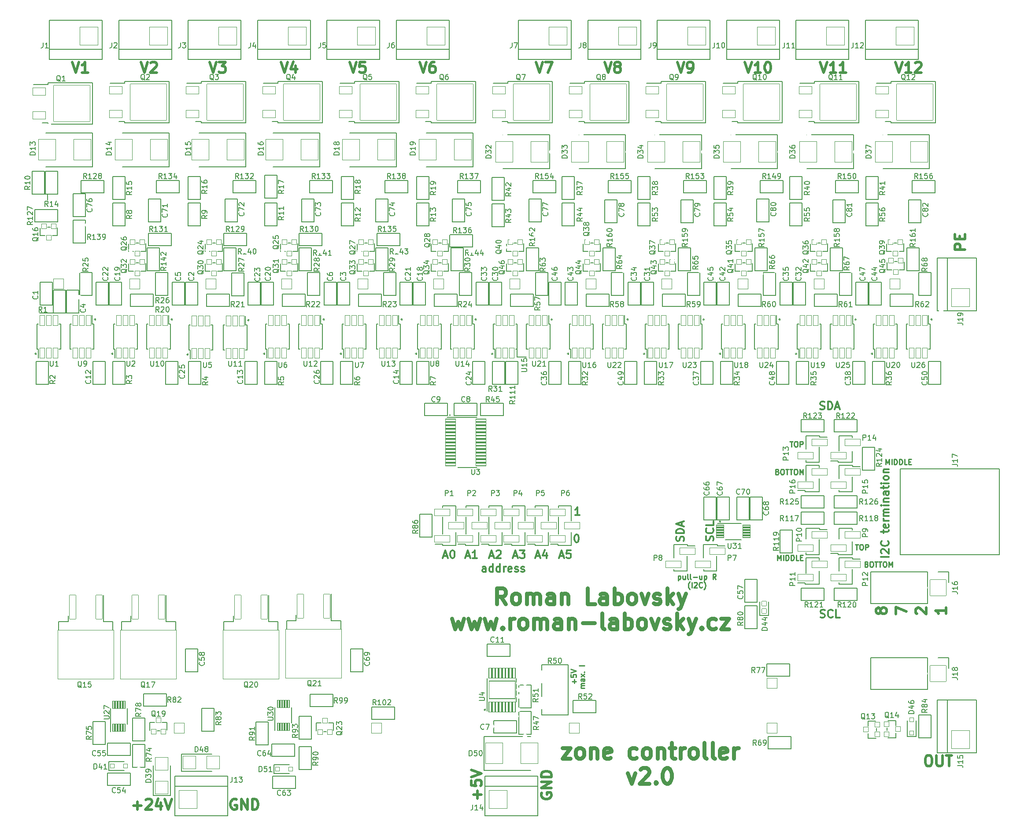
<source format=gto>
G04 #@! TF.GenerationSoftware,KiCad,Pcbnew,7.0.9*
G04 #@! TF.CreationDate,2023-12-21T14:40:28+01:00*
G04 #@! TF.ProjectId,zone-controller,7a6f6e65-2d63-46f6-9e74-726f6c6c6572,v2.0*
G04 #@! TF.SameCoordinates,Original*
G04 #@! TF.FileFunction,Legend,Top*
G04 #@! TF.FilePolarity,Positive*
%FSLAX46Y46*%
G04 Gerber Fmt 4.6, Leading zero omitted, Abs format (unit mm)*
G04 Created by KiCad (PCBNEW 7.0.9) date 2023-12-21 14:40:28*
%MOMM*%
%LPD*%
G01*
G04 APERTURE LIST*
G04 Aperture macros list*
%AMRoundRect*
0 Rectangle with rounded corners*
0 $1 Rounding radius*
0 $2 $3 $4 $5 $6 $7 $8 $9 X,Y pos of 4 corners*
0 Add a 4 corners polygon primitive as box body*
4,1,4,$2,$3,$4,$5,$6,$7,$8,$9,$2,$3,0*
0 Add four circle primitives for the rounded corners*
1,1,$1+$1,$2,$3*
1,1,$1+$1,$4,$5*
1,1,$1+$1,$6,$7*
1,1,$1+$1,$8,$9*
0 Add four rect primitives between the rounded corners*
20,1,$1+$1,$2,$3,$4,$5,0*
20,1,$1+$1,$4,$5,$6,$7,0*
20,1,$1+$1,$6,$7,$8,$9,0*
20,1,$1+$1,$8,$9,$2,$3,0*%
%AMFreePoly0*
4,1,13,0.685355,0.935355,0.700000,0.900000,0.700000,-0.900000,0.685355,-0.935355,0.650000,-0.950000,-0.650000,-0.950000,-0.685355,-0.935355,-0.700000,-0.900000,-0.700000,0.900000,-0.685355,0.935355,-0.650000,0.950000,0.650000,0.950000,0.685355,0.935355,0.685355,0.935355,$1*%
G04 Aperture macros list end*
%ADD10C,0.160000*%
%ADD11C,0.140000*%
%ADD12C,0.375000*%
%ADD13C,0.500000*%
%ADD14C,0.250000*%
%ADD15C,0.750000*%
%ADD16C,0.120000*%
%ADD17C,0.150000*%
%ADD18C,3.300000*%
%ADD19FreePoly0,270.000000*%
%ADD20C,6.100000*%
%ADD21RoundRect,0.050000X0.450000X-1.000000X0.450000X1.000000X-0.450000X1.000000X-0.450000X-1.000000X0*%
%ADD22FreePoly0,90.000000*%
%ADD23C,0.900000*%
%ADD24RoundRect,0.050000X-0.450000X1.000000X-0.450000X-1.000000X0.450000X-1.000000X0.450000X1.000000X0*%
%ADD25FreePoly0,0.000000*%
%ADD26RoundRect,0.050000X-1.250000X-0.750000X1.250000X-0.750000X1.250000X0.750000X-1.250000X0.750000X0*%
%ADD27RoundRect,0.050000X-3.500000X-3.500000X3.500000X-3.500000X3.500000X3.500000X-3.500000X3.500000X0*%
%ADD28RoundRect,0.050000X-1.750000X-1.750000X1.750000X-1.750000X1.750000X1.750000X-1.750000X1.750000X0*%
%ADD29C,3.600000*%
%ADD30FreePoly0,180.000000*%
%ADD31RoundRect,0.050000X-1.500000X0.625000X-1.500000X-0.625000X1.500000X-0.625000X1.500000X0.625000X0*%
%ADD32RoundRect,0.050000X-0.500000X0.500000X-0.500000X-0.500000X0.500000X-0.500000X0.500000X0.500000X0*%
%ADD33RoundRect,0.050000X1.500000X-0.625000X1.500000X0.625000X-1.500000X0.625000X-1.500000X-0.625000X0*%
%ADD34RoundRect,0.050000X-0.625000X2.300000X-0.625000X-2.300000X0.625000X-2.300000X0.625000X2.300000X0*%
%ADD35RoundRect,0.050000X-5.400000X4.700000X-5.400000X-4.700000X5.400000X-4.700000X5.400000X4.700000X0*%
%ADD36RoundRect,0.050000X0.500000X0.500000X-0.500000X0.500000X-0.500000X-0.500000X0.500000X-0.500000X0*%
%ADD37RoundRect,0.050000X-1.250000X-1.250000X1.250000X-1.250000X1.250000X1.250000X-1.250000X1.250000X0*%
%ADD38RoundRect,0.050000X-0.400000X-0.400000X0.400000X-0.400000X0.400000X0.400000X-0.400000X0.400000X0*%
%ADD39RoundRect,0.050000X-1.650000X2.000000X-1.650000X-2.000000X1.650000X-2.000000X1.650000X2.000000X0*%
%ADD40RoundRect,0.050000X0.500000X-0.500000X0.500000X0.500000X-0.500000X0.500000X-0.500000X-0.500000X0*%
%ADD41RoundRect,0.050000X-1.750000X1.750000X-1.750000X-1.750000X1.750000X-1.750000X1.750000X1.750000X0*%
%ADD42RoundRect,0.050000X-1.550000X1.550000X-1.550000X-1.550000X1.550000X-1.550000X1.550000X1.550000X0*%
%ADD43O,3.200000X3.200000*%
%ADD44RoundRect,0.050000X-0.500000X-0.500000X0.500000X-0.500000X0.500000X0.500000X-0.500000X0.500000X0*%
%ADD45C,3.400000*%
%ADD46C,1.600000*%
%ADD47RoundRect,0.050000X1.250000X-1.250000X1.250000X1.250000X-1.250000X1.250000X-1.250000X-1.250000X0*%
%ADD48C,2.100000*%
%ADD49RoundRect,0.050000X1.750000X1.750000X-1.750000X1.750000X-1.750000X-1.750000X1.750000X-1.750000X0*%
%ADD50RoundRect,0.050000X0.400000X-0.400000X0.400000X0.400000X-0.400000X0.400000X-0.400000X-0.400000X0*%
%ADD51RoundRect,0.050000X-1.000000X-0.250000X1.000000X-0.250000X1.000000X0.250000X-1.000000X0.250000X0*%
%ADD52RoundRect,0.050000X0.450000X-0.450000X0.450000X0.450000X-0.450000X0.450000X-0.450000X-0.450000X0*%
%ADD53RoundRect,0.050000X0.175000X-0.750000X0.175000X0.750000X-0.175000X0.750000X-0.175000X-0.750000X0*%
%ADD54RoundRect,0.050000X-0.175000X0.750000X-0.175000X-0.750000X0.175000X-0.750000X0.175000X0.750000X0*%
%ADD55RoundRect,0.050000X0.250000X-1.000000X0.250000X1.000000X-0.250000X1.000000X-0.250000X-1.000000X0*%
%ADD56RoundRect,0.050000X2.500000X-1.700000X2.500000X1.700000X-2.500000X1.700000X-2.500000X-1.700000X0*%
%ADD57RoundRect,0.050000X-0.750000X-0.175000X0.750000X-0.175000X0.750000X0.175000X-0.750000X0.175000X0*%
%ADD58RoundRect,0.050000X1.650000X-2.000000X1.650000X2.000000X-1.650000X2.000000X-1.650000X-2.000000X0*%
%ADD59C,2.200000*%
%ADD60RoundRect,0.050000X-1.000000X-1.000000X1.000000X-1.000000X1.000000X1.000000X-1.000000X1.000000X0*%
G04 APERTURE END LIST*
D10*
X226441000Y-120002000D02*
X226441000Y-121412000D01*
X226441000Y-121412000D02*
X226441000Y-121539000D01*
X137250000Y-113071000D02*
X134620000Y-113093500D01*
D11*
X136144000Y-90297000D02*
X136144000Y-91313000D01*
D10*
X226441000Y-121539000D02*
X228219000Y-121539000D01*
D12*
X220416857Y-162853428D02*
X220416857Y-162067714D01*
X220416857Y-162067714D02*
X220345428Y-161924857D01*
X220345428Y-161924857D02*
X220202571Y-161853428D01*
X220202571Y-161853428D02*
X219916857Y-161853428D01*
X219916857Y-161853428D02*
X219773999Y-161924857D01*
X220416857Y-162782000D02*
X220273999Y-162853428D01*
X220273999Y-162853428D02*
X219916857Y-162853428D01*
X219916857Y-162853428D02*
X219773999Y-162782000D01*
X219773999Y-162782000D02*
X219702571Y-162639142D01*
X219702571Y-162639142D02*
X219702571Y-162496285D01*
X219702571Y-162496285D02*
X219773999Y-162353428D01*
X219773999Y-162353428D02*
X219916857Y-162282000D01*
X219916857Y-162282000D02*
X220273999Y-162282000D01*
X220273999Y-162282000D02*
X220416857Y-162210571D01*
X221774000Y-162853428D02*
X221774000Y-161353428D01*
X221774000Y-162782000D02*
X221631142Y-162853428D01*
X221631142Y-162853428D02*
X221345428Y-162853428D01*
X221345428Y-162853428D02*
X221202571Y-162782000D01*
X221202571Y-162782000D02*
X221131142Y-162710571D01*
X221131142Y-162710571D02*
X221059714Y-162567714D01*
X221059714Y-162567714D02*
X221059714Y-162139142D01*
X221059714Y-162139142D02*
X221131142Y-161996285D01*
X221131142Y-161996285D02*
X221202571Y-161924857D01*
X221202571Y-161924857D02*
X221345428Y-161853428D01*
X221345428Y-161853428D02*
X221631142Y-161853428D01*
X221631142Y-161853428D02*
X221774000Y-161924857D01*
X223131143Y-162853428D02*
X223131143Y-161353428D01*
X223131143Y-162782000D02*
X222988285Y-162853428D01*
X222988285Y-162853428D02*
X222702571Y-162853428D01*
X222702571Y-162853428D02*
X222559714Y-162782000D01*
X222559714Y-162782000D02*
X222488285Y-162710571D01*
X222488285Y-162710571D02*
X222416857Y-162567714D01*
X222416857Y-162567714D02*
X222416857Y-162139142D01*
X222416857Y-162139142D02*
X222488285Y-161996285D01*
X222488285Y-161996285D02*
X222559714Y-161924857D01*
X222559714Y-161924857D02*
X222702571Y-161853428D01*
X222702571Y-161853428D02*
X222988285Y-161853428D01*
X222988285Y-161853428D02*
X223131143Y-161924857D01*
X223845428Y-162853428D02*
X223845428Y-161853428D01*
X223845428Y-162139142D02*
X223916857Y-161996285D01*
X223916857Y-161996285D02*
X223988286Y-161924857D01*
X223988286Y-161924857D02*
X224131143Y-161853428D01*
X224131143Y-161853428D02*
X224274000Y-161853428D01*
X225345428Y-162782000D02*
X225202571Y-162853428D01*
X225202571Y-162853428D02*
X224916857Y-162853428D01*
X224916857Y-162853428D02*
X224773999Y-162782000D01*
X224773999Y-162782000D02*
X224702571Y-162639142D01*
X224702571Y-162639142D02*
X224702571Y-162067714D01*
X224702571Y-162067714D02*
X224773999Y-161924857D01*
X224773999Y-161924857D02*
X224916857Y-161853428D01*
X224916857Y-161853428D02*
X225202571Y-161853428D01*
X225202571Y-161853428D02*
X225345428Y-161924857D01*
X225345428Y-161924857D02*
X225416857Y-162067714D01*
X225416857Y-162067714D02*
X225416857Y-162210571D01*
X225416857Y-162210571D02*
X224702571Y-162353428D01*
X225988285Y-162782000D02*
X226131142Y-162853428D01*
X226131142Y-162853428D02*
X226416856Y-162853428D01*
X226416856Y-162853428D02*
X226559713Y-162782000D01*
X226559713Y-162782000D02*
X226631142Y-162639142D01*
X226631142Y-162639142D02*
X226631142Y-162567714D01*
X226631142Y-162567714D02*
X226559713Y-162424857D01*
X226559713Y-162424857D02*
X226416856Y-162353428D01*
X226416856Y-162353428D02*
X226202571Y-162353428D01*
X226202571Y-162353428D02*
X226059713Y-162282000D01*
X226059713Y-162282000D02*
X225988285Y-162139142D01*
X225988285Y-162139142D02*
X225988285Y-162067714D01*
X225988285Y-162067714D02*
X226059713Y-161924857D01*
X226059713Y-161924857D02*
X226202571Y-161853428D01*
X226202571Y-161853428D02*
X226416856Y-161853428D01*
X226416856Y-161853428D02*
X226559713Y-161924857D01*
X227202571Y-162782000D02*
X227345428Y-162853428D01*
X227345428Y-162853428D02*
X227631142Y-162853428D01*
X227631142Y-162853428D02*
X227773999Y-162782000D01*
X227773999Y-162782000D02*
X227845428Y-162639142D01*
X227845428Y-162639142D02*
X227845428Y-162567714D01*
X227845428Y-162567714D02*
X227773999Y-162424857D01*
X227773999Y-162424857D02*
X227631142Y-162353428D01*
X227631142Y-162353428D02*
X227416857Y-162353428D01*
X227416857Y-162353428D02*
X227273999Y-162282000D01*
X227273999Y-162282000D02*
X227202571Y-162139142D01*
X227202571Y-162139142D02*
X227202571Y-162067714D01*
X227202571Y-162067714D02*
X227273999Y-161924857D01*
X227273999Y-161924857D02*
X227416857Y-161853428D01*
X227416857Y-161853428D02*
X227631142Y-161853428D01*
X227631142Y-161853428D02*
X227773999Y-161924857D01*
D13*
X218831333Y-206406428D02*
X218831333Y-204882619D01*
X219593238Y-205644523D02*
X218069428Y-205644523D01*
X217593238Y-202977857D02*
X217593238Y-203930238D01*
X217593238Y-203930238D02*
X218545619Y-204025476D01*
X218545619Y-204025476D02*
X218450380Y-203930238D01*
X218450380Y-203930238D02*
X218355142Y-203739762D01*
X218355142Y-203739762D02*
X218355142Y-203263571D01*
X218355142Y-203263571D02*
X218450380Y-203073095D01*
X218450380Y-203073095D02*
X218545619Y-202977857D01*
X218545619Y-202977857D02*
X218736095Y-202882619D01*
X218736095Y-202882619D02*
X219212285Y-202882619D01*
X219212285Y-202882619D02*
X219402761Y-202977857D01*
X219402761Y-202977857D02*
X219498000Y-203073095D01*
X219498000Y-203073095D02*
X219593238Y-203263571D01*
X219593238Y-203263571D02*
X219593238Y-203739762D01*
X219593238Y-203739762D02*
X219498000Y-203930238D01*
X219498000Y-203930238D02*
X219402761Y-204025476D01*
X217593238Y-202311190D02*
X219593238Y-201644524D01*
X219593238Y-201644524D02*
X217593238Y-200977857D01*
D12*
X212288572Y-159757857D02*
X213002858Y-159757857D01*
X212145715Y-160186428D02*
X212645715Y-158686428D01*
X212645715Y-158686428D02*
X213145715Y-160186428D01*
X213931429Y-158686428D02*
X214074286Y-158686428D01*
X214074286Y-158686428D02*
X214217143Y-158757857D01*
X214217143Y-158757857D02*
X214288572Y-158829285D01*
X214288572Y-158829285D02*
X214360000Y-158972142D01*
X214360000Y-158972142D02*
X214431429Y-159257857D01*
X214431429Y-159257857D02*
X214431429Y-159615000D01*
X214431429Y-159615000D02*
X214360000Y-159900714D01*
X214360000Y-159900714D02*
X214288572Y-160043571D01*
X214288572Y-160043571D02*
X214217143Y-160115000D01*
X214217143Y-160115000D02*
X214074286Y-160186428D01*
X214074286Y-160186428D02*
X213931429Y-160186428D01*
X213931429Y-160186428D02*
X213788572Y-160115000D01*
X213788572Y-160115000D02*
X213717143Y-160043571D01*
X213717143Y-160043571D02*
X213645714Y-159900714D01*
X213645714Y-159900714D02*
X213574286Y-159615000D01*
X213574286Y-159615000D02*
X213574286Y-159257857D01*
X213574286Y-159257857D02*
X213645714Y-158972142D01*
X213645714Y-158972142D02*
X213717143Y-158829285D01*
X213717143Y-158829285D02*
X213788572Y-158757857D01*
X213788572Y-158757857D02*
X213931429Y-158686428D01*
D13*
X194214952Y-64812238D02*
X194881618Y-66812238D01*
X194881618Y-66812238D02*
X195548285Y-64812238D01*
X197167333Y-64812238D02*
X196214952Y-64812238D01*
X196214952Y-64812238D02*
X196119714Y-65764619D01*
X196119714Y-65764619D02*
X196214952Y-65669380D01*
X196214952Y-65669380D02*
X196405428Y-65574142D01*
X196405428Y-65574142D02*
X196881619Y-65574142D01*
X196881619Y-65574142D02*
X197072095Y-65669380D01*
X197072095Y-65669380D02*
X197167333Y-65764619D01*
X197167333Y-65764619D02*
X197262571Y-65955095D01*
X197262571Y-65955095D02*
X197262571Y-66431285D01*
X197262571Y-66431285D02*
X197167333Y-66621761D01*
X197167333Y-66621761D02*
X197072095Y-66717000D01*
X197072095Y-66717000D02*
X196881619Y-66812238D01*
X196881619Y-66812238D02*
X196405428Y-66812238D01*
X196405428Y-66812238D02*
X196214952Y-66717000D01*
X196214952Y-66717000D02*
X196119714Y-66621761D01*
D14*
X276463429Y-160596619D02*
X276463429Y-159596619D01*
X276463429Y-159596619D02*
X276796762Y-160310904D01*
X276796762Y-160310904D02*
X277130095Y-159596619D01*
X277130095Y-159596619D02*
X277130095Y-160596619D01*
X277606286Y-160596619D02*
X277606286Y-159596619D01*
X278082476Y-160596619D02*
X278082476Y-159596619D01*
X278082476Y-159596619D02*
X278320571Y-159596619D01*
X278320571Y-159596619D02*
X278463428Y-159644238D01*
X278463428Y-159644238D02*
X278558666Y-159739476D01*
X278558666Y-159739476D02*
X278606285Y-159834714D01*
X278606285Y-159834714D02*
X278653904Y-160025190D01*
X278653904Y-160025190D02*
X278653904Y-160168047D01*
X278653904Y-160168047D02*
X278606285Y-160358523D01*
X278606285Y-160358523D02*
X278558666Y-160453761D01*
X278558666Y-160453761D02*
X278463428Y-160549000D01*
X278463428Y-160549000D02*
X278320571Y-160596619D01*
X278320571Y-160596619D02*
X278082476Y-160596619D01*
X279082476Y-160596619D02*
X279082476Y-159596619D01*
X279082476Y-159596619D02*
X279320571Y-159596619D01*
X279320571Y-159596619D02*
X279463428Y-159644238D01*
X279463428Y-159644238D02*
X279558666Y-159739476D01*
X279558666Y-159739476D02*
X279606285Y-159834714D01*
X279606285Y-159834714D02*
X279653904Y-160025190D01*
X279653904Y-160025190D02*
X279653904Y-160168047D01*
X279653904Y-160168047D02*
X279606285Y-160358523D01*
X279606285Y-160358523D02*
X279558666Y-160453761D01*
X279558666Y-160453761D02*
X279463428Y-160549000D01*
X279463428Y-160549000D02*
X279320571Y-160596619D01*
X279320571Y-160596619D02*
X279082476Y-160596619D01*
X280558666Y-160596619D02*
X280082476Y-160596619D01*
X280082476Y-160596619D02*
X280082476Y-159596619D01*
X280892000Y-160072809D02*
X281225333Y-160072809D01*
X281368190Y-160596619D02*
X280892000Y-160596619D01*
X280892000Y-160596619D02*
X280892000Y-159596619D01*
X280892000Y-159596619D02*
X281368190Y-159596619D01*
D13*
X308874238Y-169735571D02*
X308874238Y-170878428D01*
X308874238Y-170307000D02*
X306874238Y-170307000D01*
X306874238Y-170307000D02*
X307159952Y-170497476D01*
X307159952Y-170497476D02*
X307350428Y-170687952D01*
X307350428Y-170687952D02*
X307445666Y-170878428D01*
D12*
X297854428Y-159939571D02*
X296354428Y-159939571D01*
X296497285Y-159296713D02*
X296425857Y-159225285D01*
X296425857Y-159225285D02*
X296354428Y-159082428D01*
X296354428Y-159082428D02*
X296354428Y-158725285D01*
X296354428Y-158725285D02*
X296425857Y-158582428D01*
X296425857Y-158582428D02*
X296497285Y-158510999D01*
X296497285Y-158510999D02*
X296640142Y-158439570D01*
X296640142Y-158439570D02*
X296783000Y-158439570D01*
X296783000Y-158439570D02*
X296997285Y-158510999D01*
X296997285Y-158510999D02*
X297854428Y-159368142D01*
X297854428Y-159368142D02*
X297854428Y-158439570D01*
X297711571Y-156939571D02*
X297783000Y-157010999D01*
X297783000Y-157010999D02*
X297854428Y-157225285D01*
X297854428Y-157225285D02*
X297854428Y-157368142D01*
X297854428Y-157368142D02*
X297783000Y-157582428D01*
X297783000Y-157582428D02*
X297640142Y-157725285D01*
X297640142Y-157725285D02*
X297497285Y-157796714D01*
X297497285Y-157796714D02*
X297211571Y-157868142D01*
X297211571Y-157868142D02*
X296997285Y-157868142D01*
X296997285Y-157868142D02*
X296711571Y-157796714D01*
X296711571Y-157796714D02*
X296568714Y-157725285D01*
X296568714Y-157725285D02*
X296425857Y-157582428D01*
X296425857Y-157582428D02*
X296354428Y-157368142D01*
X296354428Y-157368142D02*
X296354428Y-157225285D01*
X296354428Y-157225285D02*
X296425857Y-157010999D01*
X296425857Y-157010999D02*
X296497285Y-156939571D01*
X296854428Y-155368142D02*
X296854428Y-154796714D01*
X296354428Y-155153857D02*
X297640142Y-155153857D01*
X297640142Y-155153857D02*
X297783000Y-155082428D01*
X297783000Y-155082428D02*
X297854428Y-154939571D01*
X297854428Y-154939571D02*
X297854428Y-154796714D01*
X297783000Y-153725285D02*
X297854428Y-153868142D01*
X297854428Y-153868142D02*
X297854428Y-154153857D01*
X297854428Y-154153857D02*
X297783000Y-154296714D01*
X297783000Y-154296714D02*
X297640142Y-154368142D01*
X297640142Y-154368142D02*
X297068714Y-154368142D01*
X297068714Y-154368142D02*
X296925857Y-154296714D01*
X296925857Y-154296714D02*
X296854428Y-154153857D01*
X296854428Y-154153857D02*
X296854428Y-153868142D01*
X296854428Y-153868142D02*
X296925857Y-153725285D01*
X296925857Y-153725285D02*
X297068714Y-153653857D01*
X297068714Y-153653857D02*
X297211571Y-153653857D01*
X297211571Y-153653857D02*
X297354428Y-154368142D01*
X297854428Y-153011000D02*
X296854428Y-153011000D01*
X297140142Y-153011000D02*
X296997285Y-152939571D01*
X296997285Y-152939571D02*
X296925857Y-152868143D01*
X296925857Y-152868143D02*
X296854428Y-152725285D01*
X296854428Y-152725285D02*
X296854428Y-152582428D01*
X297854428Y-152082429D02*
X296854428Y-152082429D01*
X296997285Y-152082429D02*
X296925857Y-152011000D01*
X296925857Y-152011000D02*
X296854428Y-151868143D01*
X296854428Y-151868143D02*
X296854428Y-151653857D01*
X296854428Y-151653857D02*
X296925857Y-151511000D01*
X296925857Y-151511000D02*
X297068714Y-151439572D01*
X297068714Y-151439572D02*
X297854428Y-151439572D01*
X297068714Y-151439572D02*
X296925857Y-151368143D01*
X296925857Y-151368143D02*
X296854428Y-151225286D01*
X296854428Y-151225286D02*
X296854428Y-151011000D01*
X296854428Y-151011000D02*
X296925857Y-150868143D01*
X296925857Y-150868143D02*
X297068714Y-150796714D01*
X297068714Y-150796714D02*
X297854428Y-150796714D01*
X297854428Y-150082429D02*
X296854428Y-150082429D01*
X296354428Y-150082429D02*
X296425857Y-150153857D01*
X296425857Y-150153857D02*
X296497285Y-150082429D01*
X296497285Y-150082429D02*
X296425857Y-150011000D01*
X296425857Y-150011000D02*
X296354428Y-150082429D01*
X296354428Y-150082429D02*
X296497285Y-150082429D01*
X296854428Y-149368143D02*
X297854428Y-149368143D01*
X296997285Y-149368143D02*
X296925857Y-149296714D01*
X296925857Y-149296714D02*
X296854428Y-149153857D01*
X296854428Y-149153857D02*
X296854428Y-148939571D01*
X296854428Y-148939571D02*
X296925857Y-148796714D01*
X296925857Y-148796714D02*
X297068714Y-148725286D01*
X297068714Y-148725286D02*
X297854428Y-148725286D01*
X297854428Y-147368143D02*
X297068714Y-147368143D01*
X297068714Y-147368143D02*
X296925857Y-147439571D01*
X296925857Y-147439571D02*
X296854428Y-147582428D01*
X296854428Y-147582428D02*
X296854428Y-147868143D01*
X296854428Y-147868143D02*
X296925857Y-148011000D01*
X297783000Y-147368143D02*
X297854428Y-147511000D01*
X297854428Y-147511000D02*
X297854428Y-147868143D01*
X297854428Y-147868143D02*
X297783000Y-148011000D01*
X297783000Y-148011000D02*
X297640142Y-148082428D01*
X297640142Y-148082428D02*
X297497285Y-148082428D01*
X297497285Y-148082428D02*
X297354428Y-148011000D01*
X297354428Y-148011000D02*
X297283000Y-147868143D01*
X297283000Y-147868143D02*
X297283000Y-147511000D01*
X297283000Y-147511000D02*
X297211571Y-147368143D01*
X296854428Y-146868142D02*
X296854428Y-146296714D01*
X296354428Y-146653857D02*
X297640142Y-146653857D01*
X297640142Y-146653857D02*
X297783000Y-146582428D01*
X297783000Y-146582428D02*
X297854428Y-146439571D01*
X297854428Y-146439571D02*
X297854428Y-146296714D01*
X297854428Y-145796714D02*
X296854428Y-145796714D01*
X296354428Y-145796714D02*
X296425857Y-145868142D01*
X296425857Y-145868142D02*
X296497285Y-145796714D01*
X296497285Y-145796714D02*
X296425857Y-145725285D01*
X296425857Y-145725285D02*
X296354428Y-145796714D01*
X296354428Y-145796714D02*
X296497285Y-145796714D01*
X297854428Y-144868142D02*
X297783000Y-145010999D01*
X297783000Y-145010999D02*
X297711571Y-145082428D01*
X297711571Y-145082428D02*
X297568714Y-145153856D01*
X297568714Y-145153856D02*
X297140142Y-145153856D01*
X297140142Y-145153856D02*
X296997285Y-145082428D01*
X296997285Y-145082428D02*
X296925857Y-145010999D01*
X296925857Y-145010999D02*
X296854428Y-144868142D01*
X296854428Y-144868142D02*
X296854428Y-144653856D01*
X296854428Y-144653856D02*
X296925857Y-144510999D01*
X296925857Y-144510999D02*
X296997285Y-144439571D01*
X296997285Y-144439571D02*
X297140142Y-144368142D01*
X297140142Y-144368142D02*
X297568714Y-144368142D01*
X297568714Y-144368142D02*
X297711571Y-144439571D01*
X297711571Y-144439571D02*
X297783000Y-144510999D01*
X297783000Y-144510999D02*
X297854428Y-144653856D01*
X297854428Y-144653856D02*
X297854428Y-144868142D01*
X296854428Y-143725285D02*
X297854428Y-143725285D01*
X296997285Y-143725285D02*
X296925857Y-143653856D01*
X296925857Y-143653856D02*
X296854428Y-143510999D01*
X296854428Y-143510999D02*
X296854428Y-143296713D01*
X296854428Y-143296713D02*
X296925857Y-143153856D01*
X296925857Y-143153856D02*
X297068714Y-143082428D01*
X297068714Y-143082428D02*
X297854428Y-143082428D01*
D13*
X299180571Y-64812238D02*
X299847237Y-66812238D01*
X299847237Y-66812238D02*
X300513904Y-64812238D01*
X302228190Y-66812238D02*
X301085333Y-66812238D01*
X301656761Y-66812238D02*
X301656761Y-64812238D01*
X301656761Y-64812238D02*
X301466285Y-65097952D01*
X301466285Y-65097952D02*
X301275809Y-65288428D01*
X301275809Y-65288428D02*
X301085333Y-65383666D01*
X302990095Y-65002714D02*
X303085333Y-64907476D01*
X303085333Y-64907476D02*
X303275809Y-64812238D01*
X303275809Y-64812238D02*
X303752000Y-64812238D01*
X303752000Y-64812238D02*
X303942476Y-64907476D01*
X303942476Y-64907476D02*
X304037714Y-65002714D01*
X304037714Y-65002714D02*
X304132952Y-65193190D01*
X304132952Y-65193190D02*
X304132952Y-65383666D01*
X304132952Y-65383666D02*
X304037714Y-65669380D01*
X304037714Y-65669380D02*
X302894857Y-66812238D01*
X302894857Y-66812238D02*
X304132952Y-66812238D01*
D12*
X237799572Y-155638428D02*
X237942429Y-155638428D01*
X237942429Y-155638428D02*
X238085286Y-155709857D01*
X238085286Y-155709857D02*
X238156715Y-155781285D01*
X238156715Y-155781285D02*
X238228143Y-155924142D01*
X238228143Y-155924142D02*
X238299572Y-156209857D01*
X238299572Y-156209857D02*
X238299572Y-156567000D01*
X238299572Y-156567000D02*
X238228143Y-156852714D01*
X238228143Y-156852714D02*
X238156715Y-156995571D01*
X238156715Y-156995571D02*
X238085286Y-157067000D01*
X238085286Y-157067000D02*
X237942429Y-157138428D01*
X237942429Y-157138428D02*
X237799572Y-157138428D01*
X237799572Y-157138428D02*
X237656715Y-157067000D01*
X237656715Y-157067000D02*
X237585286Y-156995571D01*
X237585286Y-156995571D02*
X237513857Y-156852714D01*
X237513857Y-156852714D02*
X237442429Y-156567000D01*
X237442429Y-156567000D02*
X237442429Y-156209857D01*
X237442429Y-156209857D02*
X237513857Y-155924142D01*
X237513857Y-155924142D02*
X237585286Y-155781285D01*
X237585286Y-155781285D02*
X237656715Y-155709857D01*
X237656715Y-155709857D02*
X237799572Y-155638428D01*
D13*
X296301380Y-170497476D02*
X296206142Y-170687952D01*
X296206142Y-170687952D02*
X296110904Y-170783190D01*
X296110904Y-170783190D02*
X295920428Y-170878428D01*
X295920428Y-170878428D02*
X295825190Y-170878428D01*
X295825190Y-170878428D02*
X295634714Y-170783190D01*
X295634714Y-170783190D02*
X295539476Y-170687952D01*
X295539476Y-170687952D02*
X295444238Y-170497476D01*
X295444238Y-170497476D02*
X295444238Y-170116523D01*
X295444238Y-170116523D02*
X295539476Y-169926047D01*
X295539476Y-169926047D02*
X295634714Y-169830809D01*
X295634714Y-169830809D02*
X295825190Y-169735571D01*
X295825190Y-169735571D02*
X295920428Y-169735571D01*
X295920428Y-169735571D02*
X296110904Y-169830809D01*
X296110904Y-169830809D02*
X296206142Y-169926047D01*
X296206142Y-169926047D02*
X296301380Y-170116523D01*
X296301380Y-170116523D02*
X296301380Y-170497476D01*
X296301380Y-170497476D02*
X296396619Y-170687952D01*
X296396619Y-170687952D02*
X296491857Y-170783190D01*
X296491857Y-170783190D02*
X296682333Y-170878428D01*
X296682333Y-170878428D02*
X297063285Y-170878428D01*
X297063285Y-170878428D02*
X297253761Y-170783190D01*
X297253761Y-170783190D02*
X297349000Y-170687952D01*
X297349000Y-170687952D02*
X297444238Y-170497476D01*
X297444238Y-170497476D02*
X297444238Y-170116523D01*
X297444238Y-170116523D02*
X297349000Y-169926047D01*
X297349000Y-169926047D02*
X297253761Y-169830809D01*
X297253761Y-169830809D02*
X297063285Y-169735571D01*
X297063285Y-169735571D02*
X296682333Y-169735571D01*
X296682333Y-169735571D02*
X296491857Y-169830809D01*
X296491857Y-169830809D02*
X296396619Y-169926047D01*
X296396619Y-169926047D02*
X296301380Y-170116523D01*
D12*
X234640572Y-159757857D02*
X235354858Y-159757857D01*
X234497715Y-160186428D02*
X234997715Y-158686428D01*
X234997715Y-158686428D02*
X235497715Y-160186428D01*
X236712000Y-158686428D02*
X235997714Y-158686428D01*
X235997714Y-158686428D02*
X235926286Y-159400714D01*
X235926286Y-159400714D02*
X235997714Y-159329285D01*
X235997714Y-159329285D02*
X236140572Y-159257857D01*
X236140572Y-159257857D02*
X236497714Y-159257857D01*
X236497714Y-159257857D02*
X236640572Y-159329285D01*
X236640572Y-159329285D02*
X236712000Y-159400714D01*
X236712000Y-159400714D02*
X236783429Y-159543571D01*
X236783429Y-159543571D02*
X236783429Y-159900714D01*
X236783429Y-159900714D02*
X236712000Y-160043571D01*
X236712000Y-160043571D02*
X236640572Y-160115000D01*
X236640572Y-160115000D02*
X236497714Y-160186428D01*
X236497714Y-160186428D02*
X236140572Y-160186428D01*
X236140572Y-160186428D02*
X235997714Y-160115000D01*
X235997714Y-160115000D02*
X235926286Y-160043571D01*
X238426572Y-151931428D02*
X237569429Y-151931428D01*
X237998000Y-151931428D02*
X237998000Y-150431428D01*
X237998000Y-150431428D02*
X237855143Y-150645714D01*
X237855143Y-150645714D02*
X237712286Y-150788571D01*
X237712286Y-150788571D02*
X237569429Y-150860000D01*
X284726286Y-171545000D02*
X284940572Y-171616428D01*
X284940572Y-171616428D02*
X285297714Y-171616428D01*
X285297714Y-171616428D02*
X285440572Y-171545000D01*
X285440572Y-171545000D02*
X285512000Y-171473571D01*
X285512000Y-171473571D02*
X285583429Y-171330714D01*
X285583429Y-171330714D02*
X285583429Y-171187857D01*
X285583429Y-171187857D02*
X285512000Y-171045000D01*
X285512000Y-171045000D02*
X285440572Y-170973571D01*
X285440572Y-170973571D02*
X285297714Y-170902142D01*
X285297714Y-170902142D02*
X285012000Y-170830714D01*
X285012000Y-170830714D02*
X284869143Y-170759285D01*
X284869143Y-170759285D02*
X284797714Y-170687857D01*
X284797714Y-170687857D02*
X284726286Y-170545000D01*
X284726286Y-170545000D02*
X284726286Y-170402142D01*
X284726286Y-170402142D02*
X284797714Y-170259285D01*
X284797714Y-170259285D02*
X284869143Y-170187857D01*
X284869143Y-170187857D02*
X285012000Y-170116428D01*
X285012000Y-170116428D02*
X285369143Y-170116428D01*
X285369143Y-170116428D02*
X285583429Y-170187857D01*
X287083428Y-171473571D02*
X287012000Y-171545000D01*
X287012000Y-171545000D02*
X286797714Y-171616428D01*
X286797714Y-171616428D02*
X286654857Y-171616428D01*
X286654857Y-171616428D02*
X286440571Y-171545000D01*
X286440571Y-171545000D02*
X286297714Y-171402142D01*
X286297714Y-171402142D02*
X286226285Y-171259285D01*
X286226285Y-171259285D02*
X286154857Y-170973571D01*
X286154857Y-170973571D02*
X286154857Y-170759285D01*
X286154857Y-170759285D02*
X286226285Y-170473571D01*
X286226285Y-170473571D02*
X286297714Y-170330714D01*
X286297714Y-170330714D02*
X286440571Y-170187857D01*
X286440571Y-170187857D02*
X286654857Y-170116428D01*
X286654857Y-170116428D02*
X286797714Y-170116428D01*
X286797714Y-170116428D02*
X287012000Y-170187857D01*
X287012000Y-170187857D02*
X287083428Y-170259285D01*
X288440571Y-171616428D02*
X287726285Y-171616428D01*
X287726285Y-171616428D02*
X287726285Y-170116428D01*
D13*
X207676952Y-64812238D02*
X208343618Y-66812238D01*
X208343618Y-66812238D02*
X209010285Y-64812238D01*
X210534095Y-64812238D02*
X210153142Y-64812238D01*
X210153142Y-64812238D02*
X209962666Y-64907476D01*
X209962666Y-64907476D02*
X209867428Y-65002714D01*
X209867428Y-65002714D02*
X209676952Y-65288428D01*
X209676952Y-65288428D02*
X209581714Y-65669380D01*
X209581714Y-65669380D02*
X209581714Y-66431285D01*
X209581714Y-66431285D02*
X209676952Y-66621761D01*
X209676952Y-66621761D02*
X209772190Y-66717000D01*
X209772190Y-66717000D02*
X209962666Y-66812238D01*
X209962666Y-66812238D02*
X210343619Y-66812238D01*
X210343619Y-66812238D02*
X210534095Y-66717000D01*
X210534095Y-66717000D02*
X210629333Y-66621761D01*
X210629333Y-66621761D02*
X210724571Y-66431285D01*
X210724571Y-66431285D02*
X210724571Y-65955095D01*
X210724571Y-65955095D02*
X210629333Y-65764619D01*
X210629333Y-65764619D02*
X210534095Y-65669380D01*
X210534095Y-65669380D02*
X210343619Y-65574142D01*
X210343619Y-65574142D02*
X209962666Y-65574142D01*
X209962666Y-65574142D02*
X209772190Y-65669380D01*
X209772190Y-65669380D02*
X209676952Y-65764619D01*
X209676952Y-65764619D02*
X209581714Y-65955095D01*
D12*
X221178572Y-159757857D02*
X221892858Y-159757857D01*
X221035715Y-160186428D02*
X221535715Y-158686428D01*
X221535715Y-158686428D02*
X222035715Y-160186428D01*
X222464286Y-158829285D02*
X222535714Y-158757857D01*
X222535714Y-158757857D02*
X222678572Y-158686428D01*
X222678572Y-158686428D02*
X223035714Y-158686428D01*
X223035714Y-158686428D02*
X223178572Y-158757857D01*
X223178572Y-158757857D02*
X223250000Y-158829285D01*
X223250000Y-158829285D02*
X223321429Y-158972142D01*
X223321429Y-158972142D02*
X223321429Y-159115000D01*
X223321429Y-159115000D02*
X223250000Y-159329285D01*
X223250000Y-159329285D02*
X222392857Y-160186428D01*
X222392857Y-160186428D02*
X223321429Y-160186428D01*
D13*
X140874952Y-64812238D02*
X141541618Y-66812238D01*
X141541618Y-66812238D02*
X142208285Y-64812238D01*
X143922571Y-66812238D02*
X142779714Y-66812238D01*
X143351142Y-66812238D02*
X143351142Y-64812238D01*
X143351142Y-64812238D02*
X143160666Y-65097952D01*
X143160666Y-65097952D02*
X142970190Y-65288428D01*
X142970190Y-65288428D02*
X142779714Y-65383666D01*
X312557238Y-100869571D02*
X310557238Y-100869571D01*
X310557238Y-100869571D02*
X310557238Y-100107666D01*
X310557238Y-100107666D02*
X310652476Y-99917190D01*
X310652476Y-99917190D02*
X310747714Y-99821952D01*
X310747714Y-99821952D02*
X310938190Y-99726714D01*
X310938190Y-99726714D02*
X311223904Y-99726714D01*
X311223904Y-99726714D02*
X311414380Y-99821952D01*
X311414380Y-99821952D02*
X311509619Y-99917190D01*
X311509619Y-99917190D02*
X311604857Y-100107666D01*
X311604857Y-100107666D02*
X311604857Y-100869571D01*
X311509619Y-98869571D02*
X311509619Y-98202904D01*
X312557238Y-97917190D02*
X312557238Y-98869571D01*
X312557238Y-98869571D02*
X310557238Y-98869571D01*
X310557238Y-98869571D02*
X310557238Y-97917190D01*
X152686190Y-207782333D02*
X154210000Y-207782333D01*
X153448095Y-208544238D02*
X153448095Y-207020428D01*
X155067142Y-206734714D02*
X155162380Y-206639476D01*
X155162380Y-206639476D02*
X155352856Y-206544238D01*
X155352856Y-206544238D02*
X155829047Y-206544238D01*
X155829047Y-206544238D02*
X156019523Y-206639476D01*
X156019523Y-206639476D02*
X156114761Y-206734714D01*
X156114761Y-206734714D02*
X156209999Y-206925190D01*
X156209999Y-206925190D02*
X156209999Y-207115666D01*
X156209999Y-207115666D02*
X156114761Y-207401380D01*
X156114761Y-207401380D02*
X154971904Y-208544238D01*
X154971904Y-208544238D02*
X156209999Y-208544238D01*
X157924285Y-207210904D02*
X157924285Y-208544238D01*
X157448094Y-206449000D02*
X156971904Y-207877571D01*
X156971904Y-207877571D02*
X158209999Y-207877571D01*
X158686190Y-206544238D02*
X159352856Y-208544238D01*
X159352856Y-208544238D02*
X160019523Y-206544238D01*
D12*
X258413000Y-156888427D02*
X258484428Y-156674142D01*
X258484428Y-156674142D02*
X258484428Y-156316999D01*
X258484428Y-156316999D02*
X258413000Y-156174142D01*
X258413000Y-156174142D02*
X258341571Y-156102713D01*
X258341571Y-156102713D02*
X258198714Y-156031284D01*
X258198714Y-156031284D02*
X258055857Y-156031284D01*
X258055857Y-156031284D02*
X257913000Y-156102713D01*
X257913000Y-156102713D02*
X257841571Y-156174142D01*
X257841571Y-156174142D02*
X257770142Y-156316999D01*
X257770142Y-156316999D02*
X257698714Y-156602713D01*
X257698714Y-156602713D02*
X257627285Y-156745570D01*
X257627285Y-156745570D02*
X257555857Y-156816999D01*
X257555857Y-156816999D02*
X257413000Y-156888427D01*
X257413000Y-156888427D02*
X257270142Y-156888427D01*
X257270142Y-156888427D02*
X257127285Y-156816999D01*
X257127285Y-156816999D02*
X257055857Y-156745570D01*
X257055857Y-156745570D02*
X256984428Y-156602713D01*
X256984428Y-156602713D02*
X256984428Y-156245570D01*
X256984428Y-156245570D02*
X257055857Y-156031284D01*
X258484428Y-155388428D02*
X256984428Y-155388428D01*
X256984428Y-155388428D02*
X256984428Y-155031285D01*
X256984428Y-155031285D02*
X257055857Y-154816999D01*
X257055857Y-154816999D02*
X257198714Y-154674142D01*
X257198714Y-154674142D02*
X257341571Y-154602713D01*
X257341571Y-154602713D02*
X257627285Y-154531285D01*
X257627285Y-154531285D02*
X257841571Y-154531285D01*
X257841571Y-154531285D02*
X258127285Y-154602713D01*
X258127285Y-154602713D02*
X258270142Y-154674142D01*
X258270142Y-154674142D02*
X258413000Y-154816999D01*
X258413000Y-154816999D02*
X258484428Y-155031285D01*
X258484428Y-155031285D02*
X258484428Y-155388428D01*
X258055857Y-153959856D02*
X258055857Y-153245571D01*
X258484428Y-154102713D02*
X256984428Y-153602713D01*
X256984428Y-153602713D02*
X258484428Y-153102713D01*
D13*
X230028952Y-64812238D02*
X230695618Y-66812238D01*
X230695618Y-66812238D02*
X231362285Y-64812238D01*
X231838476Y-64812238D02*
X233171809Y-64812238D01*
X233171809Y-64812238D02*
X232314666Y-66812238D01*
D12*
X216606572Y-159757857D02*
X217320858Y-159757857D01*
X216463715Y-160186428D02*
X216963715Y-158686428D01*
X216963715Y-158686428D02*
X217463715Y-160186428D01*
X218749429Y-160186428D02*
X217892286Y-160186428D01*
X218320857Y-160186428D02*
X218320857Y-158686428D01*
X218320857Y-158686428D02*
X218178000Y-158900714D01*
X218178000Y-158900714D02*
X218035143Y-159043571D01*
X218035143Y-159043571D02*
X217892286Y-159115000D01*
X225750572Y-159757857D02*
X226464858Y-159757857D01*
X225607715Y-160186428D02*
X226107715Y-158686428D01*
X226107715Y-158686428D02*
X226607715Y-160186428D01*
X226964857Y-158686428D02*
X227893429Y-158686428D01*
X227893429Y-158686428D02*
X227393429Y-159257857D01*
X227393429Y-159257857D02*
X227607714Y-159257857D01*
X227607714Y-159257857D02*
X227750572Y-159329285D01*
X227750572Y-159329285D02*
X227822000Y-159400714D01*
X227822000Y-159400714D02*
X227893429Y-159543571D01*
X227893429Y-159543571D02*
X227893429Y-159900714D01*
X227893429Y-159900714D02*
X227822000Y-160043571D01*
X227822000Y-160043571D02*
X227750572Y-160115000D01*
X227750572Y-160115000D02*
X227607714Y-160186428D01*
X227607714Y-160186428D02*
X227179143Y-160186428D01*
X227179143Y-160186428D02*
X227036286Y-160115000D01*
X227036286Y-160115000D02*
X226964857Y-160043571D01*
D14*
X276455476Y-143562809D02*
X276598333Y-143610428D01*
X276598333Y-143610428D02*
X276645952Y-143658047D01*
X276645952Y-143658047D02*
X276693571Y-143753285D01*
X276693571Y-143753285D02*
X276693571Y-143896142D01*
X276693571Y-143896142D02*
X276645952Y-143991380D01*
X276645952Y-143991380D02*
X276598333Y-144039000D01*
X276598333Y-144039000D02*
X276503095Y-144086619D01*
X276503095Y-144086619D02*
X276122143Y-144086619D01*
X276122143Y-144086619D02*
X276122143Y-143086619D01*
X276122143Y-143086619D02*
X276455476Y-143086619D01*
X276455476Y-143086619D02*
X276550714Y-143134238D01*
X276550714Y-143134238D02*
X276598333Y-143181857D01*
X276598333Y-143181857D02*
X276645952Y-143277095D01*
X276645952Y-143277095D02*
X276645952Y-143372333D01*
X276645952Y-143372333D02*
X276598333Y-143467571D01*
X276598333Y-143467571D02*
X276550714Y-143515190D01*
X276550714Y-143515190D02*
X276455476Y-143562809D01*
X276455476Y-143562809D02*
X276122143Y-143562809D01*
X277312619Y-143086619D02*
X277503095Y-143086619D01*
X277503095Y-143086619D02*
X277598333Y-143134238D01*
X277598333Y-143134238D02*
X277693571Y-143229476D01*
X277693571Y-143229476D02*
X277741190Y-143419952D01*
X277741190Y-143419952D02*
X277741190Y-143753285D01*
X277741190Y-143753285D02*
X277693571Y-143943761D01*
X277693571Y-143943761D02*
X277598333Y-144039000D01*
X277598333Y-144039000D02*
X277503095Y-144086619D01*
X277503095Y-144086619D02*
X277312619Y-144086619D01*
X277312619Y-144086619D02*
X277217381Y-144039000D01*
X277217381Y-144039000D02*
X277122143Y-143943761D01*
X277122143Y-143943761D02*
X277074524Y-143753285D01*
X277074524Y-143753285D02*
X277074524Y-143419952D01*
X277074524Y-143419952D02*
X277122143Y-143229476D01*
X277122143Y-143229476D02*
X277217381Y-143134238D01*
X277217381Y-143134238D02*
X277312619Y-143086619D01*
X278026905Y-143086619D02*
X278598333Y-143086619D01*
X278312619Y-144086619D02*
X278312619Y-143086619D01*
X278788810Y-143086619D02*
X279360238Y-143086619D01*
X279074524Y-144086619D02*
X279074524Y-143086619D01*
X279884048Y-143086619D02*
X280074524Y-143086619D01*
X280074524Y-143086619D02*
X280169762Y-143134238D01*
X280169762Y-143134238D02*
X280265000Y-143229476D01*
X280265000Y-143229476D02*
X280312619Y-143419952D01*
X280312619Y-143419952D02*
X280312619Y-143753285D01*
X280312619Y-143753285D02*
X280265000Y-143943761D01*
X280265000Y-143943761D02*
X280169762Y-144039000D01*
X280169762Y-144039000D02*
X280074524Y-144086619D01*
X280074524Y-144086619D02*
X279884048Y-144086619D01*
X279884048Y-144086619D02*
X279788810Y-144039000D01*
X279788810Y-144039000D02*
X279693572Y-143943761D01*
X279693572Y-143943761D02*
X279645953Y-143753285D01*
X279645953Y-143753285D02*
X279645953Y-143419952D01*
X279645953Y-143419952D02*
X279693572Y-143229476D01*
X279693572Y-143229476D02*
X279788810Y-143134238D01*
X279788810Y-143134238D02*
X279884048Y-143086619D01*
X280741191Y-144086619D02*
X280741191Y-143086619D01*
X280741191Y-143086619D02*
X281074524Y-143800904D01*
X281074524Y-143800904D02*
X281407857Y-143086619D01*
X281407857Y-143086619D02*
X281407857Y-144086619D01*
D13*
X284702571Y-64812238D02*
X285369237Y-66812238D01*
X285369237Y-66812238D02*
X286035904Y-64812238D01*
X287750190Y-66812238D02*
X286607333Y-66812238D01*
X287178761Y-66812238D02*
X287178761Y-64812238D01*
X287178761Y-64812238D02*
X286988285Y-65097952D01*
X286988285Y-65097952D02*
X286797809Y-65288428D01*
X286797809Y-65288428D02*
X286607333Y-65383666D01*
X289654952Y-66812238D02*
X288512095Y-66812238D01*
X289083523Y-66812238D02*
X289083523Y-64812238D01*
X289083523Y-64812238D02*
X288893047Y-65097952D01*
X288893047Y-65097952D02*
X288702571Y-65288428D01*
X288702571Y-65288428D02*
X288512095Y-65383666D01*
D14*
X237388666Y-184292713D02*
X237388666Y-183530809D01*
X237769619Y-183911761D02*
X237007714Y-183911761D01*
X236769619Y-182578428D02*
X236769619Y-183054618D01*
X236769619Y-183054618D02*
X237245809Y-183102237D01*
X237245809Y-183102237D02*
X237198190Y-183054618D01*
X237198190Y-183054618D02*
X237150571Y-182959380D01*
X237150571Y-182959380D02*
X237150571Y-182721285D01*
X237150571Y-182721285D02*
X237198190Y-182626047D01*
X237198190Y-182626047D02*
X237245809Y-182578428D01*
X237245809Y-182578428D02*
X237341047Y-182530809D01*
X237341047Y-182530809D02*
X237579142Y-182530809D01*
X237579142Y-182530809D02*
X237674380Y-182578428D01*
X237674380Y-182578428D02*
X237722000Y-182626047D01*
X237722000Y-182626047D02*
X237769619Y-182721285D01*
X237769619Y-182721285D02*
X237769619Y-182959380D01*
X237769619Y-182959380D02*
X237722000Y-183054618D01*
X237722000Y-183054618D02*
X237674380Y-183102237D01*
X236769619Y-182245094D02*
X237769619Y-181911761D01*
X237769619Y-181911761D02*
X236769619Y-181578428D01*
X239379619Y-185149856D02*
X238712952Y-185149856D01*
X238808190Y-185149856D02*
X238760571Y-185102237D01*
X238760571Y-185102237D02*
X238712952Y-185006999D01*
X238712952Y-185006999D02*
X238712952Y-184864142D01*
X238712952Y-184864142D02*
X238760571Y-184768904D01*
X238760571Y-184768904D02*
X238855809Y-184721285D01*
X238855809Y-184721285D02*
X239379619Y-184721285D01*
X238855809Y-184721285D02*
X238760571Y-184673666D01*
X238760571Y-184673666D02*
X238712952Y-184578428D01*
X238712952Y-184578428D02*
X238712952Y-184435571D01*
X238712952Y-184435571D02*
X238760571Y-184340332D01*
X238760571Y-184340332D02*
X238855809Y-184292713D01*
X238855809Y-184292713D02*
X239379619Y-184292713D01*
X239379619Y-183387952D02*
X238855809Y-183387952D01*
X238855809Y-183387952D02*
X238760571Y-183435571D01*
X238760571Y-183435571D02*
X238712952Y-183530809D01*
X238712952Y-183530809D02*
X238712952Y-183721285D01*
X238712952Y-183721285D02*
X238760571Y-183816523D01*
X239332000Y-183387952D02*
X239379619Y-183483190D01*
X239379619Y-183483190D02*
X239379619Y-183721285D01*
X239379619Y-183721285D02*
X239332000Y-183816523D01*
X239332000Y-183816523D02*
X239236761Y-183864142D01*
X239236761Y-183864142D02*
X239141523Y-183864142D01*
X239141523Y-183864142D02*
X239046285Y-183816523D01*
X239046285Y-183816523D02*
X238998666Y-183721285D01*
X238998666Y-183721285D02*
X238998666Y-183483190D01*
X238998666Y-183483190D02*
X238951047Y-183387952D01*
X239379619Y-183006999D02*
X238712952Y-182483190D01*
X238712952Y-183006999D02*
X239379619Y-182483190D01*
X239284380Y-182102237D02*
X239332000Y-182054618D01*
X239332000Y-182054618D02*
X239379619Y-182102237D01*
X239379619Y-182102237D02*
X239332000Y-182149856D01*
X239332000Y-182149856D02*
X239284380Y-182102237D01*
X239284380Y-182102237D02*
X239379619Y-182102237D01*
X239379619Y-180864142D02*
X238379619Y-180864142D01*
D13*
X167290952Y-64812238D02*
X167957618Y-66812238D01*
X167957618Y-66812238D02*
X168624285Y-64812238D01*
X169100476Y-64812238D02*
X170338571Y-64812238D01*
X170338571Y-64812238D02*
X169671904Y-65574142D01*
X169671904Y-65574142D02*
X169957619Y-65574142D01*
X169957619Y-65574142D02*
X170148095Y-65669380D01*
X170148095Y-65669380D02*
X170243333Y-65764619D01*
X170243333Y-65764619D02*
X170338571Y-65955095D01*
X170338571Y-65955095D02*
X170338571Y-66431285D01*
X170338571Y-66431285D02*
X170243333Y-66621761D01*
X170243333Y-66621761D02*
X170148095Y-66717000D01*
X170148095Y-66717000D02*
X169957619Y-66812238D01*
X169957619Y-66812238D02*
X169386190Y-66812238D01*
X169386190Y-66812238D02*
X169195714Y-66717000D01*
X169195714Y-66717000D02*
X169100476Y-66621761D01*
D12*
X230068572Y-159757857D02*
X230782858Y-159757857D01*
X229925715Y-160186428D02*
X230425715Y-158686428D01*
X230425715Y-158686428D02*
X230925715Y-160186428D01*
X232068572Y-159186428D02*
X232068572Y-160186428D01*
X231711429Y-158615000D02*
X231354286Y-159686428D01*
X231354286Y-159686428D02*
X232282857Y-159686428D01*
D13*
X181006952Y-64812238D02*
X181673618Y-66812238D01*
X181673618Y-66812238D02*
X182340285Y-64812238D01*
X183864095Y-65478904D02*
X183864095Y-66812238D01*
X183387904Y-64717000D02*
X182911714Y-66145571D01*
X182911714Y-66145571D02*
X184149809Y-66145571D01*
X257206952Y-64812238D02*
X257873618Y-66812238D01*
X257873618Y-66812238D02*
X258540285Y-64812238D01*
X259302190Y-66812238D02*
X259683142Y-66812238D01*
X259683142Y-66812238D02*
X259873619Y-66717000D01*
X259873619Y-66717000D02*
X259968857Y-66621761D01*
X259968857Y-66621761D02*
X260159333Y-66336047D01*
X260159333Y-66336047D02*
X260254571Y-65955095D01*
X260254571Y-65955095D02*
X260254571Y-65193190D01*
X260254571Y-65193190D02*
X260159333Y-65002714D01*
X260159333Y-65002714D02*
X260064095Y-64907476D01*
X260064095Y-64907476D02*
X259873619Y-64812238D01*
X259873619Y-64812238D02*
X259492666Y-64812238D01*
X259492666Y-64812238D02*
X259302190Y-64907476D01*
X259302190Y-64907476D02*
X259206952Y-65002714D01*
X259206952Y-65002714D02*
X259111714Y-65193190D01*
X259111714Y-65193190D02*
X259111714Y-65669380D01*
X259111714Y-65669380D02*
X259206952Y-65859857D01*
X259206952Y-65859857D02*
X259302190Y-65955095D01*
X259302190Y-65955095D02*
X259492666Y-66050333D01*
X259492666Y-66050333D02*
X259873619Y-66050333D01*
X259873619Y-66050333D02*
X260064095Y-65955095D01*
X260064095Y-65955095D02*
X260159333Y-65859857D01*
X260159333Y-65859857D02*
X260254571Y-65669380D01*
D14*
X291425476Y-157564619D02*
X291996904Y-157564619D01*
X291711190Y-158564619D02*
X291711190Y-157564619D01*
X292520714Y-157564619D02*
X292711190Y-157564619D01*
X292711190Y-157564619D02*
X292806428Y-157612238D01*
X292806428Y-157612238D02*
X292901666Y-157707476D01*
X292901666Y-157707476D02*
X292949285Y-157897952D01*
X292949285Y-157897952D02*
X292949285Y-158231285D01*
X292949285Y-158231285D02*
X292901666Y-158421761D01*
X292901666Y-158421761D02*
X292806428Y-158517000D01*
X292806428Y-158517000D02*
X292711190Y-158564619D01*
X292711190Y-158564619D02*
X292520714Y-158564619D01*
X292520714Y-158564619D02*
X292425476Y-158517000D01*
X292425476Y-158517000D02*
X292330238Y-158421761D01*
X292330238Y-158421761D02*
X292282619Y-158231285D01*
X292282619Y-158231285D02*
X292282619Y-157897952D01*
X292282619Y-157897952D02*
X292330238Y-157707476D01*
X292330238Y-157707476D02*
X292425476Y-157612238D01*
X292425476Y-157612238D02*
X292520714Y-157564619D01*
X293377857Y-158564619D02*
X293377857Y-157564619D01*
X293377857Y-157564619D02*
X293758809Y-157564619D01*
X293758809Y-157564619D02*
X293854047Y-157612238D01*
X293854047Y-157612238D02*
X293901666Y-157659857D01*
X293901666Y-157659857D02*
X293949285Y-157755095D01*
X293949285Y-157755095D02*
X293949285Y-157897952D01*
X293949285Y-157897952D02*
X293901666Y-157993190D01*
X293901666Y-157993190D02*
X293854047Y-158040809D01*
X293854047Y-158040809D02*
X293758809Y-158088428D01*
X293758809Y-158088428D02*
X293377857Y-158088428D01*
X293600476Y-161342809D02*
X293743333Y-161390428D01*
X293743333Y-161390428D02*
X293790952Y-161438047D01*
X293790952Y-161438047D02*
X293838571Y-161533285D01*
X293838571Y-161533285D02*
X293838571Y-161676142D01*
X293838571Y-161676142D02*
X293790952Y-161771380D01*
X293790952Y-161771380D02*
X293743333Y-161819000D01*
X293743333Y-161819000D02*
X293648095Y-161866619D01*
X293648095Y-161866619D02*
X293267143Y-161866619D01*
X293267143Y-161866619D02*
X293267143Y-160866619D01*
X293267143Y-160866619D02*
X293600476Y-160866619D01*
X293600476Y-160866619D02*
X293695714Y-160914238D01*
X293695714Y-160914238D02*
X293743333Y-160961857D01*
X293743333Y-160961857D02*
X293790952Y-161057095D01*
X293790952Y-161057095D02*
X293790952Y-161152333D01*
X293790952Y-161152333D02*
X293743333Y-161247571D01*
X293743333Y-161247571D02*
X293695714Y-161295190D01*
X293695714Y-161295190D02*
X293600476Y-161342809D01*
X293600476Y-161342809D02*
X293267143Y-161342809D01*
X294457619Y-160866619D02*
X294648095Y-160866619D01*
X294648095Y-160866619D02*
X294743333Y-160914238D01*
X294743333Y-160914238D02*
X294838571Y-161009476D01*
X294838571Y-161009476D02*
X294886190Y-161199952D01*
X294886190Y-161199952D02*
X294886190Y-161533285D01*
X294886190Y-161533285D02*
X294838571Y-161723761D01*
X294838571Y-161723761D02*
X294743333Y-161819000D01*
X294743333Y-161819000D02*
X294648095Y-161866619D01*
X294648095Y-161866619D02*
X294457619Y-161866619D01*
X294457619Y-161866619D02*
X294362381Y-161819000D01*
X294362381Y-161819000D02*
X294267143Y-161723761D01*
X294267143Y-161723761D02*
X294219524Y-161533285D01*
X294219524Y-161533285D02*
X294219524Y-161199952D01*
X294219524Y-161199952D02*
X294267143Y-161009476D01*
X294267143Y-161009476D02*
X294362381Y-160914238D01*
X294362381Y-160914238D02*
X294457619Y-160866619D01*
X295171905Y-160866619D02*
X295743333Y-160866619D01*
X295457619Y-161866619D02*
X295457619Y-160866619D01*
X295933810Y-160866619D02*
X296505238Y-160866619D01*
X296219524Y-161866619D02*
X296219524Y-160866619D01*
X297029048Y-160866619D02*
X297219524Y-160866619D01*
X297219524Y-160866619D02*
X297314762Y-160914238D01*
X297314762Y-160914238D02*
X297410000Y-161009476D01*
X297410000Y-161009476D02*
X297457619Y-161199952D01*
X297457619Y-161199952D02*
X297457619Y-161533285D01*
X297457619Y-161533285D02*
X297410000Y-161723761D01*
X297410000Y-161723761D02*
X297314762Y-161819000D01*
X297314762Y-161819000D02*
X297219524Y-161866619D01*
X297219524Y-161866619D02*
X297029048Y-161866619D01*
X297029048Y-161866619D02*
X296933810Y-161819000D01*
X296933810Y-161819000D02*
X296838572Y-161723761D01*
X296838572Y-161723761D02*
X296790953Y-161533285D01*
X296790953Y-161533285D02*
X296790953Y-161199952D01*
X296790953Y-161199952D02*
X296838572Y-161009476D01*
X296838572Y-161009476D02*
X296933810Y-160914238D01*
X296933810Y-160914238D02*
X297029048Y-160866619D01*
X297886191Y-161866619D02*
X297886191Y-160866619D01*
X297886191Y-160866619D02*
X298219524Y-161580904D01*
X298219524Y-161580904D02*
X298552857Y-160866619D01*
X298552857Y-160866619D02*
X298552857Y-161866619D01*
D13*
X270224571Y-64812238D02*
X270891237Y-66812238D01*
X270891237Y-66812238D02*
X271557904Y-64812238D01*
X273272190Y-66812238D02*
X272129333Y-66812238D01*
X272700761Y-66812238D02*
X272700761Y-64812238D01*
X272700761Y-64812238D02*
X272510285Y-65097952D01*
X272510285Y-65097952D02*
X272319809Y-65288428D01*
X272319809Y-65288428D02*
X272129333Y-65383666D01*
X274510285Y-64812238D02*
X274700762Y-64812238D01*
X274700762Y-64812238D02*
X274891238Y-64907476D01*
X274891238Y-64907476D02*
X274986476Y-65002714D01*
X274986476Y-65002714D02*
X275081714Y-65193190D01*
X275081714Y-65193190D02*
X275176952Y-65574142D01*
X275176952Y-65574142D02*
X275176952Y-66050333D01*
X275176952Y-66050333D02*
X275081714Y-66431285D01*
X275081714Y-66431285D02*
X274986476Y-66621761D01*
X274986476Y-66621761D02*
X274891238Y-66717000D01*
X274891238Y-66717000D02*
X274700762Y-66812238D01*
X274700762Y-66812238D02*
X274510285Y-66812238D01*
X274510285Y-66812238D02*
X274319809Y-66717000D01*
X274319809Y-66717000D02*
X274224571Y-66621761D01*
X274224571Y-66621761D02*
X274129333Y-66431285D01*
X274129333Y-66431285D02*
X274034095Y-66050333D01*
X274034095Y-66050333D02*
X274034095Y-65574142D01*
X274034095Y-65574142D02*
X274129333Y-65193190D01*
X274129333Y-65193190D02*
X274224571Y-65002714D01*
X274224571Y-65002714D02*
X274319809Y-64907476D01*
X274319809Y-64907476D02*
X274510285Y-64812238D01*
D14*
X278852476Y-137752619D02*
X279423904Y-137752619D01*
X279138190Y-138752619D02*
X279138190Y-137752619D01*
X279947714Y-137752619D02*
X280138190Y-137752619D01*
X280138190Y-137752619D02*
X280233428Y-137800238D01*
X280233428Y-137800238D02*
X280328666Y-137895476D01*
X280328666Y-137895476D02*
X280376285Y-138085952D01*
X280376285Y-138085952D02*
X280376285Y-138419285D01*
X280376285Y-138419285D02*
X280328666Y-138609761D01*
X280328666Y-138609761D02*
X280233428Y-138705000D01*
X280233428Y-138705000D02*
X280138190Y-138752619D01*
X280138190Y-138752619D02*
X279947714Y-138752619D01*
X279947714Y-138752619D02*
X279852476Y-138705000D01*
X279852476Y-138705000D02*
X279757238Y-138609761D01*
X279757238Y-138609761D02*
X279709619Y-138419285D01*
X279709619Y-138419285D02*
X279709619Y-138085952D01*
X279709619Y-138085952D02*
X279757238Y-137895476D01*
X279757238Y-137895476D02*
X279852476Y-137800238D01*
X279852476Y-137800238D02*
X279947714Y-137752619D01*
X280804857Y-138752619D02*
X280804857Y-137752619D01*
X280804857Y-137752619D02*
X281185809Y-137752619D01*
X281185809Y-137752619D02*
X281281047Y-137800238D01*
X281281047Y-137800238D02*
X281328666Y-137847857D01*
X281328666Y-137847857D02*
X281376285Y-137943095D01*
X281376285Y-137943095D02*
X281376285Y-138085952D01*
X281376285Y-138085952D02*
X281328666Y-138181190D01*
X281328666Y-138181190D02*
X281281047Y-138228809D01*
X281281047Y-138228809D02*
X281185809Y-138276428D01*
X281185809Y-138276428D02*
X280804857Y-138276428D01*
D12*
X264128000Y-156852713D02*
X264199428Y-156638428D01*
X264199428Y-156638428D02*
X264199428Y-156281285D01*
X264199428Y-156281285D02*
X264128000Y-156138428D01*
X264128000Y-156138428D02*
X264056571Y-156066999D01*
X264056571Y-156066999D02*
X263913714Y-155995570D01*
X263913714Y-155995570D02*
X263770857Y-155995570D01*
X263770857Y-155995570D02*
X263628000Y-156066999D01*
X263628000Y-156066999D02*
X263556571Y-156138428D01*
X263556571Y-156138428D02*
X263485142Y-156281285D01*
X263485142Y-156281285D02*
X263413714Y-156566999D01*
X263413714Y-156566999D02*
X263342285Y-156709856D01*
X263342285Y-156709856D02*
X263270857Y-156781285D01*
X263270857Y-156781285D02*
X263128000Y-156852713D01*
X263128000Y-156852713D02*
X262985142Y-156852713D01*
X262985142Y-156852713D02*
X262842285Y-156781285D01*
X262842285Y-156781285D02*
X262770857Y-156709856D01*
X262770857Y-156709856D02*
X262699428Y-156566999D01*
X262699428Y-156566999D02*
X262699428Y-156209856D01*
X262699428Y-156209856D02*
X262770857Y-155995570D01*
X264056571Y-154495571D02*
X264128000Y-154566999D01*
X264128000Y-154566999D02*
X264199428Y-154781285D01*
X264199428Y-154781285D02*
X264199428Y-154924142D01*
X264199428Y-154924142D02*
X264128000Y-155138428D01*
X264128000Y-155138428D02*
X263985142Y-155281285D01*
X263985142Y-155281285D02*
X263842285Y-155352714D01*
X263842285Y-155352714D02*
X263556571Y-155424142D01*
X263556571Y-155424142D02*
X263342285Y-155424142D01*
X263342285Y-155424142D02*
X263056571Y-155352714D01*
X263056571Y-155352714D02*
X262913714Y-155281285D01*
X262913714Y-155281285D02*
X262770857Y-155138428D01*
X262770857Y-155138428D02*
X262699428Y-154924142D01*
X262699428Y-154924142D02*
X262699428Y-154781285D01*
X262699428Y-154781285D02*
X262770857Y-154566999D01*
X262770857Y-154566999D02*
X262842285Y-154495571D01*
X264199428Y-153138428D02*
X264199428Y-153852714D01*
X264199428Y-153852714D02*
X262699428Y-153852714D01*
D13*
X231150476Y-205358809D02*
X231055238Y-205549285D01*
X231055238Y-205549285D02*
X231055238Y-205834999D01*
X231055238Y-205834999D02*
X231150476Y-206120714D01*
X231150476Y-206120714D02*
X231340952Y-206311190D01*
X231340952Y-206311190D02*
X231531428Y-206406428D01*
X231531428Y-206406428D02*
X231912380Y-206501666D01*
X231912380Y-206501666D02*
X232198095Y-206501666D01*
X232198095Y-206501666D02*
X232579047Y-206406428D01*
X232579047Y-206406428D02*
X232769523Y-206311190D01*
X232769523Y-206311190D02*
X232960000Y-206120714D01*
X232960000Y-206120714D02*
X233055238Y-205834999D01*
X233055238Y-205834999D02*
X233055238Y-205644523D01*
X233055238Y-205644523D02*
X232960000Y-205358809D01*
X232960000Y-205358809D02*
X232864761Y-205263571D01*
X232864761Y-205263571D02*
X232198095Y-205263571D01*
X232198095Y-205263571D02*
X232198095Y-205644523D01*
X233055238Y-204406428D02*
X231055238Y-204406428D01*
X231055238Y-204406428D02*
X233055238Y-203263571D01*
X233055238Y-203263571D02*
X231055238Y-203263571D01*
X233055238Y-202311190D02*
X231055238Y-202311190D01*
X231055238Y-202311190D02*
X231055238Y-201835000D01*
X231055238Y-201835000D02*
X231150476Y-201549285D01*
X231150476Y-201549285D02*
X231340952Y-201358809D01*
X231340952Y-201358809D02*
X231531428Y-201263571D01*
X231531428Y-201263571D02*
X231912380Y-201168333D01*
X231912380Y-201168333D02*
X232198095Y-201168333D01*
X232198095Y-201168333D02*
X232579047Y-201263571D01*
X232579047Y-201263571D02*
X232769523Y-201358809D01*
X232769523Y-201358809D02*
X232960000Y-201549285D01*
X232960000Y-201549285D02*
X233055238Y-201835000D01*
X233055238Y-201835000D02*
X233055238Y-202311190D01*
X299254238Y-170973666D02*
X299254238Y-169640333D01*
X299254238Y-169640333D02*
X301254238Y-170497476D01*
X154082952Y-64812238D02*
X154749618Y-66812238D01*
X154749618Y-66812238D02*
X155416285Y-64812238D01*
X155987714Y-65002714D02*
X156082952Y-64907476D01*
X156082952Y-64907476D02*
X156273428Y-64812238D01*
X156273428Y-64812238D02*
X156749619Y-64812238D01*
X156749619Y-64812238D02*
X156940095Y-64907476D01*
X156940095Y-64907476D02*
X157035333Y-65002714D01*
X157035333Y-65002714D02*
X157130571Y-65193190D01*
X157130571Y-65193190D02*
X157130571Y-65383666D01*
X157130571Y-65383666D02*
X157035333Y-65669380D01*
X157035333Y-65669380D02*
X155892476Y-66812238D01*
X155892476Y-66812238D02*
X157130571Y-66812238D01*
X172466190Y-206639476D02*
X172275714Y-206544238D01*
X172275714Y-206544238D02*
X171990000Y-206544238D01*
X171990000Y-206544238D02*
X171704285Y-206639476D01*
X171704285Y-206639476D02*
X171513809Y-206829952D01*
X171513809Y-206829952D02*
X171418571Y-207020428D01*
X171418571Y-207020428D02*
X171323333Y-207401380D01*
X171323333Y-207401380D02*
X171323333Y-207687095D01*
X171323333Y-207687095D02*
X171418571Y-208068047D01*
X171418571Y-208068047D02*
X171513809Y-208258523D01*
X171513809Y-208258523D02*
X171704285Y-208449000D01*
X171704285Y-208449000D02*
X171990000Y-208544238D01*
X171990000Y-208544238D02*
X172180476Y-208544238D01*
X172180476Y-208544238D02*
X172466190Y-208449000D01*
X172466190Y-208449000D02*
X172561428Y-208353761D01*
X172561428Y-208353761D02*
X172561428Y-207687095D01*
X172561428Y-207687095D02*
X172180476Y-207687095D01*
X173418571Y-208544238D02*
X173418571Y-206544238D01*
X173418571Y-206544238D02*
X174561428Y-208544238D01*
X174561428Y-208544238D02*
X174561428Y-206544238D01*
X175513809Y-208544238D02*
X175513809Y-206544238D01*
X175513809Y-206544238D02*
X175989999Y-206544238D01*
X175989999Y-206544238D02*
X176275714Y-206639476D01*
X176275714Y-206639476D02*
X176466190Y-206829952D01*
X176466190Y-206829952D02*
X176561428Y-207020428D01*
X176561428Y-207020428D02*
X176656666Y-207401380D01*
X176656666Y-207401380D02*
X176656666Y-207687095D01*
X176656666Y-207687095D02*
X176561428Y-208068047D01*
X176561428Y-208068047D02*
X176466190Y-208258523D01*
X176466190Y-208258523D02*
X176275714Y-208449000D01*
X176275714Y-208449000D02*
X175989999Y-208544238D01*
X175989999Y-208544238D02*
X175513809Y-208544238D01*
D15*
X224252286Y-168986857D02*
X223252286Y-167558285D01*
X222538000Y-168986857D02*
X222538000Y-165986857D01*
X222538000Y-165986857D02*
X223680857Y-165986857D01*
X223680857Y-165986857D02*
X223966572Y-166129714D01*
X223966572Y-166129714D02*
X224109429Y-166272571D01*
X224109429Y-166272571D02*
X224252286Y-166558285D01*
X224252286Y-166558285D02*
X224252286Y-166986857D01*
X224252286Y-166986857D02*
X224109429Y-167272571D01*
X224109429Y-167272571D02*
X223966572Y-167415428D01*
X223966572Y-167415428D02*
X223680857Y-167558285D01*
X223680857Y-167558285D02*
X222538000Y-167558285D01*
X225966572Y-168986857D02*
X225680857Y-168844000D01*
X225680857Y-168844000D02*
X225538000Y-168701142D01*
X225538000Y-168701142D02*
X225395143Y-168415428D01*
X225395143Y-168415428D02*
X225395143Y-167558285D01*
X225395143Y-167558285D02*
X225538000Y-167272571D01*
X225538000Y-167272571D02*
X225680857Y-167129714D01*
X225680857Y-167129714D02*
X225966572Y-166986857D01*
X225966572Y-166986857D02*
X226395143Y-166986857D01*
X226395143Y-166986857D02*
X226680857Y-167129714D01*
X226680857Y-167129714D02*
X226823715Y-167272571D01*
X226823715Y-167272571D02*
X226966572Y-167558285D01*
X226966572Y-167558285D02*
X226966572Y-168415428D01*
X226966572Y-168415428D02*
X226823715Y-168701142D01*
X226823715Y-168701142D02*
X226680857Y-168844000D01*
X226680857Y-168844000D02*
X226395143Y-168986857D01*
X226395143Y-168986857D02*
X225966572Y-168986857D01*
X228252286Y-168986857D02*
X228252286Y-166986857D01*
X228252286Y-167272571D02*
X228395143Y-167129714D01*
X228395143Y-167129714D02*
X228680858Y-166986857D01*
X228680858Y-166986857D02*
X229109429Y-166986857D01*
X229109429Y-166986857D02*
X229395143Y-167129714D01*
X229395143Y-167129714D02*
X229538001Y-167415428D01*
X229538001Y-167415428D02*
X229538001Y-168986857D01*
X229538001Y-167415428D02*
X229680858Y-167129714D01*
X229680858Y-167129714D02*
X229966572Y-166986857D01*
X229966572Y-166986857D02*
X230395143Y-166986857D01*
X230395143Y-166986857D02*
X230680858Y-167129714D01*
X230680858Y-167129714D02*
X230823715Y-167415428D01*
X230823715Y-167415428D02*
X230823715Y-168986857D01*
X233538001Y-168986857D02*
X233538001Y-167415428D01*
X233538001Y-167415428D02*
X233395143Y-167129714D01*
X233395143Y-167129714D02*
X233109429Y-166986857D01*
X233109429Y-166986857D02*
X232538001Y-166986857D01*
X232538001Y-166986857D02*
X232252286Y-167129714D01*
X233538001Y-168844000D02*
X233252286Y-168986857D01*
X233252286Y-168986857D02*
X232538001Y-168986857D01*
X232538001Y-168986857D02*
X232252286Y-168844000D01*
X232252286Y-168844000D02*
X232109429Y-168558285D01*
X232109429Y-168558285D02*
X232109429Y-168272571D01*
X232109429Y-168272571D02*
X232252286Y-167986857D01*
X232252286Y-167986857D02*
X232538001Y-167844000D01*
X232538001Y-167844000D02*
X233252286Y-167844000D01*
X233252286Y-167844000D02*
X233538001Y-167701142D01*
X234966572Y-166986857D02*
X234966572Y-168986857D01*
X234966572Y-167272571D02*
X235109429Y-167129714D01*
X235109429Y-167129714D02*
X235395144Y-166986857D01*
X235395144Y-166986857D02*
X235823715Y-166986857D01*
X235823715Y-166986857D02*
X236109429Y-167129714D01*
X236109429Y-167129714D02*
X236252287Y-167415428D01*
X236252287Y-167415428D02*
X236252287Y-168986857D01*
X241395144Y-168986857D02*
X239966572Y-168986857D01*
X239966572Y-168986857D02*
X239966572Y-165986857D01*
X243680858Y-168986857D02*
X243680858Y-167415428D01*
X243680858Y-167415428D02*
X243538000Y-167129714D01*
X243538000Y-167129714D02*
X243252286Y-166986857D01*
X243252286Y-166986857D02*
X242680858Y-166986857D01*
X242680858Y-166986857D02*
X242395143Y-167129714D01*
X243680858Y-168844000D02*
X243395143Y-168986857D01*
X243395143Y-168986857D02*
X242680858Y-168986857D01*
X242680858Y-168986857D02*
X242395143Y-168844000D01*
X242395143Y-168844000D02*
X242252286Y-168558285D01*
X242252286Y-168558285D02*
X242252286Y-168272571D01*
X242252286Y-168272571D02*
X242395143Y-167986857D01*
X242395143Y-167986857D02*
X242680858Y-167844000D01*
X242680858Y-167844000D02*
X243395143Y-167844000D01*
X243395143Y-167844000D02*
X243680858Y-167701142D01*
X245109429Y-168986857D02*
X245109429Y-165986857D01*
X245109429Y-167129714D02*
X245395144Y-166986857D01*
X245395144Y-166986857D02*
X245966572Y-166986857D01*
X245966572Y-166986857D02*
X246252286Y-167129714D01*
X246252286Y-167129714D02*
X246395144Y-167272571D01*
X246395144Y-167272571D02*
X246538001Y-167558285D01*
X246538001Y-167558285D02*
X246538001Y-168415428D01*
X246538001Y-168415428D02*
X246395144Y-168701142D01*
X246395144Y-168701142D02*
X246252286Y-168844000D01*
X246252286Y-168844000D02*
X245966572Y-168986857D01*
X245966572Y-168986857D02*
X245395144Y-168986857D01*
X245395144Y-168986857D02*
X245109429Y-168844000D01*
X248252287Y-168986857D02*
X247966572Y-168844000D01*
X247966572Y-168844000D02*
X247823715Y-168701142D01*
X247823715Y-168701142D02*
X247680858Y-168415428D01*
X247680858Y-168415428D02*
X247680858Y-167558285D01*
X247680858Y-167558285D02*
X247823715Y-167272571D01*
X247823715Y-167272571D02*
X247966572Y-167129714D01*
X247966572Y-167129714D02*
X248252287Y-166986857D01*
X248252287Y-166986857D02*
X248680858Y-166986857D01*
X248680858Y-166986857D02*
X248966572Y-167129714D01*
X248966572Y-167129714D02*
X249109430Y-167272571D01*
X249109430Y-167272571D02*
X249252287Y-167558285D01*
X249252287Y-167558285D02*
X249252287Y-168415428D01*
X249252287Y-168415428D02*
X249109430Y-168701142D01*
X249109430Y-168701142D02*
X248966572Y-168844000D01*
X248966572Y-168844000D02*
X248680858Y-168986857D01*
X248680858Y-168986857D02*
X248252287Y-168986857D01*
X250252287Y-166986857D02*
X250966573Y-168986857D01*
X250966573Y-168986857D02*
X251680858Y-166986857D01*
X252680858Y-168844000D02*
X252966572Y-168986857D01*
X252966572Y-168986857D02*
X253538001Y-168986857D01*
X253538001Y-168986857D02*
X253823715Y-168844000D01*
X253823715Y-168844000D02*
X253966572Y-168558285D01*
X253966572Y-168558285D02*
X253966572Y-168415428D01*
X253966572Y-168415428D02*
X253823715Y-168129714D01*
X253823715Y-168129714D02*
X253538001Y-167986857D01*
X253538001Y-167986857D02*
X253109430Y-167986857D01*
X253109430Y-167986857D02*
X252823715Y-167844000D01*
X252823715Y-167844000D02*
X252680858Y-167558285D01*
X252680858Y-167558285D02*
X252680858Y-167415428D01*
X252680858Y-167415428D02*
X252823715Y-167129714D01*
X252823715Y-167129714D02*
X253109430Y-166986857D01*
X253109430Y-166986857D02*
X253538001Y-166986857D01*
X253538001Y-166986857D02*
X253823715Y-167129714D01*
X255252286Y-168986857D02*
X255252286Y-165986857D01*
X255538001Y-167844000D02*
X256395143Y-168986857D01*
X256395143Y-166986857D02*
X255252286Y-168129714D01*
X257395143Y-166986857D02*
X258109429Y-168986857D01*
X258823714Y-166986857D02*
X258109429Y-168986857D01*
X258109429Y-168986857D02*
X257823714Y-169701142D01*
X257823714Y-169701142D02*
X257680857Y-169844000D01*
X257680857Y-169844000D02*
X257395143Y-169986857D01*
X213895143Y-171816857D02*
X214466572Y-173816857D01*
X214466572Y-173816857D02*
X215038000Y-172388285D01*
X215038000Y-172388285D02*
X215609429Y-173816857D01*
X215609429Y-173816857D02*
X216180857Y-171816857D01*
X217038000Y-171816857D02*
X217609429Y-173816857D01*
X217609429Y-173816857D02*
X218180857Y-172388285D01*
X218180857Y-172388285D02*
X218752286Y-173816857D01*
X218752286Y-173816857D02*
X219323714Y-171816857D01*
X220180857Y-171816857D02*
X220752286Y-173816857D01*
X220752286Y-173816857D02*
X221323714Y-172388285D01*
X221323714Y-172388285D02*
X221895143Y-173816857D01*
X221895143Y-173816857D02*
X222466571Y-171816857D01*
X223609428Y-173531142D02*
X223752285Y-173674000D01*
X223752285Y-173674000D02*
X223609428Y-173816857D01*
X223609428Y-173816857D02*
X223466571Y-173674000D01*
X223466571Y-173674000D02*
X223609428Y-173531142D01*
X223609428Y-173531142D02*
X223609428Y-173816857D01*
X225037999Y-173816857D02*
X225037999Y-171816857D01*
X225037999Y-172388285D02*
X225180856Y-172102571D01*
X225180856Y-172102571D02*
X225323714Y-171959714D01*
X225323714Y-171959714D02*
X225609428Y-171816857D01*
X225609428Y-171816857D02*
X225895142Y-171816857D01*
X227323714Y-173816857D02*
X227037999Y-173674000D01*
X227037999Y-173674000D02*
X226895142Y-173531142D01*
X226895142Y-173531142D02*
X226752285Y-173245428D01*
X226752285Y-173245428D02*
X226752285Y-172388285D01*
X226752285Y-172388285D02*
X226895142Y-172102571D01*
X226895142Y-172102571D02*
X227037999Y-171959714D01*
X227037999Y-171959714D02*
X227323714Y-171816857D01*
X227323714Y-171816857D02*
X227752285Y-171816857D01*
X227752285Y-171816857D02*
X228037999Y-171959714D01*
X228037999Y-171959714D02*
X228180857Y-172102571D01*
X228180857Y-172102571D02*
X228323714Y-172388285D01*
X228323714Y-172388285D02*
X228323714Y-173245428D01*
X228323714Y-173245428D02*
X228180857Y-173531142D01*
X228180857Y-173531142D02*
X228037999Y-173674000D01*
X228037999Y-173674000D02*
X227752285Y-173816857D01*
X227752285Y-173816857D02*
X227323714Y-173816857D01*
X229609428Y-173816857D02*
X229609428Y-171816857D01*
X229609428Y-172102571D02*
X229752285Y-171959714D01*
X229752285Y-171959714D02*
X230038000Y-171816857D01*
X230038000Y-171816857D02*
X230466571Y-171816857D01*
X230466571Y-171816857D02*
X230752285Y-171959714D01*
X230752285Y-171959714D02*
X230895143Y-172245428D01*
X230895143Y-172245428D02*
X230895143Y-173816857D01*
X230895143Y-172245428D02*
X231038000Y-171959714D01*
X231038000Y-171959714D02*
X231323714Y-171816857D01*
X231323714Y-171816857D02*
X231752285Y-171816857D01*
X231752285Y-171816857D02*
X232038000Y-171959714D01*
X232038000Y-171959714D02*
X232180857Y-172245428D01*
X232180857Y-172245428D02*
X232180857Y-173816857D01*
X234895143Y-173816857D02*
X234895143Y-172245428D01*
X234895143Y-172245428D02*
X234752285Y-171959714D01*
X234752285Y-171959714D02*
X234466571Y-171816857D01*
X234466571Y-171816857D02*
X233895143Y-171816857D01*
X233895143Y-171816857D02*
X233609428Y-171959714D01*
X234895143Y-173674000D02*
X234609428Y-173816857D01*
X234609428Y-173816857D02*
X233895143Y-173816857D01*
X233895143Y-173816857D02*
X233609428Y-173674000D01*
X233609428Y-173674000D02*
X233466571Y-173388285D01*
X233466571Y-173388285D02*
X233466571Y-173102571D01*
X233466571Y-173102571D02*
X233609428Y-172816857D01*
X233609428Y-172816857D02*
X233895143Y-172674000D01*
X233895143Y-172674000D02*
X234609428Y-172674000D01*
X234609428Y-172674000D02*
X234895143Y-172531142D01*
X236323714Y-171816857D02*
X236323714Y-173816857D01*
X236323714Y-172102571D02*
X236466571Y-171959714D01*
X236466571Y-171959714D02*
X236752286Y-171816857D01*
X236752286Y-171816857D02*
X237180857Y-171816857D01*
X237180857Y-171816857D02*
X237466571Y-171959714D01*
X237466571Y-171959714D02*
X237609429Y-172245428D01*
X237609429Y-172245428D02*
X237609429Y-173816857D01*
X239038000Y-172674000D02*
X241323715Y-172674000D01*
X243180858Y-173816857D02*
X242895143Y-173674000D01*
X242895143Y-173674000D02*
X242752286Y-173388285D01*
X242752286Y-173388285D02*
X242752286Y-170816857D01*
X245609430Y-173816857D02*
X245609430Y-172245428D01*
X245609430Y-172245428D02*
X245466572Y-171959714D01*
X245466572Y-171959714D02*
X245180858Y-171816857D01*
X245180858Y-171816857D02*
X244609430Y-171816857D01*
X244609430Y-171816857D02*
X244323715Y-171959714D01*
X245609430Y-173674000D02*
X245323715Y-173816857D01*
X245323715Y-173816857D02*
X244609430Y-173816857D01*
X244609430Y-173816857D02*
X244323715Y-173674000D01*
X244323715Y-173674000D02*
X244180858Y-173388285D01*
X244180858Y-173388285D02*
X244180858Y-173102571D01*
X244180858Y-173102571D02*
X244323715Y-172816857D01*
X244323715Y-172816857D02*
X244609430Y-172674000D01*
X244609430Y-172674000D02*
X245323715Y-172674000D01*
X245323715Y-172674000D02*
X245609430Y-172531142D01*
X247038001Y-173816857D02*
X247038001Y-170816857D01*
X247038001Y-171959714D02*
X247323716Y-171816857D01*
X247323716Y-171816857D02*
X247895144Y-171816857D01*
X247895144Y-171816857D02*
X248180858Y-171959714D01*
X248180858Y-171959714D02*
X248323716Y-172102571D01*
X248323716Y-172102571D02*
X248466573Y-172388285D01*
X248466573Y-172388285D02*
X248466573Y-173245428D01*
X248466573Y-173245428D02*
X248323716Y-173531142D01*
X248323716Y-173531142D02*
X248180858Y-173674000D01*
X248180858Y-173674000D02*
X247895144Y-173816857D01*
X247895144Y-173816857D02*
X247323716Y-173816857D01*
X247323716Y-173816857D02*
X247038001Y-173674000D01*
X250180859Y-173816857D02*
X249895144Y-173674000D01*
X249895144Y-173674000D02*
X249752287Y-173531142D01*
X249752287Y-173531142D02*
X249609430Y-173245428D01*
X249609430Y-173245428D02*
X249609430Y-172388285D01*
X249609430Y-172388285D02*
X249752287Y-172102571D01*
X249752287Y-172102571D02*
X249895144Y-171959714D01*
X249895144Y-171959714D02*
X250180859Y-171816857D01*
X250180859Y-171816857D02*
X250609430Y-171816857D01*
X250609430Y-171816857D02*
X250895144Y-171959714D01*
X250895144Y-171959714D02*
X251038002Y-172102571D01*
X251038002Y-172102571D02*
X251180859Y-172388285D01*
X251180859Y-172388285D02*
X251180859Y-173245428D01*
X251180859Y-173245428D02*
X251038002Y-173531142D01*
X251038002Y-173531142D02*
X250895144Y-173674000D01*
X250895144Y-173674000D02*
X250609430Y-173816857D01*
X250609430Y-173816857D02*
X250180859Y-173816857D01*
X252180859Y-171816857D02*
X252895145Y-173816857D01*
X252895145Y-173816857D02*
X253609430Y-171816857D01*
X254609430Y-173674000D02*
X254895144Y-173816857D01*
X254895144Y-173816857D02*
X255466573Y-173816857D01*
X255466573Y-173816857D02*
X255752287Y-173674000D01*
X255752287Y-173674000D02*
X255895144Y-173388285D01*
X255895144Y-173388285D02*
X255895144Y-173245428D01*
X255895144Y-173245428D02*
X255752287Y-172959714D01*
X255752287Y-172959714D02*
X255466573Y-172816857D01*
X255466573Y-172816857D02*
X255038002Y-172816857D01*
X255038002Y-172816857D02*
X254752287Y-172674000D01*
X254752287Y-172674000D02*
X254609430Y-172388285D01*
X254609430Y-172388285D02*
X254609430Y-172245428D01*
X254609430Y-172245428D02*
X254752287Y-171959714D01*
X254752287Y-171959714D02*
X255038002Y-171816857D01*
X255038002Y-171816857D02*
X255466573Y-171816857D01*
X255466573Y-171816857D02*
X255752287Y-171959714D01*
X257180858Y-173816857D02*
X257180858Y-170816857D01*
X257466573Y-172674000D02*
X258323715Y-173816857D01*
X258323715Y-171816857D02*
X257180858Y-172959714D01*
X259323715Y-171816857D02*
X260038001Y-173816857D01*
X260752286Y-171816857D02*
X260038001Y-173816857D01*
X260038001Y-173816857D02*
X259752286Y-174531142D01*
X259752286Y-174531142D02*
X259609429Y-174674000D01*
X259609429Y-174674000D02*
X259323715Y-174816857D01*
X261895143Y-173531142D02*
X262038000Y-173674000D01*
X262038000Y-173674000D02*
X261895143Y-173816857D01*
X261895143Y-173816857D02*
X261752286Y-173674000D01*
X261752286Y-173674000D02*
X261895143Y-173531142D01*
X261895143Y-173531142D02*
X261895143Y-173816857D01*
X264609429Y-173674000D02*
X264323714Y-173816857D01*
X264323714Y-173816857D02*
X263752286Y-173816857D01*
X263752286Y-173816857D02*
X263466571Y-173674000D01*
X263466571Y-173674000D02*
X263323714Y-173531142D01*
X263323714Y-173531142D02*
X263180857Y-173245428D01*
X263180857Y-173245428D02*
X263180857Y-172388285D01*
X263180857Y-172388285D02*
X263323714Y-172102571D01*
X263323714Y-172102571D02*
X263466571Y-171959714D01*
X263466571Y-171959714D02*
X263752286Y-171816857D01*
X263752286Y-171816857D02*
X264323714Y-171816857D01*
X264323714Y-171816857D02*
X264609429Y-171959714D01*
X265609429Y-171816857D02*
X267180858Y-171816857D01*
X267180858Y-171816857D02*
X265609429Y-173816857D01*
X265609429Y-173816857D02*
X267180858Y-173816857D01*
D12*
X284690572Y-131540000D02*
X284904858Y-131611428D01*
X284904858Y-131611428D02*
X285262000Y-131611428D01*
X285262000Y-131611428D02*
X285404858Y-131540000D01*
X285404858Y-131540000D02*
X285476286Y-131468571D01*
X285476286Y-131468571D02*
X285547715Y-131325714D01*
X285547715Y-131325714D02*
X285547715Y-131182857D01*
X285547715Y-131182857D02*
X285476286Y-131040000D01*
X285476286Y-131040000D02*
X285404858Y-130968571D01*
X285404858Y-130968571D02*
X285262000Y-130897142D01*
X285262000Y-130897142D02*
X284976286Y-130825714D01*
X284976286Y-130825714D02*
X284833429Y-130754285D01*
X284833429Y-130754285D02*
X284762000Y-130682857D01*
X284762000Y-130682857D02*
X284690572Y-130540000D01*
X284690572Y-130540000D02*
X284690572Y-130397142D01*
X284690572Y-130397142D02*
X284762000Y-130254285D01*
X284762000Y-130254285D02*
X284833429Y-130182857D01*
X284833429Y-130182857D02*
X284976286Y-130111428D01*
X284976286Y-130111428D02*
X285333429Y-130111428D01*
X285333429Y-130111428D02*
X285547715Y-130182857D01*
X286190571Y-131611428D02*
X286190571Y-130111428D01*
X286190571Y-130111428D02*
X286547714Y-130111428D01*
X286547714Y-130111428D02*
X286762000Y-130182857D01*
X286762000Y-130182857D02*
X286904857Y-130325714D01*
X286904857Y-130325714D02*
X286976286Y-130468571D01*
X286976286Y-130468571D02*
X287047714Y-130754285D01*
X287047714Y-130754285D02*
X287047714Y-130968571D01*
X287047714Y-130968571D02*
X286976286Y-131254285D01*
X286976286Y-131254285D02*
X286904857Y-131397142D01*
X286904857Y-131397142D02*
X286762000Y-131540000D01*
X286762000Y-131540000D02*
X286547714Y-131611428D01*
X286547714Y-131611428D02*
X286190571Y-131611428D01*
X287619143Y-131182857D02*
X288333429Y-131182857D01*
X287476286Y-131611428D02*
X287976286Y-130111428D01*
X287976286Y-130111428D02*
X288476286Y-131611428D01*
D13*
X305339999Y-198162238D02*
X305720952Y-198162238D01*
X305720952Y-198162238D02*
X305911428Y-198257476D01*
X305911428Y-198257476D02*
X306101904Y-198447952D01*
X306101904Y-198447952D02*
X306197142Y-198828904D01*
X306197142Y-198828904D02*
X306197142Y-199495571D01*
X306197142Y-199495571D02*
X306101904Y-199876523D01*
X306101904Y-199876523D02*
X305911428Y-200067000D01*
X305911428Y-200067000D02*
X305720952Y-200162238D01*
X305720952Y-200162238D02*
X305339999Y-200162238D01*
X305339999Y-200162238D02*
X305149523Y-200067000D01*
X305149523Y-200067000D02*
X304959047Y-199876523D01*
X304959047Y-199876523D02*
X304863809Y-199495571D01*
X304863809Y-199495571D02*
X304863809Y-198828904D01*
X304863809Y-198828904D02*
X304959047Y-198447952D01*
X304959047Y-198447952D02*
X305149523Y-198257476D01*
X305149523Y-198257476D02*
X305339999Y-198162238D01*
X307054285Y-198162238D02*
X307054285Y-199781285D01*
X307054285Y-199781285D02*
X307149523Y-199971761D01*
X307149523Y-199971761D02*
X307244761Y-200067000D01*
X307244761Y-200067000D02*
X307435237Y-200162238D01*
X307435237Y-200162238D02*
X307816190Y-200162238D01*
X307816190Y-200162238D02*
X308006666Y-200067000D01*
X308006666Y-200067000D02*
X308101904Y-199971761D01*
X308101904Y-199971761D02*
X308197142Y-199781285D01*
X308197142Y-199781285D02*
X308197142Y-198162238D01*
X308863809Y-198162238D02*
X310006666Y-198162238D01*
X309435237Y-200162238D02*
X309435237Y-198162238D01*
D14*
X297291429Y-142181619D02*
X297291429Y-141181619D01*
X297291429Y-141181619D02*
X297624762Y-141895904D01*
X297624762Y-141895904D02*
X297958095Y-141181619D01*
X297958095Y-141181619D02*
X297958095Y-142181619D01*
X298434286Y-142181619D02*
X298434286Y-141181619D01*
X298910476Y-142181619D02*
X298910476Y-141181619D01*
X298910476Y-141181619D02*
X299148571Y-141181619D01*
X299148571Y-141181619D02*
X299291428Y-141229238D01*
X299291428Y-141229238D02*
X299386666Y-141324476D01*
X299386666Y-141324476D02*
X299434285Y-141419714D01*
X299434285Y-141419714D02*
X299481904Y-141610190D01*
X299481904Y-141610190D02*
X299481904Y-141753047D01*
X299481904Y-141753047D02*
X299434285Y-141943523D01*
X299434285Y-141943523D02*
X299386666Y-142038761D01*
X299386666Y-142038761D02*
X299291428Y-142134000D01*
X299291428Y-142134000D02*
X299148571Y-142181619D01*
X299148571Y-142181619D02*
X298910476Y-142181619D01*
X299910476Y-142181619D02*
X299910476Y-141181619D01*
X299910476Y-141181619D02*
X300148571Y-141181619D01*
X300148571Y-141181619D02*
X300291428Y-141229238D01*
X300291428Y-141229238D02*
X300386666Y-141324476D01*
X300386666Y-141324476D02*
X300434285Y-141419714D01*
X300434285Y-141419714D02*
X300481904Y-141610190D01*
X300481904Y-141610190D02*
X300481904Y-141753047D01*
X300481904Y-141753047D02*
X300434285Y-141943523D01*
X300434285Y-141943523D02*
X300386666Y-142038761D01*
X300386666Y-142038761D02*
X300291428Y-142134000D01*
X300291428Y-142134000D02*
X300148571Y-142181619D01*
X300148571Y-142181619D02*
X299910476Y-142181619D01*
X301386666Y-142181619D02*
X300910476Y-142181619D01*
X300910476Y-142181619D02*
X300910476Y-141181619D01*
X301720000Y-141657809D02*
X302053333Y-141657809D01*
X302196190Y-142181619D02*
X301720000Y-142181619D01*
X301720000Y-142181619D02*
X301720000Y-141181619D01*
X301720000Y-141181619D02*
X302196190Y-141181619D01*
X257389761Y-163569952D02*
X257389761Y-164569952D01*
X257389761Y-163617571D02*
X257484999Y-163569952D01*
X257484999Y-163569952D02*
X257675475Y-163569952D01*
X257675475Y-163569952D02*
X257770713Y-163617571D01*
X257770713Y-163617571D02*
X257818332Y-163665190D01*
X257818332Y-163665190D02*
X257865951Y-163760428D01*
X257865951Y-163760428D02*
X257865951Y-164046142D01*
X257865951Y-164046142D02*
X257818332Y-164141380D01*
X257818332Y-164141380D02*
X257770713Y-164189000D01*
X257770713Y-164189000D02*
X257675475Y-164236619D01*
X257675475Y-164236619D02*
X257484999Y-164236619D01*
X257484999Y-164236619D02*
X257389761Y-164189000D01*
X258723094Y-163569952D02*
X258723094Y-164236619D01*
X258294523Y-163569952D02*
X258294523Y-164093761D01*
X258294523Y-164093761D02*
X258342142Y-164189000D01*
X258342142Y-164189000D02*
X258437380Y-164236619D01*
X258437380Y-164236619D02*
X258580237Y-164236619D01*
X258580237Y-164236619D02*
X258675475Y-164189000D01*
X258675475Y-164189000D02*
X258723094Y-164141380D01*
X259342142Y-164236619D02*
X259246904Y-164189000D01*
X259246904Y-164189000D02*
X259199285Y-164093761D01*
X259199285Y-164093761D02*
X259199285Y-163236619D01*
X259865952Y-164236619D02*
X259770714Y-164189000D01*
X259770714Y-164189000D02*
X259723095Y-164093761D01*
X259723095Y-164093761D02*
X259723095Y-163236619D01*
X260246905Y-163855666D02*
X261008810Y-163855666D01*
X261913571Y-163569952D02*
X261913571Y-164236619D01*
X261485000Y-163569952D02*
X261485000Y-164093761D01*
X261485000Y-164093761D02*
X261532619Y-164189000D01*
X261532619Y-164189000D02*
X261627857Y-164236619D01*
X261627857Y-164236619D02*
X261770714Y-164236619D01*
X261770714Y-164236619D02*
X261865952Y-164189000D01*
X261865952Y-164189000D02*
X261913571Y-164141380D01*
X262389762Y-163569952D02*
X262389762Y-164569952D01*
X262389762Y-163617571D02*
X262485000Y-163569952D01*
X262485000Y-163569952D02*
X262675476Y-163569952D01*
X262675476Y-163569952D02*
X262770714Y-163617571D01*
X262770714Y-163617571D02*
X262818333Y-163665190D01*
X262818333Y-163665190D02*
X262865952Y-163760428D01*
X262865952Y-163760428D02*
X262865952Y-164046142D01*
X262865952Y-164046142D02*
X262818333Y-164141380D01*
X262818333Y-164141380D02*
X262770714Y-164189000D01*
X262770714Y-164189000D02*
X262675476Y-164236619D01*
X262675476Y-164236619D02*
X262485000Y-164236619D01*
X262485000Y-164236619D02*
X262389762Y-164189000D01*
X264627857Y-164236619D02*
X264294524Y-163760428D01*
X264056429Y-164236619D02*
X264056429Y-163236619D01*
X264056429Y-163236619D02*
X264437381Y-163236619D01*
X264437381Y-163236619D02*
X264532619Y-163284238D01*
X264532619Y-163284238D02*
X264580238Y-163331857D01*
X264580238Y-163331857D02*
X264627857Y-163427095D01*
X264627857Y-163427095D02*
X264627857Y-163569952D01*
X264627857Y-163569952D02*
X264580238Y-163665190D01*
X264580238Y-163665190D02*
X264532619Y-163712809D01*
X264532619Y-163712809D02*
X264437381Y-163760428D01*
X264437381Y-163760428D02*
X264056429Y-163760428D01*
X259627857Y-166227571D02*
X259580238Y-166179952D01*
X259580238Y-166179952D02*
X259485000Y-166037095D01*
X259485000Y-166037095D02*
X259437381Y-165941857D01*
X259437381Y-165941857D02*
X259389762Y-165799000D01*
X259389762Y-165799000D02*
X259342143Y-165560904D01*
X259342143Y-165560904D02*
X259342143Y-165370428D01*
X259342143Y-165370428D02*
X259389762Y-165132333D01*
X259389762Y-165132333D02*
X259437381Y-164989476D01*
X259437381Y-164989476D02*
X259485000Y-164894238D01*
X259485000Y-164894238D02*
X259580238Y-164751380D01*
X259580238Y-164751380D02*
X259627857Y-164703761D01*
X260008810Y-165846619D02*
X260008810Y-164846619D01*
X260437381Y-164941857D02*
X260485000Y-164894238D01*
X260485000Y-164894238D02*
X260580238Y-164846619D01*
X260580238Y-164846619D02*
X260818333Y-164846619D01*
X260818333Y-164846619D02*
X260913571Y-164894238D01*
X260913571Y-164894238D02*
X260961190Y-164941857D01*
X260961190Y-164941857D02*
X261008809Y-165037095D01*
X261008809Y-165037095D02*
X261008809Y-165132333D01*
X261008809Y-165132333D02*
X260961190Y-165275190D01*
X260961190Y-165275190D02*
X260389762Y-165846619D01*
X260389762Y-165846619D02*
X261008809Y-165846619D01*
X262008809Y-165751380D02*
X261961190Y-165799000D01*
X261961190Y-165799000D02*
X261818333Y-165846619D01*
X261818333Y-165846619D02*
X261723095Y-165846619D01*
X261723095Y-165846619D02*
X261580238Y-165799000D01*
X261580238Y-165799000D02*
X261485000Y-165703761D01*
X261485000Y-165703761D02*
X261437381Y-165608523D01*
X261437381Y-165608523D02*
X261389762Y-165418047D01*
X261389762Y-165418047D02*
X261389762Y-165275190D01*
X261389762Y-165275190D02*
X261437381Y-165084714D01*
X261437381Y-165084714D02*
X261485000Y-164989476D01*
X261485000Y-164989476D02*
X261580238Y-164894238D01*
X261580238Y-164894238D02*
X261723095Y-164846619D01*
X261723095Y-164846619D02*
X261818333Y-164846619D01*
X261818333Y-164846619D02*
X261961190Y-164894238D01*
X261961190Y-164894238D02*
X262008809Y-164941857D01*
X262342143Y-166227571D02*
X262389762Y-166179952D01*
X262389762Y-166179952D02*
X262485000Y-166037095D01*
X262485000Y-166037095D02*
X262532619Y-165941857D01*
X262532619Y-165941857D02*
X262580238Y-165799000D01*
X262580238Y-165799000D02*
X262627857Y-165560904D01*
X262627857Y-165560904D02*
X262627857Y-165370428D01*
X262627857Y-165370428D02*
X262580238Y-165132333D01*
X262580238Y-165132333D02*
X262532619Y-164989476D01*
X262532619Y-164989476D02*
X262485000Y-164894238D01*
X262485000Y-164894238D02*
X262389762Y-164751380D01*
X262389762Y-164751380D02*
X262342143Y-164703761D01*
D15*
X235110855Y-196704857D02*
X236682284Y-196704857D01*
X236682284Y-196704857D02*
X235110855Y-198704857D01*
X235110855Y-198704857D02*
X236682284Y-198704857D01*
X238253712Y-198704857D02*
X237967997Y-198562000D01*
X237967997Y-198562000D02*
X237825140Y-198419142D01*
X237825140Y-198419142D02*
X237682283Y-198133428D01*
X237682283Y-198133428D02*
X237682283Y-197276285D01*
X237682283Y-197276285D02*
X237825140Y-196990571D01*
X237825140Y-196990571D02*
X237967997Y-196847714D01*
X237967997Y-196847714D02*
X238253712Y-196704857D01*
X238253712Y-196704857D02*
X238682283Y-196704857D01*
X238682283Y-196704857D02*
X238967997Y-196847714D01*
X238967997Y-196847714D02*
X239110855Y-196990571D01*
X239110855Y-196990571D02*
X239253712Y-197276285D01*
X239253712Y-197276285D02*
X239253712Y-198133428D01*
X239253712Y-198133428D02*
X239110855Y-198419142D01*
X239110855Y-198419142D02*
X238967997Y-198562000D01*
X238967997Y-198562000D02*
X238682283Y-198704857D01*
X238682283Y-198704857D02*
X238253712Y-198704857D01*
X240539426Y-196704857D02*
X240539426Y-198704857D01*
X240539426Y-196990571D02*
X240682283Y-196847714D01*
X240682283Y-196847714D02*
X240967998Y-196704857D01*
X240967998Y-196704857D02*
X241396569Y-196704857D01*
X241396569Y-196704857D02*
X241682283Y-196847714D01*
X241682283Y-196847714D02*
X241825141Y-197133428D01*
X241825141Y-197133428D02*
X241825141Y-198704857D01*
X244396569Y-198562000D02*
X244110855Y-198704857D01*
X244110855Y-198704857D02*
X243539427Y-198704857D01*
X243539427Y-198704857D02*
X243253712Y-198562000D01*
X243253712Y-198562000D02*
X243110855Y-198276285D01*
X243110855Y-198276285D02*
X243110855Y-197133428D01*
X243110855Y-197133428D02*
X243253712Y-196847714D01*
X243253712Y-196847714D02*
X243539427Y-196704857D01*
X243539427Y-196704857D02*
X244110855Y-196704857D01*
X244110855Y-196704857D02*
X244396569Y-196847714D01*
X244396569Y-196847714D02*
X244539427Y-197133428D01*
X244539427Y-197133428D02*
X244539427Y-197419142D01*
X244539427Y-197419142D02*
X243110855Y-197704857D01*
X249396570Y-198562000D02*
X249110855Y-198704857D01*
X249110855Y-198704857D02*
X248539427Y-198704857D01*
X248539427Y-198704857D02*
X248253712Y-198562000D01*
X248253712Y-198562000D02*
X248110855Y-198419142D01*
X248110855Y-198419142D02*
X247967998Y-198133428D01*
X247967998Y-198133428D02*
X247967998Y-197276285D01*
X247967998Y-197276285D02*
X248110855Y-196990571D01*
X248110855Y-196990571D02*
X248253712Y-196847714D01*
X248253712Y-196847714D02*
X248539427Y-196704857D01*
X248539427Y-196704857D02*
X249110855Y-196704857D01*
X249110855Y-196704857D02*
X249396570Y-196847714D01*
X251110856Y-198704857D02*
X250825141Y-198562000D01*
X250825141Y-198562000D02*
X250682284Y-198419142D01*
X250682284Y-198419142D02*
X250539427Y-198133428D01*
X250539427Y-198133428D02*
X250539427Y-197276285D01*
X250539427Y-197276285D02*
X250682284Y-196990571D01*
X250682284Y-196990571D02*
X250825141Y-196847714D01*
X250825141Y-196847714D02*
X251110856Y-196704857D01*
X251110856Y-196704857D02*
X251539427Y-196704857D01*
X251539427Y-196704857D02*
X251825141Y-196847714D01*
X251825141Y-196847714D02*
X251967999Y-196990571D01*
X251967999Y-196990571D02*
X252110856Y-197276285D01*
X252110856Y-197276285D02*
X252110856Y-198133428D01*
X252110856Y-198133428D02*
X251967999Y-198419142D01*
X251967999Y-198419142D02*
X251825141Y-198562000D01*
X251825141Y-198562000D02*
X251539427Y-198704857D01*
X251539427Y-198704857D02*
X251110856Y-198704857D01*
X253396570Y-196704857D02*
X253396570Y-198704857D01*
X253396570Y-196990571D02*
X253539427Y-196847714D01*
X253539427Y-196847714D02*
X253825142Y-196704857D01*
X253825142Y-196704857D02*
X254253713Y-196704857D01*
X254253713Y-196704857D02*
X254539427Y-196847714D01*
X254539427Y-196847714D02*
X254682285Y-197133428D01*
X254682285Y-197133428D02*
X254682285Y-198704857D01*
X255682285Y-196704857D02*
X256825142Y-196704857D01*
X256110856Y-195704857D02*
X256110856Y-198276285D01*
X256110856Y-198276285D02*
X256253713Y-198562000D01*
X256253713Y-198562000D02*
X256539428Y-198704857D01*
X256539428Y-198704857D02*
X256825142Y-198704857D01*
X257825142Y-198704857D02*
X257825142Y-196704857D01*
X257825142Y-197276285D02*
X257967999Y-196990571D01*
X257967999Y-196990571D02*
X258110857Y-196847714D01*
X258110857Y-196847714D02*
X258396571Y-196704857D01*
X258396571Y-196704857D02*
X258682285Y-196704857D01*
X260110857Y-198704857D02*
X259825142Y-198562000D01*
X259825142Y-198562000D02*
X259682285Y-198419142D01*
X259682285Y-198419142D02*
X259539428Y-198133428D01*
X259539428Y-198133428D02*
X259539428Y-197276285D01*
X259539428Y-197276285D02*
X259682285Y-196990571D01*
X259682285Y-196990571D02*
X259825142Y-196847714D01*
X259825142Y-196847714D02*
X260110857Y-196704857D01*
X260110857Y-196704857D02*
X260539428Y-196704857D01*
X260539428Y-196704857D02*
X260825142Y-196847714D01*
X260825142Y-196847714D02*
X260968000Y-196990571D01*
X260968000Y-196990571D02*
X261110857Y-197276285D01*
X261110857Y-197276285D02*
X261110857Y-198133428D01*
X261110857Y-198133428D02*
X260968000Y-198419142D01*
X260968000Y-198419142D02*
X260825142Y-198562000D01*
X260825142Y-198562000D02*
X260539428Y-198704857D01*
X260539428Y-198704857D02*
X260110857Y-198704857D01*
X262825143Y-198704857D02*
X262539428Y-198562000D01*
X262539428Y-198562000D02*
X262396571Y-198276285D01*
X262396571Y-198276285D02*
X262396571Y-195704857D01*
X264396572Y-198704857D02*
X264110857Y-198562000D01*
X264110857Y-198562000D02*
X263968000Y-198276285D01*
X263968000Y-198276285D02*
X263968000Y-195704857D01*
X266682286Y-198562000D02*
X266396572Y-198704857D01*
X266396572Y-198704857D02*
X265825144Y-198704857D01*
X265825144Y-198704857D02*
X265539429Y-198562000D01*
X265539429Y-198562000D02*
X265396572Y-198276285D01*
X265396572Y-198276285D02*
X265396572Y-197133428D01*
X265396572Y-197133428D02*
X265539429Y-196847714D01*
X265539429Y-196847714D02*
X265825144Y-196704857D01*
X265825144Y-196704857D02*
X266396572Y-196704857D01*
X266396572Y-196704857D02*
X266682286Y-196847714D01*
X266682286Y-196847714D02*
X266825144Y-197133428D01*
X266825144Y-197133428D02*
X266825144Y-197419142D01*
X266825144Y-197419142D02*
X265396572Y-197704857D01*
X268110858Y-198704857D02*
X268110858Y-196704857D01*
X268110858Y-197276285D02*
X268253715Y-196990571D01*
X268253715Y-196990571D02*
X268396573Y-196847714D01*
X268396573Y-196847714D02*
X268682287Y-196704857D01*
X268682287Y-196704857D02*
X268968001Y-196704857D01*
X247682286Y-201534857D02*
X248396572Y-203534857D01*
X248396572Y-203534857D02*
X249110857Y-201534857D01*
X250110857Y-200820571D02*
X250253714Y-200677714D01*
X250253714Y-200677714D02*
X250539429Y-200534857D01*
X250539429Y-200534857D02*
X251253714Y-200534857D01*
X251253714Y-200534857D02*
X251539429Y-200677714D01*
X251539429Y-200677714D02*
X251682286Y-200820571D01*
X251682286Y-200820571D02*
X251825143Y-201106285D01*
X251825143Y-201106285D02*
X251825143Y-201392000D01*
X251825143Y-201392000D02*
X251682286Y-201820571D01*
X251682286Y-201820571D02*
X249968000Y-203534857D01*
X249968000Y-203534857D02*
X251825143Y-203534857D01*
X253110857Y-203249142D02*
X253253714Y-203392000D01*
X253253714Y-203392000D02*
X253110857Y-203534857D01*
X253110857Y-203534857D02*
X252968000Y-203392000D01*
X252968000Y-203392000D02*
X253110857Y-203249142D01*
X253110857Y-203249142D02*
X253110857Y-203534857D01*
X255110857Y-200534857D02*
X255396571Y-200534857D01*
X255396571Y-200534857D02*
X255682285Y-200677714D01*
X255682285Y-200677714D02*
X255825143Y-200820571D01*
X255825143Y-200820571D02*
X255968000Y-201106285D01*
X255968000Y-201106285D02*
X256110857Y-201677714D01*
X256110857Y-201677714D02*
X256110857Y-202392000D01*
X256110857Y-202392000D02*
X255968000Y-202963428D01*
X255968000Y-202963428D02*
X255825143Y-203249142D01*
X255825143Y-203249142D02*
X255682285Y-203392000D01*
X255682285Y-203392000D02*
X255396571Y-203534857D01*
X255396571Y-203534857D02*
X255110857Y-203534857D01*
X255110857Y-203534857D02*
X254825143Y-203392000D01*
X254825143Y-203392000D02*
X254682285Y-203249142D01*
X254682285Y-203249142D02*
X254539428Y-202963428D01*
X254539428Y-202963428D02*
X254396571Y-202392000D01*
X254396571Y-202392000D02*
X254396571Y-201677714D01*
X254396571Y-201677714D02*
X254539428Y-201106285D01*
X254539428Y-201106285D02*
X254682285Y-200820571D01*
X254682285Y-200820571D02*
X254825143Y-200677714D01*
X254825143Y-200677714D02*
X255110857Y-200534857D01*
D13*
X303254714Y-170878428D02*
X303159476Y-170783190D01*
X303159476Y-170783190D02*
X303064238Y-170592714D01*
X303064238Y-170592714D02*
X303064238Y-170116523D01*
X303064238Y-170116523D02*
X303159476Y-169926047D01*
X303159476Y-169926047D02*
X303254714Y-169830809D01*
X303254714Y-169830809D02*
X303445190Y-169735571D01*
X303445190Y-169735571D02*
X303635666Y-169735571D01*
X303635666Y-169735571D02*
X303921380Y-169830809D01*
X303921380Y-169830809D02*
X305064238Y-170973666D01*
X305064238Y-170973666D02*
X305064238Y-169735571D01*
X243236952Y-64812238D02*
X243903618Y-66812238D01*
X243903618Y-66812238D02*
X244570285Y-64812238D01*
X245522666Y-65669380D02*
X245332190Y-65574142D01*
X245332190Y-65574142D02*
X245236952Y-65478904D01*
X245236952Y-65478904D02*
X245141714Y-65288428D01*
X245141714Y-65288428D02*
X245141714Y-65193190D01*
X245141714Y-65193190D02*
X245236952Y-65002714D01*
X245236952Y-65002714D02*
X245332190Y-64907476D01*
X245332190Y-64907476D02*
X245522666Y-64812238D01*
X245522666Y-64812238D02*
X245903619Y-64812238D01*
X245903619Y-64812238D02*
X246094095Y-64907476D01*
X246094095Y-64907476D02*
X246189333Y-65002714D01*
X246189333Y-65002714D02*
X246284571Y-65193190D01*
X246284571Y-65193190D02*
X246284571Y-65288428D01*
X246284571Y-65288428D02*
X246189333Y-65478904D01*
X246189333Y-65478904D02*
X246094095Y-65574142D01*
X246094095Y-65574142D02*
X245903619Y-65669380D01*
X245903619Y-65669380D02*
X245522666Y-65669380D01*
X245522666Y-65669380D02*
X245332190Y-65764619D01*
X245332190Y-65764619D02*
X245236952Y-65859857D01*
X245236952Y-65859857D02*
X245141714Y-66050333D01*
X245141714Y-66050333D02*
X245141714Y-66431285D01*
X245141714Y-66431285D02*
X245236952Y-66621761D01*
X245236952Y-66621761D02*
X245332190Y-66717000D01*
X245332190Y-66717000D02*
X245522666Y-66812238D01*
X245522666Y-66812238D02*
X245903619Y-66812238D01*
X245903619Y-66812238D02*
X246094095Y-66717000D01*
X246094095Y-66717000D02*
X246189333Y-66621761D01*
X246189333Y-66621761D02*
X246284571Y-66431285D01*
X246284571Y-66431285D02*
X246284571Y-66050333D01*
X246284571Y-66050333D02*
X246189333Y-65859857D01*
X246189333Y-65859857D02*
X246094095Y-65764619D01*
X246094095Y-65764619D02*
X245903619Y-65669380D01*
D10*
X152346299Y-126023666D02*
X151870108Y-126356999D01*
X152346299Y-126595094D02*
X151346299Y-126595094D01*
X151346299Y-126595094D02*
X151346299Y-126214142D01*
X151346299Y-126214142D02*
X151393918Y-126118904D01*
X151393918Y-126118904D02*
X151441537Y-126071285D01*
X151441537Y-126071285D02*
X151536775Y-126023666D01*
X151536775Y-126023666D02*
X151679632Y-126023666D01*
X151679632Y-126023666D02*
X151774870Y-126071285D01*
X151774870Y-126071285D02*
X151822489Y-126118904D01*
X151822489Y-126118904D02*
X151870108Y-126214142D01*
X151870108Y-126214142D02*
X151870108Y-126595094D01*
X151346299Y-125690332D02*
X151346299Y-125071285D01*
X151346299Y-125071285D02*
X151727251Y-125404618D01*
X151727251Y-125404618D02*
X151727251Y-125261761D01*
X151727251Y-125261761D02*
X151774870Y-125166523D01*
X151774870Y-125166523D02*
X151822489Y-125118904D01*
X151822489Y-125118904D02*
X151917727Y-125071285D01*
X151917727Y-125071285D02*
X152155822Y-125071285D01*
X152155822Y-125071285D02*
X152251060Y-125118904D01*
X152251060Y-125118904D02*
X152298680Y-125166523D01*
X152298680Y-125166523D02*
X152346299Y-125261761D01*
X152346299Y-125261761D02*
X152346299Y-125547475D01*
X152346299Y-125547475D02*
X152298680Y-125642713D01*
X152298680Y-125642713D02*
X152251060Y-125690332D01*
X144631060Y-92971857D02*
X144678680Y-93019476D01*
X144678680Y-93019476D02*
X144726299Y-93162333D01*
X144726299Y-93162333D02*
X144726299Y-93257571D01*
X144726299Y-93257571D02*
X144678680Y-93400428D01*
X144678680Y-93400428D02*
X144583441Y-93495666D01*
X144583441Y-93495666D02*
X144488203Y-93543285D01*
X144488203Y-93543285D02*
X144297727Y-93590904D01*
X144297727Y-93590904D02*
X144154870Y-93590904D01*
X144154870Y-93590904D02*
X143964394Y-93543285D01*
X143964394Y-93543285D02*
X143869156Y-93495666D01*
X143869156Y-93495666D02*
X143773918Y-93400428D01*
X143773918Y-93400428D02*
X143726299Y-93257571D01*
X143726299Y-93257571D02*
X143726299Y-93162333D01*
X143726299Y-93162333D02*
X143773918Y-93019476D01*
X143773918Y-93019476D02*
X143821537Y-92971857D01*
X143726299Y-92638523D02*
X143726299Y-91971857D01*
X143726299Y-91971857D02*
X144726299Y-92400428D01*
X143726299Y-91162333D02*
X143726299Y-91352809D01*
X143726299Y-91352809D02*
X143773918Y-91448047D01*
X143773918Y-91448047D02*
X143821537Y-91495666D01*
X143821537Y-91495666D02*
X143964394Y-91590904D01*
X143964394Y-91590904D02*
X144154870Y-91638523D01*
X144154870Y-91638523D02*
X144535822Y-91638523D01*
X144535822Y-91638523D02*
X144631060Y-91590904D01*
X144631060Y-91590904D02*
X144678680Y-91543285D01*
X144678680Y-91543285D02*
X144726299Y-91448047D01*
X144726299Y-91448047D02*
X144726299Y-91257571D01*
X144726299Y-91257571D02*
X144678680Y-91162333D01*
X144678680Y-91162333D02*
X144631060Y-91114714D01*
X144631060Y-91114714D02*
X144535822Y-91067095D01*
X144535822Y-91067095D02*
X144297727Y-91067095D01*
X144297727Y-91067095D02*
X144202489Y-91114714D01*
X144202489Y-91114714D02*
X144154870Y-91162333D01*
X144154870Y-91162333D02*
X144107251Y-91257571D01*
X144107251Y-91257571D02*
X144107251Y-91448047D01*
X144107251Y-91448047D02*
X144154870Y-91543285D01*
X144154870Y-91543285D02*
X144202489Y-91590904D01*
X144202489Y-91590904D02*
X144297727Y-91638523D01*
X253777905Y-122517299D02*
X253777905Y-123326822D01*
X253777905Y-123326822D02*
X253825524Y-123422060D01*
X253825524Y-123422060D02*
X253873143Y-123469680D01*
X253873143Y-123469680D02*
X253968381Y-123517299D01*
X253968381Y-123517299D02*
X254158857Y-123517299D01*
X254158857Y-123517299D02*
X254254095Y-123469680D01*
X254254095Y-123469680D02*
X254301714Y-123422060D01*
X254301714Y-123422060D02*
X254349333Y-123326822D01*
X254349333Y-123326822D02*
X254349333Y-122517299D01*
X255349333Y-123517299D02*
X254777905Y-123517299D01*
X255063619Y-123517299D02*
X255063619Y-122517299D01*
X255063619Y-122517299D02*
X254968381Y-122660156D01*
X254968381Y-122660156D02*
X254873143Y-122755394D01*
X254873143Y-122755394D02*
X254777905Y-122803013D01*
X255682667Y-122517299D02*
X256349333Y-122517299D01*
X256349333Y-122517299D02*
X255920762Y-123517299D01*
X196288299Y-89415857D02*
X195812108Y-89749190D01*
X196288299Y-89987285D02*
X195288299Y-89987285D01*
X195288299Y-89987285D02*
X195288299Y-89606333D01*
X195288299Y-89606333D02*
X195335918Y-89511095D01*
X195335918Y-89511095D02*
X195383537Y-89463476D01*
X195383537Y-89463476D02*
X195478775Y-89415857D01*
X195478775Y-89415857D02*
X195621632Y-89415857D01*
X195621632Y-89415857D02*
X195716870Y-89463476D01*
X195716870Y-89463476D02*
X195764489Y-89511095D01*
X195764489Y-89511095D02*
X195812108Y-89606333D01*
X195812108Y-89606333D02*
X195812108Y-89987285D01*
X196288299Y-88463476D02*
X196288299Y-89034904D01*
X196288299Y-88749190D02*
X195288299Y-88749190D01*
X195288299Y-88749190D02*
X195431156Y-88844428D01*
X195431156Y-88844428D02*
X195526394Y-88939666D01*
X195526394Y-88939666D02*
X195574013Y-89034904D01*
X195716870Y-87892047D02*
X195669251Y-87987285D01*
X195669251Y-87987285D02*
X195621632Y-88034904D01*
X195621632Y-88034904D02*
X195526394Y-88082523D01*
X195526394Y-88082523D02*
X195478775Y-88082523D01*
X195478775Y-88082523D02*
X195383537Y-88034904D01*
X195383537Y-88034904D02*
X195335918Y-87987285D01*
X195335918Y-87987285D02*
X195288299Y-87892047D01*
X195288299Y-87892047D02*
X195288299Y-87701571D01*
X195288299Y-87701571D02*
X195335918Y-87606333D01*
X195335918Y-87606333D02*
X195383537Y-87558714D01*
X195383537Y-87558714D02*
X195478775Y-87511095D01*
X195478775Y-87511095D02*
X195526394Y-87511095D01*
X195526394Y-87511095D02*
X195621632Y-87558714D01*
X195621632Y-87558714D02*
X195669251Y-87606333D01*
X195669251Y-87606333D02*
X195716870Y-87701571D01*
X195716870Y-87701571D02*
X195716870Y-87892047D01*
X195716870Y-87892047D02*
X195764489Y-87987285D01*
X195764489Y-87987285D02*
X195812108Y-88034904D01*
X195812108Y-88034904D02*
X195907346Y-88082523D01*
X195907346Y-88082523D02*
X196097822Y-88082523D01*
X196097822Y-88082523D02*
X196193060Y-88034904D01*
X196193060Y-88034904D02*
X196240680Y-87987285D01*
X196240680Y-87987285D02*
X196288299Y-87892047D01*
X196288299Y-87892047D02*
X196288299Y-87701571D01*
X196288299Y-87701571D02*
X196240680Y-87606333D01*
X196240680Y-87606333D02*
X196193060Y-87558714D01*
X196193060Y-87558714D02*
X196097822Y-87511095D01*
X196097822Y-87511095D02*
X195907346Y-87511095D01*
X195907346Y-87511095D02*
X195812108Y-87558714D01*
X195812108Y-87558714D02*
X195764489Y-87606333D01*
X195764489Y-87606333D02*
X195716870Y-87701571D01*
X259153299Y-99671047D02*
X258677108Y-100004380D01*
X259153299Y-100242475D02*
X258153299Y-100242475D01*
X258153299Y-100242475D02*
X258153299Y-99861523D01*
X258153299Y-99861523D02*
X258200918Y-99766285D01*
X258200918Y-99766285D02*
X258248537Y-99718666D01*
X258248537Y-99718666D02*
X258343775Y-99671047D01*
X258343775Y-99671047D02*
X258486632Y-99671047D01*
X258486632Y-99671047D02*
X258581870Y-99718666D01*
X258581870Y-99718666D02*
X258629489Y-99766285D01*
X258629489Y-99766285D02*
X258677108Y-99861523D01*
X258677108Y-99861523D02*
X258677108Y-100242475D01*
X259153299Y-98718666D02*
X259153299Y-99290094D01*
X259153299Y-99004380D02*
X258153299Y-99004380D01*
X258153299Y-99004380D02*
X258296156Y-99099618D01*
X258296156Y-99099618D02*
X258391394Y-99194856D01*
X258391394Y-99194856D02*
X258439013Y-99290094D01*
X258153299Y-97813904D02*
X258153299Y-98290094D01*
X258153299Y-98290094D02*
X258629489Y-98337713D01*
X258629489Y-98337713D02*
X258581870Y-98290094D01*
X258581870Y-98290094D02*
X258534251Y-98194856D01*
X258534251Y-98194856D02*
X258534251Y-97956761D01*
X258534251Y-97956761D02*
X258581870Y-97861523D01*
X258581870Y-97861523D02*
X258629489Y-97813904D01*
X258629489Y-97813904D02*
X258724727Y-97766285D01*
X258724727Y-97766285D02*
X258962822Y-97766285D01*
X258962822Y-97766285D02*
X259058060Y-97813904D01*
X259058060Y-97813904D02*
X259105680Y-97861523D01*
X259105680Y-97861523D02*
X259153299Y-97956761D01*
X259153299Y-97956761D02*
X259153299Y-98194856D01*
X259153299Y-98194856D02*
X259105680Y-98290094D01*
X259105680Y-98290094D02*
X259058060Y-98337713D01*
X259153299Y-97290094D02*
X259153299Y-97099618D01*
X259153299Y-97099618D02*
X259105680Y-97004380D01*
X259105680Y-97004380D02*
X259058060Y-96956761D01*
X259058060Y-96956761D02*
X258915203Y-96861523D01*
X258915203Y-96861523D02*
X258724727Y-96813904D01*
X258724727Y-96813904D02*
X258343775Y-96813904D01*
X258343775Y-96813904D02*
X258248537Y-96861523D01*
X258248537Y-96861523D02*
X258200918Y-96909142D01*
X258200918Y-96909142D02*
X258153299Y-97004380D01*
X258153299Y-97004380D02*
X258153299Y-97194856D01*
X258153299Y-97194856D02*
X258200918Y-97290094D01*
X258200918Y-97290094D02*
X258248537Y-97337713D01*
X258248537Y-97337713D02*
X258343775Y-97385332D01*
X258343775Y-97385332D02*
X258581870Y-97385332D01*
X258581870Y-97385332D02*
X258677108Y-97337713D01*
X258677108Y-97337713D02*
X258724727Y-97290094D01*
X258724727Y-97290094D02*
X258772346Y-97194856D01*
X258772346Y-97194856D02*
X258772346Y-97004380D01*
X258772346Y-97004380D02*
X258724727Y-96909142D01*
X258724727Y-96909142D02*
X258677108Y-96861523D01*
X258677108Y-96861523D02*
X258581870Y-96813904D01*
X200437905Y-122263299D02*
X200437905Y-123072822D01*
X200437905Y-123072822D02*
X200485524Y-123168060D01*
X200485524Y-123168060D02*
X200533143Y-123215680D01*
X200533143Y-123215680D02*
X200628381Y-123263299D01*
X200628381Y-123263299D02*
X200818857Y-123263299D01*
X200818857Y-123263299D02*
X200914095Y-123215680D01*
X200914095Y-123215680D02*
X200961714Y-123168060D01*
X200961714Y-123168060D02*
X201009333Y-123072822D01*
X201009333Y-123072822D02*
X201009333Y-122263299D01*
X202009333Y-123263299D02*
X201437905Y-123263299D01*
X201723619Y-123263299D02*
X201723619Y-122263299D01*
X201723619Y-122263299D02*
X201628381Y-122406156D01*
X201628381Y-122406156D02*
X201533143Y-122501394D01*
X201533143Y-122501394D02*
X201437905Y-122549013D01*
X202342667Y-122263299D02*
X202961714Y-122263299D01*
X202961714Y-122263299D02*
X202628381Y-122644251D01*
X202628381Y-122644251D02*
X202771238Y-122644251D01*
X202771238Y-122644251D02*
X202866476Y-122691870D01*
X202866476Y-122691870D02*
X202914095Y-122739489D01*
X202914095Y-122739489D02*
X202961714Y-122834727D01*
X202961714Y-122834727D02*
X202961714Y-123072822D01*
X202961714Y-123072822D02*
X202914095Y-123168060D01*
X202914095Y-123168060D02*
X202866476Y-123215680D01*
X202866476Y-123215680D02*
X202771238Y-123263299D01*
X202771238Y-123263299D02*
X202485524Y-123263299D01*
X202485524Y-123263299D02*
X202390286Y-123215680D01*
X202390286Y-123215680D02*
X202342667Y-123168060D01*
X244975142Y-111833299D02*
X244641809Y-111357108D01*
X244403714Y-111833299D02*
X244403714Y-110833299D01*
X244403714Y-110833299D02*
X244784666Y-110833299D01*
X244784666Y-110833299D02*
X244879904Y-110880918D01*
X244879904Y-110880918D02*
X244927523Y-110928537D01*
X244927523Y-110928537D02*
X244975142Y-111023775D01*
X244975142Y-111023775D02*
X244975142Y-111166632D01*
X244975142Y-111166632D02*
X244927523Y-111261870D01*
X244927523Y-111261870D02*
X244879904Y-111309489D01*
X244879904Y-111309489D02*
X244784666Y-111357108D01*
X244784666Y-111357108D02*
X244403714Y-111357108D01*
X245879904Y-110833299D02*
X245403714Y-110833299D01*
X245403714Y-110833299D02*
X245356095Y-111309489D01*
X245356095Y-111309489D02*
X245403714Y-111261870D01*
X245403714Y-111261870D02*
X245498952Y-111214251D01*
X245498952Y-111214251D02*
X245737047Y-111214251D01*
X245737047Y-111214251D02*
X245832285Y-111261870D01*
X245832285Y-111261870D02*
X245879904Y-111309489D01*
X245879904Y-111309489D02*
X245927523Y-111404727D01*
X245927523Y-111404727D02*
X245927523Y-111642822D01*
X245927523Y-111642822D02*
X245879904Y-111738060D01*
X245879904Y-111738060D02*
X245832285Y-111785680D01*
X245832285Y-111785680D02*
X245737047Y-111833299D01*
X245737047Y-111833299D02*
X245498952Y-111833299D01*
X245498952Y-111833299D02*
X245403714Y-111785680D01*
X245403714Y-111785680D02*
X245356095Y-111738060D01*
X246498952Y-111261870D02*
X246403714Y-111214251D01*
X246403714Y-111214251D02*
X246356095Y-111166632D01*
X246356095Y-111166632D02*
X246308476Y-111071394D01*
X246308476Y-111071394D02*
X246308476Y-111023775D01*
X246308476Y-111023775D02*
X246356095Y-110928537D01*
X246356095Y-110928537D02*
X246403714Y-110880918D01*
X246403714Y-110880918D02*
X246498952Y-110833299D01*
X246498952Y-110833299D02*
X246689428Y-110833299D01*
X246689428Y-110833299D02*
X246784666Y-110880918D01*
X246784666Y-110880918D02*
X246832285Y-110928537D01*
X246832285Y-110928537D02*
X246879904Y-111023775D01*
X246879904Y-111023775D02*
X246879904Y-111071394D01*
X246879904Y-111071394D02*
X246832285Y-111166632D01*
X246832285Y-111166632D02*
X246784666Y-111214251D01*
X246784666Y-111214251D02*
X246689428Y-111261870D01*
X246689428Y-111261870D02*
X246498952Y-111261870D01*
X246498952Y-111261870D02*
X246403714Y-111309489D01*
X246403714Y-111309489D02*
X246356095Y-111357108D01*
X246356095Y-111357108D02*
X246308476Y-111452346D01*
X246308476Y-111452346D02*
X246308476Y-111642822D01*
X246308476Y-111642822D02*
X246356095Y-111738060D01*
X246356095Y-111738060D02*
X246403714Y-111785680D01*
X246403714Y-111785680D02*
X246498952Y-111833299D01*
X246498952Y-111833299D02*
X246689428Y-111833299D01*
X246689428Y-111833299D02*
X246784666Y-111785680D01*
X246784666Y-111785680D02*
X246832285Y-111738060D01*
X246832285Y-111738060D02*
X246879904Y-111642822D01*
X246879904Y-111642822D02*
X246879904Y-111452346D01*
X246879904Y-111452346D02*
X246832285Y-111357108D01*
X246832285Y-111357108D02*
X246784666Y-111309489D01*
X246784666Y-111309489D02*
X246689428Y-111261870D01*
X301053571Y-68240537D02*
X300958333Y-68192918D01*
X300958333Y-68192918D02*
X300863095Y-68097680D01*
X300863095Y-68097680D02*
X300720238Y-67954822D01*
X300720238Y-67954822D02*
X300625000Y-67907203D01*
X300625000Y-67907203D02*
X300529762Y-67907203D01*
X300577381Y-68145299D02*
X300482143Y-68097680D01*
X300482143Y-68097680D02*
X300386905Y-68002441D01*
X300386905Y-68002441D02*
X300339286Y-67811965D01*
X300339286Y-67811965D02*
X300339286Y-67478632D01*
X300339286Y-67478632D02*
X300386905Y-67288156D01*
X300386905Y-67288156D02*
X300482143Y-67192918D01*
X300482143Y-67192918D02*
X300577381Y-67145299D01*
X300577381Y-67145299D02*
X300767857Y-67145299D01*
X300767857Y-67145299D02*
X300863095Y-67192918D01*
X300863095Y-67192918D02*
X300958333Y-67288156D01*
X300958333Y-67288156D02*
X301005952Y-67478632D01*
X301005952Y-67478632D02*
X301005952Y-67811965D01*
X301005952Y-67811965D02*
X300958333Y-68002441D01*
X300958333Y-68002441D02*
X300863095Y-68097680D01*
X300863095Y-68097680D02*
X300767857Y-68145299D01*
X300767857Y-68145299D02*
X300577381Y-68145299D01*
X301958333Y-68145299D02*
X301386905Y-68145299D01*
X301672619Y-68145299D02*
X301672619Y-67145299D01*
X301672619Y-67145299D02*
X301577381Y-67288156D01*
X301577381Y-67288156D02*
X301482143Y-67383394D01*
X301482143Y-67383394D02*
X301386905Y-67431013D01*
X302339286Y-67240537D02*
X302386905Y-67192918D01*
X302386905Y-67192918D02*
X302482143Y-67145299D01*
X302482143Y-67145299D02*
X302720238Y-67145299D01*
X302720238Y-67145299D02*
X302815476Y-67192918D01*
X302815476Y-67192918D02*
X302863095Y-67240537D01*
X302863095Y-67240537D02*
X302910714Y-67335775D01*
X302910714Y-67335775D02*
X302910714Y-67431013D01*
X302910714Y-67431013D02*
X302863095Y-67573870D01*
X302863095Y-67573870D02*
X302291667Y-68145299D01*
X302291667Y-68145299D02*
X302910714Y-68145299D01*
X175180666Y-61049299D02*
X175180666Y-61763584D01*
X175180666Y-61763584D02*
X175133047Y-61906441D01*
X175133047Y-61906441D02*
X175037809Y-62001680D01*
X175037809Y-62001680D02*
X174894952Y-62049299D01*
X174894952Y-62049299D02*
X174799714Y-62049299D01*
X176085428Y-61382632D02*
X176085428Y-62049299D01*
X175847333Y-61001680D02*
X175609238Y-61715965D01*
X175609238Y-61715965D02*
X176228285Y-61715965D01*
X266297060Y-106179857D02*
X266344680Y-106227476D01*
X266344680Y-106227476D02*
X266392299Y-106370333D01*
X266392299Y-106370333D02*
X266392299Y-106465571D01*
X266392299Y-106465571D02*
X266344680Y-106608428D01*
X266344680Y-106608428D02*
X266249441Y-106703666D01*
X266249441Y-106703666D02*
X266154203Y-106751285D01*
X266154203Y-106751285D02*
X265963727Y-106798904D01*
X265963727Y-106798904D02*
X265820870Y-106798904D01*
X265820870Y-106798904D02*
X265630394Y-106751285D01*
X265630394Y-106751285D02*
X265535156Y-106703666D01*
X265535156Y-106703666D02*
X265439918Y-106608428D01*
X265439918Y-106608428D02*
X265392299Y-106465571D01*
X265392299Y-106465571D02*
X265392299Y-106370333D01*
X265392299Y-106370333D02*
X265439918Y-106227476D01*
X265439918Y-106227476D02*
X265487537Y-106179857D01*
X265725632Y-105322714D02*
X266392299Y-105322714D01*
X265344680Y-105560809D02*
X266058965Y-105798904D01*
X266058965Y-105798904D02*
X266058965Y-105179857D01*
X265487537Y-104846523D02*
X265439918Y-104798904D01*
X265439918Y-104798904D02*
X265392299Y-104703666D01*
X265392299Y-104703666D02*
X265392299Y-104465571D01*
X265392299Y-104465571D02*
X265439918Y-104370333D01*
X265439918Y-104370333D02*
X265487537Y-104322714D01*
X265487537Y-104322714D02*
X265582775Y-104275095D01*
X265582775Y-104275095D02*
X265678013Y-104275095D01*
X265678013Y-104275095D02*
X265820870Y-104322714D01*
X265820870Y-104322714D02*
X266392299Y-104894142D01*
X266392299Y-104894142D02*
X266392299Y-104275095D01*
X202797060Y-93733857D02*
X202844680Y-93781476D01*
X202844680Y-93781476D02*
X202892299Y-93924333D01*
X202892299Y-93924333D02*
X202892299Y-94019571D01*
X202892299Y-94019571D02*
X202844680Y-94162428D01*
X202844680Y-94162428D02*
X202749441Y-94257666D01*
X202749441Y-94257666D02*
X202654203Y-94305285D01*
X202654203Y-94305285D02*
X202463727Y-94352904D01*
X202463727Y-94352904D02*
X202320870Y-94352904D01*
X202320870Y-94352904D02*
X202130394Y-94305285D01*
X202130394Y-94305285D02*
X202035156Y-94257666D01*
X202035156Y-94257666D02*
X201939918Y-94162428D01*
X201939918Y-94162428D02*
X201892299Y-94019571D01*
X201892299Y-94019571D02*
X201892299Y-93924333D01*
X201892299Y-93924333D02*
X201939918Y-93781476D01*
X201939918Y-93781476D02*
X201987537Y-93733857D01*
X201892299Y-93400523D02*
X201892299Y-92733857D01*
X201892299Y-92733857D02*
X202892299Y-93162428D01*
X202225632Y-91924333D02*
X202892299Y-91924333D01*
X201844680Y-92162428D02*
X202558965Y-92400523D01*
X202558965Y-92400523D02*
X202558965Y-91781476D01*
X177157142Y-198098060D02*
X177109523Y-198145680D01*
X177109523Y-198145680D02*
X176966666Y-198193299D01*
X176966666Y-198193299D02*
X176871428Y-198193299D01*
X176871428Y-198193299D02*
X176728571Y-198145680D01*
X176728571Y-198145680D02*
X176633333Y-198050441D01*
X176633333Y-198050441D02*
X176585714Y-197955203D01*
X176585714Y-197955203D02*
X176538095Y-197764727D01*
X176538095Y-197764727D02*
X176538095Y-197621870D01*
X176538095Y-197621870D02*
X176585714Y-197431394D01*
X176585714Y-197431394D02*
X176633333Y-197336156D01*
X176633333Y-197336156D02*
X176728571Y-197240918D01*
X176728571Y-197240918D02*
X176871428Y-197193299D01*
X176871428Y-197193299D02*
X176966666Y-197193299D01*
X176966666Y-197193299D02*
X177109523Y-197240918D01*
X177109523Y-197240918D02*
X177157142Y-197288537D01*
X178014285Y-197193299D02*
X177823809Y-197193299D01*
X177823809Y-197193299D02*
X177728571Y-197240918D01*
X177728571Y-197240918D02*
X177680952Y-197288537D01*
X177680952Y-197288537D02*
X177585714Y-197431394D01*
X177585714Y-197431394D02*
X177538095Y-197621870D01*
X177538095Y-197621870D02*
X177538095Y-198002822D01*
X177538095Y-198002822D02*
X177585714Y-198098060D01*
X177585714Y-198098060D02*
X177633333Y-198145680D01*
X177633333Y-198145680D02*
X177728571Y-198193299D01*
X177728571Y-198193299D02*
X177919047Y-198193299D01*
X177919047Y-198193299D02*
X178014285Y-198145680D01*
X178014285Y-198145680D02*
X178061904Y-198098060D01*
X178061904Y-198098060D02*
X178109523Y-198002822D01*
X178109523Y-198002822D02*
X178109523Y-197764727D01*
X178109523Y-197764727D02*
X178061904Y-197669489D01*
X178061904Y-197669489D02*
X178014285Y-197621870D01*
X178014285Y-197621870D02*
X177919047Y-197574251D01*
X177919047Y-197574251D02*
X177728571Y-197574251D01*
X177728571Y-197574251D02*
X177633333Y-197621870D01*
X177633333Y-197621870D02*
X177585714Y-197669489D01*
X177585714Y-197669489D02*
X177538095Y-197764727D01*
X178966666Y-197526632D02*
X178966666Y-198193299D01*
X178728571Y-197145680D02*
X178490476Y-197859965D01*
X178490476Y-197859965D02*
X179109523Y-197859965D01*
X267916299Y-94749857D02*
X267440108Y-95083190D01*
X267916299Y-95321285D02*
X266916299Y-95321285D01*
X266916299Y-95321285D02*
X266916299Y-94940333D01*
X266916299Y-94940333D02*
X266963918Y-94845095D01*
X266963918Y-94845095D02*
X267011537Y-94797476D01*
X267011537Y-94797476D02*
X267106775Y-94749857D01*
X267106775Y-94749857D02*
X267249632Y-94749857D01*
X267249632Y-94749857D02*
X267344870Y-94797476D01*
X267344870Y-94797476D02*
X267392489Y-94845095D01*
X267392489Y-94845095D02*
X267440108Y-94940333D01*
X267440108Y-94940333D02*
X267440108Y-95321285D01*
X266916299Y-93845095D02*
X266916299Y-94321285D01*
X266916299Y-94321285D02*
X267392489Y-94368904D01*
X267392489Y-94368904D02*
X267344870Y-94321285D01*
X267344870Y-94321285D02*
X267297251Y-94226047D01*
X267297251Y-94226047D02*
X267297251Y-93987952D01*
X267297251Y-93987952D02*
X267344870Y-93892714D01*
X267344870Y-93892714D02*
X267392489Y-93845095D01*
X267392489Y-93845095D02*
X267487727Y-93797476D01*
X267487727Y-93797476D02*
X267725822Y-93797476D01*
X267725822Y-93797476D02*
X267821060Y-93845095D01*
X267821060Y-93845095D02*
X267868680Y-93892714D01*
X267868680Y-93892714D02*
X267916299Y-93987952D01*
X267916299Y-93987952D02*
X267916299Y-94226047D01*
X267916299Y-94226047D02*
X267868680Y-94321285D01*
X267868680Y-94321285D02*
X267821060Y-94368904D01*
X267249632Y-92940333D02*
X267916299Y-92940333D01*
X266868680Y-93178428D02*
X267582965Y-93416523D01*
X267582965Y-93416523D02*
X267582965Y-92797476D01*
X279854299Y-165425285D02*
X278854299Y-165425285D01*
X278854299Y-165425285D02*
X278854299Y-165044333D01*
X278854299Y-165044333D02*
X278901918Y-164949095D01*
X278901918Y-164949095D02*
X278949537Y-164901476D01*
X278949537Y-164901476D02*
X279044775Y-164853857D01*
X279044775Y-164853857D02*
X279187632Y-164853857D01*
X279187632Y-164853857D02*
X279282870Y-164901476D01*
X279282870Y-164901476D02*
X279330489Y-164949095D01*
X279330489Y-164949095D02*
X279378108Y-165044333D01*
X279378108Y-165044333D02*
X279378108Y-165425285D01*
X279854299Y-163901476D02*
X279854299Y-164472904D01*
X279854299Y-164187190D02*
X278854299Y-164187190D01*
X278854299Y-164187190D02*
X278997156Y-164282428D01*
X278997156Y-164282428D02*
X279092394Y-164377666D01*
X279092394Y-164377666D02*
X279140013Y-164472904D01*
X279854299Y-162949095D02*
X279854299Y-163520523D01*
X279854299Y-163234809D02*
X278854299Y-163234809D01*
X278854299Y-163234809D02*
X278997156Y-163330047D01*
X278997156Y-163330047D02*
X279092394Y-163425285D01*
X279092394Y-163425285D02*
X279140013Y-163520523D01*
X234973905Y-148155299D02*
X234973905Y-147155299D01*
X234973905Y-147155299D02*
X235354857Y-147155299D01*
X235354857Y-147155299D02*
X235450095Y-147202918D01*
X235450095Y-147202918D02*
X235497714Y-147250537D01*
X235497714Y-147250537D02*
X235545333Y-147345775D01*
X235545333Y-147345775D02*
X235545333Y-147488632D01*
X235545333Y-147488632D02*
X235497714Y-147583870D01*
X235497714Y-147583870D02*
X235450095Y-147631489D01*
X235450095Y-147631489D02*
X235354857Y-147679108D01*
X235354857Y-147679108D02*
X234973905Y-147679108D01*
X236402476Y-147155299D02*
X236212000Y-147155299D01*
X236212000Y-147155299D02*
X236116762Y-147202918D01*
X236116762Y-147202918D02*
X236069143Y-147250537D01*
X236069143Y-147250537D02*
X235973905Y-147393394D01*
X235973905Y-147393394D02*
X235926286Y-147583870D01*
X235926286Y-147583870D02*
X235926286Y-147964822D01*
X235926286Y-147964822D02*
X235973905Y-148060060D01*
X235973905Y-148060060D02*
X236021524Y-148107680D01*
X236021524Y-148107680D02*
X236116762Y-148155299D01*
X236116762Y-148155299D02*
X236307238Y-148155299D01*
X236307238Y-148155299D02*
X236402476Y-148107680D01*
X236402476Y-148107680D02*
X236450095Y-148060060D01*
X236450095Y-148060060D02*
X236497714Y-147964822D01*
X236497714Y-147964822D02*
X236497714Y-147726727D01*
X236497714Y-147726727D02*
X236450095Y-147631489D01*
X236450095Y-147631489D02*
X236402476Y-147583870D01*
X236402476Y-147583870D02*
X236307238Y-147536251D01*
X236307238Y-147536251D02*
X236116762Y-147536251D01*
X236116762Y-147536251D02*
X236021524Y-147583870D01*
X236021524Y-147583870D02*
X235973905Y-147631489D01*
X235973905Y-147631489D02*
X235926286Y-147726727D01*
X230578299Y-192539857D02*
X230102108Y-192873190D01*
X230578299Y-193111285D02*
X229578299Y-193111285D01*
X229578299Y-193111285D02*
X229578299Y-192730333D01*
X229578299Y-192730333D02*
X229625918Y-192635095D01*
X229625918Y-192635095D02*
X229673537Y-192587476D01*
X229673537Y-192587476D02*
X229768775Y-192539857D01*
X229768775Y-192539857D02*
X229911632Y-192539857D01*
X229911632Y-192539857D02*
X230006870Y-192587476D01*
X230006870Y-192587476D02*
X230054489Y-192635095D01*
X230054489Y-192635095D02*
X230102108Y-192730333D01*
X230102108Y-192730333D02*
X230102108Y-193111285D01*
X229911632Y-191682714D02*
X230578299Y-191682714D01*
X229530680Y-191920809D02*
X230244965Y-192158904D01*
X230244965Y-192158904D02*
X230244965Y-191539857D01*
X229578299Y-191254142D02*
X229578299Y-190587476D01*
X229578299Y-190587476D02*
X230578299Y-191016047D01*
X297221537Y-104584428D02*
X297173918Y-104679666D01*
X297173918Y-104679666D02*
X297078680Y-104774904D01*
X297078680Y-104774904D02*
X296935822Y-104917761D01*
X296935822Y-104917761D02*
X296888203Y-105012999D01*
X296888203Y-105012999D02*
X296888203Y-105108237D01*
X297126299Y-105060618D02*
X297078680Y-105155856D01*
X297078680Y-105155856D02*
X296983441Y-105251094D01*
X296983441Y-105251094D02*
X296792965Y-105298713D01*
X296792965Y-105298713D02*
X296459632Y-105298713D01*
X296459632Y-105298713D02*
X296269156Y-105251094D01*
X296269156Y-105251094D02*
X296173918Y-105155856D01*
X296173918Y-105155856D02*
X296126299Y-105060618D01*
X296126299Y-105060618D02*
X296126299Y-104870142D01*
X296126299Y-104870142D02*
X296173918Y-104774904D01*
X296173918Y-104774904D02*
X296269156Y-104679666D01*
X296269156Y-104679666D02*
X296459632Y-104632047D01*
X296459632Y-104632047D02*
X296792965Y-104632047D01*
X296792965Y-104632047D02*
X296983441Y-104679666D01*
X296983441Y-104679666D02*
X297078680Y-104774904D01*
X297078680Y-104774904D02*
X297126299Y-104870142D01*
X297126299Y-104870142D02*
X297126299Y-105060618D01*
X296459632Y-103774904D02*
X297126299Y-103774904D01*
X296078680Y-104012999D02*
X296792965Y-104251094D01*
X296792965Y-104251094D02*
X296792965Y-103632047D01*
X296126299Y-102774904D02*
X296126299Y-103251094D01*
X296126299Y-103251094D02*
X296602489Y-103298713D01*
X296602489Y-103298713D02*
X296554870Y-103251094D01*
X296554870Y-103251094D02*
X296507251Y-103155856D01*
X296507251Y-103155856D02*
X296507251Y-102917761D01*
X296507251Y-102917761D02*
X296554870Y-102822523D01*
X296554870Y-102822523D02*
X296602489Y-102774904D01*
X296602489Y-102774904D02*
X296697727Y-102727285D01*
X296697727Y-102727285D02*
X296935822Y-102727285D01*
X296935822Y-102727285D02*
X297031060Y-102774904D01*
X297031060Y-102774904D02*
X297078680Y-102822523D01*
X297078680Y-102822523D02*
X297126299Y-102917761D01*
X297126299Y-102917761D02*
X297126299Y-103155856D01*
X297126299Y-103155856D02*
X297078680Y-103251094D01*
X297078680Y-103251094D02*
X297031060Y-103298713D01*
X238960299Y-89669857D02*
X238484108Y-90003190D01*
X238960299Y-90241285D02*
X237960299Y-90241285D01*
X237960299Y-90241285D02*
X237960299Y-89860333D01*
X237960299Y-89860333D02*
X238007918Y-89765095D01*
X238007918Y-89765095D02*
X238055537Y-89717476D01*
X238055537Y-89717476D02*
X238150775Y-89669857D01*
X238150775Y-89669857D02*
X238293632Y-89669857D01*
X238293632Y-89669857D02*
X238388870Y-89717476D01*
X238388870Y-89717476D02*
X238436489Y-89765095D01*
X238436489Y-89765095D02*
X238484108Y-89860333D01*
X238484108Y-89860333D02*
X238484108Y-90241285D01*
X237960299Y-89336523D02*
X237960299Y-88717476D01*
X237960299Y-88717476D02*
X238341251Y-89050809D01*
X238341251Y-89050809D02*
X238341251Y-88907952D01*
X238341251Y-88907952D02*
X238388870Y-88812714D01*
X238388870Y-88812714D02*
X238436489Y-88765095D01*
X238436489Y-88765095D02*
X238531727Y-88717476D01*
X238531727Y-88717476D02*
X238769822Y-88717476D01*
X238769822Y-88717476D02*
X238865060Y-88765095D01*
X238865060Y-88765095D02*
X238912680Y-88812714D01*
X238912680Y-88812714D02*
X238960299Y-88907952D01*
X238960299Y-88907952D02*
X238960299Y-89193666D01*
X238960299Y-89193666D02*
X238912680Y-89288904D01*
X238912680Y-89288904D02*
X238865060Y-89336523D01*
X237960299Y-88384142D02*
X237960299Y-87717476D01*
X237960299Y-87717476D02*
X238960299Y-88146047D01*
X195367537Y-101028428D02*
X195319918Y-101123666D01*
X195319918Y-101123666D02*
X195224680Y-101218904D01*
X195224680Y-101218904D02*
X195081822Y-101361761D01*
X195081822Y-101361761D02*
X195034203Y-101456999D01*
X195034203Y-101456999D02*
X195034203Y-101552237D01*
X195272299Y-101504618D02*
X195224680Y-101599856D01*
X195224680Y-101599856D02*
X195129441Y-101695094D01*
X195129441Y-101695094D02*
X194938965Y-101742713D01*
X194938965Y-101742713D02*
X194605632Y-101742713D01*
X194605632Y-101742713D02*
X194415156Y-101695094D01*
X194415156Y-101695094D02*
X194319918Y-101599856D01*
X194319918Y-101599856D02*
X194272299Y-101504618D01*
X194272299Y-101504618D02*
X194272299Y-101314142D01*
X194272299Y-101314142D02*
X194319918Y-101218904D01*
X194319918Y-101218904D02*
X194415156Y-101123666D01*
X194415156Y-101123666D02*
X194605632Y-101076047D01*
X194605632Y-101076047D02*
X194938965Y-101076047D01*
X194938965Y-101076047D02*
X195129441Y-101123666D01*
X195129441Y-101123666D02*
X195224680Y-101218904D01*
X195224680Y-101218904D02*
X195272299Y-101314142D01*
X195272299Y-101314142D02*
X195272299Y-101504618D01*
X194367537Y-100695094D02*
X194319918Y-100647475D01*
X194319918Y-100647475D02*
X194272299Y-100552237D01*
X194272299Y-100552237D02*
X194272299Y-100314142D01*
X194272299Y-100314142D02*
X194319918Y-100218904D01*
X194319918Y-100218904D02*
X194367537Y-100171285D01*
X194367537Y-100171285D02*
X194462775Y-100123666D01*
X194462775Y-100123666D02*
X194558013Y-100123666D01*
X194558013Y-100123666D02*
X194700870Y-100171285D01*
X194700870Y-100171285D02*
X195272299Y-100742713D01*
X195272299Y-100742713D02*
X195272299Y-100123666D01*
X194272299Y-99790332D02*
X194272299Y-99123666D01*
X194272299Y-99123666D02*
X195272299Y-99552237D01*
X277828476Y-61049299D02*
X277828476Y-61763584D01*
X277828476Y-61763584D02*
X277780857Y-61906441D01*
X277780857Y-61906441D02*
X277685619Y-62001680D01*
X277685619Y-62001680D02*
X277542762Y-62049299D01*
X277542762Y-62049299D02*
X277447524Y-62049299D01*
X278828476Y-62049299D02*
X278257048Y-62049299D01*
X278542762Y-62049299D02*
X278542762Y-61049299D01*
X278542762Y-61049299D02*
X278447524Y-61192156D01*
X278447524Y-61192156D02*
X278352286Y-61287394D01*
X278352286Y-61287394D02*
X278257048Y-61335013D01*
X279780857Y-62049299D02*
X279209429Y-62049299D01*
X279495143Y-62049299D02*
X279495143Y-61049299D01*
X279495143Y-61049299D02*
X279399905Y-61192156D01*
X279399905Y-61192156D02*
X279304667Y-61287394D01*
X279304667Y-61287394D02*
X279209429Y-61335013D01*
X200302952Y-97355299D02*
X199969619Y-96879108D01*
X199731524Y-97355299D02*
X199731524Y-96355299D01*
X199731524Y-96355299D02*
X200112476Y-96355299D01*
X200112476Y-96355299D02*
X200207714Y-96402918D01*
X200207714Y-96402918D02*
X200255333Y-96450537D01*
X200255333Y-96450537D02*
X200302952Y-96545775D01*
X200302952Y-96545775D02*
X200302952Y-96688632D01*
X200302952Y-96688632D02*
X200255333Y-96783870D01*
X200255333Y-96783870D02*
X200207714Y-96831489D01*
X200207714Y-96831489D02*
X200112476Y-96879108D01*
X200112476Y-96879108D02*
X199731524Y-96879108D01*
X201255333Y-97355299D02*
X200683905Y-97355299D01*
X200969619Y-97355299D02*
X200969619Y-96355299D01*
X200969619Y-96355299D02*
X200874381Y-96498156D01*
X200874381Y-96498156D02*
X200779143Y-96593394D01*
X200779143Y-96593394D02*
X200683905Y-96641013D01*
X201588667Y-96355299D02*
X202207714Y-96355299D01*
X202207714Y-96355299D02*
X201874381Y-96736251D01*
X201874381Y-96736251D02*
X202017238Y-96736251D01*
X202017238Y-96736251D02*
X202112476Y-96783870D01*
X202112476Y-96783870D02*
X202160095Y-96831489D01*
X202160095Y-96831489D02*
X202207714Y-96926727D01*
X202207714Y-96926727D02*
X202207714Y-97164822D01*
X202207714Y-97164822D02*
X202160095Y-97260060D01*
X202160095Y-97260060D02*
X202112476Y-97307680D01*
X202112476Y-97307680D02*
X202017238Y-97355299D01*
X202017238Y-97355299D02*
X201731524Y-97355299D01*
X201731524Y-97355299D02*
X201636286Y-97307680D01*
X201636286Y-97307680D02*
X201588667Y-97260060D01*
X203112476Y-96355299D02*
X202636286Y-96355299D01*
X202636286Y-96355299D02*
X202588667Y-96831489D01*
X202588667Y-96831489D02*
X202636286Y-96783870D01*
X202636286Y-96783870D02*
X202731524Y-96736251D01*
X202731524Y-96736251D02*
X202969619Y-96736251D01*
X202969619Y-96736251D02*
X203064857Y-96783870D01*
X203064857Y-96783870D02*
X203112476Y-96831489D01*
X203112476Y-96831489D02*
X203160095Y-96926727D01*
X203160095Y-96926727D02*
X203160095Y-97164822D01*
X203160095Y-97164822D02*
X203112476Y-97260060D01*
X203112476Y-97260060D02*
X203064857Y-97307680D01*
X203064857Y-97307680D02*
X202969619Y-97355299D01*
X202969619Y-97355299D02*
X202731524Y-97355299D01*
X202731524Y-97355299D02*
X202636286Y-97307680D01*
X202636286Y-97307680D02*
X202588667Y-97260060D01*
X295507060Y-106179857D02*
X295554680Y-106227476D01*
X295554680Y-106227476D02*
X295602299Y-106370333D01*
X295602299Y-106370333D02*
X295602299Y-106465571D01*
X295602299Y-106465571D02*
X295554680Y-106608428D01*
X295554680Y-106608428D02*
X295459441Y-106703666D01*
X295459441Y-106703666D02*
X295364203Y-106751285D01*
X295364203Y-106751285D02*
X295173727Y-106798904D01*
X295173727Y-106798904D02*
X295030870Y-106798904D01*
X295030870Y-106798904D02*
X294840394Y-106751285D01*
X294840394Y-106751285D02*
X294745156Y-106703666D01*
X294745156Y-106703666D02*
X294649918Y-106608428D01*
X294649918Y-106608428D02*
X294602299Y-106465571D01*
X294602299Y-106465571D02*
X294602299Y-106370333D01*
X294602299Y-106370333D02*
X294649918Y-106227476D01*
X294649918Y-106227476D02*
X294697537Y-106179857D01*
X294935632Y-105322714D02*
X295602299Y-105322714D01*
X294554680Y-105560809D02*
X295268965Y-105798904D01*
X295268965Y-105798904D02*
X295268965Y-105179857D01*
X294935632Y-104370333D02*
X295602299Y-104370333D01*
X294554680Y-104608428D02*
X295268965Y-104846523D01*
X295268965Y-104846523D02*
X295268965Y-104227476D01*
X256503761Y-68240537D02*
X256408523Y-68192918D01*
X256408523Y-68192918D02*
X256313285Y-68097680D01*
X256313285Y-68097680D02*
X256170428Y-67954822D01*
X256170428Y-67954822D02*
X256075190Y-67907203D01*
X256075190Y-67907203D02*
X255979952Y-67907203D01*
X256027571Y-68145299D02*
X255932333Y-68097680D01*
X255932333Y-68097680D02*
X255837095Y-68002441D01*
X255837095Y-68002441D02*
X255789476Y-67811965D01*
X255789476Y-67811965D02*
X255789476Y-67478632D01*
X255789476Y-67478632D02*
X255837095Y-67288156D01*
X255837095Y-67288156D02*
X255932333Y-67192918D01*
X255932333Y-67192918D02*
X256027571Y-67145299D01*
X256027571Y-67145299D02*
X256218047Y-67145299D01*
X256218047Y-67145299D02*
X256313285Y-67192918D01*
X256313285Y-67192918D02*
X256408523Y-67288156D01*
X256408523Y-67288156D02*
X256456142Y-67478632D01*
X256456142Y-67478632D02*
X256456142Y-67811965D01*
X256456142Y-67811965D02*
X256408523Y-68002441D01*
X256408523Y-68002441D02*
X256313285Y-68097680D01*
X256313285Y-68097680D02*
X256218047Y-68145299D01*
X256218047Y-68145299D02*
X256027571Y-68145299D01*
X256932333Y-68145299D02*
X257122809Y-68145299D01*
X257122809Y-68145299D02*
X257218047Y-68097680D01*
X257218047Y-68097680D02*
X257265666Y-68050060D01*
X257265666Y-68050060D02*
X257360904Y-67907203D01*
X257360904Y-67907203D02*
X257408523Y-67716727D01*
X257408523Y-67716727D02*
X257408523Y-67335775D01*
X257408523Y-67335775D02*
X257360904Y-67240537D01*
X257360904Y-67240537D02*
X257313285Y-67192918D01*
X257313285Y-67192918D02*
X257218047Y-67145299D01*
X257218047Y-67145299D02*
X257027571Y-67145299D01*
X257027571Y-67145299D02*
X256932333Y-67192918D01*
X256932333Y-67192918D02*
X256884714Y-67240537D01*
X256884714Y-67240537D02*
X256837095Y-67335775D01*
X256837095Y-67335775D02*
X256837095Y-67573870D01*
X256837095Y-67573870D02*
X256884714Y-67669108D01*
X256884714Y-67669108D02*
X256932333Y-67716727D01*
X256932333Y-67716727D02*
X257027571Y-67764346D01*
X257027571Y-67764346D02*
X257218047Y-67764346D01*
X257218047Y-67764346D02*
X257313285Y-67716727D01*
X257313285Y-67716727D02*
X257360904Y-67669108D01*
X257360904Y-67669108D02*
X257408523Y-67573870D01*
X157599142Y-111071299D02*
X157265809Y-110595108D01*
X157027714Y-111071299D02*
X157027714Y-110071299D01*
X157027714Y-110071299D02*
X157408666Y-110071299D01*
X157408666Y-110071299D02*
X157503904Y-110118918D01*
X157503904Y-110118918D02*
X157551523Y-110166537D01*
X157551523Y-110166537D02*
X157599142Y-110261775D01*
X157599142Y-110261775D02*
X157599142Y-110404632D01*
X157599142Y-110404632D02*
X157551523Y-110499870D01*
X157551523Y-110499870D02*
X157503904Y-110547489D01*
X157503904Y-110547489D02*
X157408666Y-110595108D01*
X157408666Y-110595108D02*
X157027714Y-110595108D01*
X157980095Y-110166537D02*
X158027714Y-110118918D01*
X158027714Y-110118918D02*
X158122952Y-110071299D01*
X158122952Y-110071299D02*
X158361047Y-110071299D01*
X158361047Y-110071299D02*
X158456285Y-110118918D01*
X158456285Y-110118918D02*
X158503904Y-110166537D01*
X158503904Y-110166537D02*
X158551523Y-110261775D01*
X158551523Y-110261775D02*
X158551523Y-110357013D01*
X158551523Y-110357013D02*
X158503904Y-110499870D01*
X158503904Y-110499870D02*
X157932476Y-111071299D01*
X157932476Y-111071299D02*
X158551523Y-111071299D01*
X159408666Y-110071299D02*
X159218190Y-110071299D01*
X159218190Y-110071299D02*
X159122952Y-110118918D01*
X159122952Y-110118918D02*
X159075333Y-110166537D01*
X159075333Y-110166537D02*
X158980095Y-110309394D01*
X158980095Y-110309394D02*
X158932476Y-110499870D01*
X158932476Y-110499870D02*
X158932476Y-110880822D01*
X158932476Y-110880822D02*
X158980095Y-110976060D01*
X158980095Y-110976060D02*
X159027714Y-111023680D01*
X159027714Y-111023680D02*
X159122952Y-111071299D01*
X159122952Y-111071299D02*
X159313428Y-111071299D01*
X159313428Y-111071299D02*
X159408666Y-111023680D01*
X159408666Y-111023680D02*
X159456285Y-110976060D01*
X159456285Y-110976060D02*
X159503904Y-110880822D01*
X159503904Y-110880822D02*
X159503904Y-110642727D01*
X159503904Y-110642727D02*
X159456285Y-110547489D01*
X159456285Y-110547489D02*
X159408666Y-110499870D01*
X159408666Y-110499870D02*
X159313428Y-110452251D01*
X159313428Y-110452251D02*
X159122952Y-110452251D01*
X159122952Y-110452251D02*
X159027714Y-110499870D01*
X159027714Y-110499870D02*
X158980095Y-110547489D01*
X158980095Y-110547489D02*
X158932476Y-110642727D01*
X221988142Y-176254060D02*
X221940523Y-176301680D01*
X221940523Y-176301680D02*
X221797666Y-176349299D01*
X221797666Y-176349299D02*
X221702428Y-176349299D01*
X221702428Y-176349299D02*
X221559571Y-176301680D01*
X221559571Y-176301680D02*
X221464333Y-176206441D01*
X221464333Y-176206441D02*
X221416714Y-176111203D01*
X221416714Y-176111203D02*
X221369095Y-175920727D01*
X221369095Y-175920727D02*
X221369095Y-175777870D01*
X221369095Y-175777870D02*
X221416714Y-175587394D01*
X221416714Y-175587394D02*
X221464333Y-175492156D01*
X221464333Y-175492156D02*
X221559571Y-175396918D01*
X221559571Y-175396918D02*
X221702428Y-175349299D01*
X221702428Y-175349299D02*
X221797666Y-175349299D01*
X221797666Y-175349299D02*
X221940523Y-175396918D01*
X221940523Y-175396918D02*
X221988142Y-175444537D01*
X222940523Y-176349299D02*
X222369095Y-176349299D01*
X222654809Y-176349299D02*
X222654809Y-175349299D01*
X222654809Y-175349299D02*
X222559571Y-175492156D01*
X222559571Y-175492156D02*
X222464333Y-175587394D01*
X222464333Y-175587394D02*
X222369095Y-175635013D01*
X223892904Y-176349299D02*
X223321476Y-176349299D01*
X223607190Y-176349299D02*
X223607190Y-175349299D01*
X223607190Y-175349299D02*
X223511952Y-175492156D01*
X223511952Y-175492156D02*
X223416714Y-175587394D01*
X223416714Y-175587394D02*
X223321476Y-175635013D01*
X288440952Y-133296299D02*
X288107619Y-132820108D01*
X287869524Y-133296299D02*
X287869524Y-132296299D01*
X287869524Y-132296299D02*
X288250476Y-132296299D01*
X288250476Y-132296299D02*
X288345714Y-132343918D01*
X288345714Y-132343918D02*
X288393333Y-132391537D01*
X288393333Y-132391537D02*
X288440952Y-132486775D01*
X288440952Y-132486775D02*
X288440952Y-132629632D01*
X288440952Y-132629632D02*
X288393333Y-132724870D01*
X288393333Y-132724870D02*
X288345714Y-132772489D01*
X288345714Y-132772489D02*
X288250476Y-132820108D01*
X288250476Y-132820108D02*
X287869524Y-132820108D01*
X289393333Y-133296299D02*
X288821905Y-133296299D01*
X289107619Y-133296299D02*
X289107619Y-132296299D01*
X289107619Y-132296299D02*
X289012381Y-132439156D01*
X289012381Y-132439156D02*
X288917143Y-132534394D01*
X288917143Y-132534394D02*
X288821905Y-132582013D01*
X289774286Y-132391537D02*
X289821905Y-132343918D01*
X289821905Y-132343918D02*
X289917143Y-132296299D01*
X289917143Y-132296299D02*
X290155238Y-132296299D01*
X290155238Y-132296299D02*
X290250476Y-132343918D01*
X290250476Y-132343918D02*
X290298095Y-132391537D01*
X290298095Y-132391537D02*
X290345714Y-132486775D01*
X290345714Y-132486775D02*
X290345714Y-132582013D01*
X290345714Y-132582013D02*
X290298095Y-132724870D01*
X290298095Y-132724870D02*
X289726667Y-133296299D01*
X289726667Y-133296299D02*
X290345714Y-133296299D01*
X290726667Y-132391537D02*
X290774286Y-132343918D01*
X290774286Y-132343918D02*
X290869524Y-132296299D01*
X290869524Y-132296299D02*
X291107619Y-132296299D01*
X291107619Y-132296299D02*
X291202857Y-132343918D01*
X291202857Y-132343918D02*
X291250476Y-132391537D01*
X291250476Y-132391537D02*
X291298095Y-132486775D01*
X291298095Y-132486775D02*
X291298095Y-132582013D01*
X291298095Y-132582013D02*
X291250476Y-132724870D01*
X291250476Y-132724870D02*
X290679048Y-133296299D01*
X290679048Y-133296299D02*
X291298095Y-133296299D01*
X243871905Y-122517299D02*
X243871905Y-123326822D01*
X243871905Y-123326822D02*
X243919524Y-123422060D01*
X243919524Y-123422060D02*
X243967143Y-123469680D01*
X243967143Y-123469680D02*
X244062381Y-123517299D01*
X244062381Y-123517299D02*
X244252857Y-123517299D01*
X244252857Y-123517299D02*
X244348095Y-123469680D01*
X244348095Y-123469680D02*
X244395714Y-123422060D01*
X244395714Y-123422060D02*
X244443333Y-123326822D01*
X244443333Y-123326822D02*
X244443333Y-122517299D01*
X244871905Y-122612537D02*
X244919524Y-122564918D01*
X244919524Y-122564918D02*
X245014762Y-122517299D01*
X245014762Y-122517299D02*
X245252857Y-122517299D01*
X245252857Y-122517299D02*
X245348095Y-122564918D01*
X245348095Y-122564918D02*
X245395714Y-122612537D01*
X245395714Y-122612537D02*
X245443333Y-122707775D01*
X245443333Y-122707775D02*
X245443333Y-122803013D01*
X245443333Y-122803013D02*
X245395714Y-122945870D01*
X245395714Y-122945870D02*
X244824286Y-123517299D01*
X244824286Y-123517299D02*
X245443333Y-123517299D01*
X245824286Y-122612537D02*
X245871905Y-122564918D01*
X245871905Y-122564918D02*
X245967143Y-122517299D01*
X245967143Y-122517299D02*
X246205238Y-122517299D01*
X246205238Y-122517299D02*
X246300476Y-122564918D01*
X246300476Y-122564918D02*
X246348095Y-122612537D01*
X246348095Y-122612537D02*
X246395714Y-122707775D01*
X246395714Y-122707775D02*
X246395714Y-122803013D01*
X246395714Y-122803013D02*
X246348095Y-122945870D01*
X246348095Y-122945870D02*
X245776667Y-123517299D01*
X245776667Y-123517299D02*
X246395714Y-123517299D01*
X207337299Y-154820857D02*
X206861108Y-155154190D01*
X207337299Y-155392285D02*
X206337299Y-155392285D01*
X206337299Y-155392285D02*
X206337299Y-155011333D01*
X206337299Y-155011333D02*
X206384918Y-154916095D01*
X206384918Y-154916095D02*
X206432537Y-154868476D01*
X206432537Y-154868476D02*
X206527775Y-154820857D01*
X206527775Y-154820857D02*
X206670632Y-154820857D01*
X206670632Y-154820857D02*
X206765870Y-154868476D01*
X206765870Y-154868476D02*
X206813489Y-154916095D01*
X206813489Y-154916095D02*
X206861108Y-155011333D01*
X206861108Y-155011333D02*
X206861108Y-155392285D01*
X206765870Y-154249428D02*
X206718251Y-154344666D01*
X206718251Y-154344666D02*
X206670632Y-154392285D01*
X206670632Y-154392285D02*
X206575394Y-154439904D01*
X206575394Y-154439904D02*
X206527775Y-154439904D01*
X206527775Y-154439904D02*
X206432537Y-154392285D01*
X206432537Y-154392285D02*
X206384918Y-154344666D01*
X206384918Y-154344666D02*
X206337299Y-154249428D01*
X206337299Y-154249428D02*
X206337299Y-154058952D01*
X206337299Y-154058952D02*
X206384918Y-153963714D01*
X206384918Y-153963714D02*
X206432537Y-153916095D01*
X206432537Y-153916095D02*
X206527775Y-153868476D01*
X206527775Y-153868476D02*
X206575394Y-153868476D01*
X206575394Y-153868476D02*
X206670632Y-153916095D01*
X206670632Y-153916095D02*
X206718251Y-153963714D01*
X206718251Y-153963714D02*
X206765870Y-154058952D01*
X206765870Y-154058952D02*
X206765870Y-154249428D01*
X206765870Y-154249428D02*
X206813489Y-154344666D01*
X206813489Y-154344666D02*
X206861108Y-154392285D01*
X206861108Y-154392285D02*
X206956346Y-154439904D01*
X206956346Y-154439904D02*
X207146822Y-154439904D01*
X207146822Y-154439904D02*
X207242060Y-154392285D01*
X207242060Y-154392285D02*
X207289680Y-154344666D01*
X207289680Y-154344666D02*
X207337299Y-154249428D01*
X207337299Y-154249428D02*
X207337299Y-154058952D01*
X207337299Y-154058952D02*
X207289680Y-153963714D01*
X207289680Y-153963714D02*
X207242060Y-153916095D01*
X207242060Y-153916095D02*
X207146822Y-153868476D01*
X207146822Y-153868476D02*
X206956346Y-153868476D01*
X206956346Y-153868476D02*
X206861108Y-153916095D01*
X206861108Y-153916095D02*
X206813489Y-153963714D01*
X206813489Y-153963714D02*
X206765870Y-154058952D01*
X206337299Y-153011333D02*
X206337299Y-153201809D01*
X206337299Y-153201809D02*
X206384918Y-153297047D01*
X206384918Y-153297047D02*
X206432537Y-153344666D01*
X206432537Y-153344666D02*
X206575394Y-153439904D01*
X206575394Y-153439904D02*
X206765870Y-153487523D01*
X206765870Y-153487523D02*
X207146822Y-153487523D01*
X207146822Y-153487523D02*
X207242060Y-153439904D01*
X207242060Y-153439904D02*
X207289680Y-153392285D01*
X207289680Y-153392285D02*
X207337299Y-153297047D01*
X207337299Y-153297047D02*
X207337299Y-153106571D01*
X207337299Y-153106571D02*
X207289680Y-153011333D01*
X207289680Y-153011333D02*
X207242060Y-152963714D01*
X207242060Y-152963714D02*
X207146822Y-152916095D01*
X207146822Y-152916095D02*
X206908727Y-152916095D01*
X206908727Y-152916095D02*
X206813489Y-152963714D01*
X206813489Y-152963714D02*
X206765870Y-153011333D01*
X206765870Y-153011333D02*
X206718251Y-153106571D01*
X206718251Y-153106571D02*
X206718251Y-153297047D01*
X206718251Y-153297047D02*
X206765870Y-153392285D01*
X206765870Y-153392285D02*
X206813489Y-153439904D01*
X206813489Y-153439904D02*
X206908727Y-153487523D01*
X252753905Y-160601299D02*
X252753905Y-159601299D01*
X252753905Y-159601299D02*
X253134857Y-159601299D01*
X253134857Y-159601299D02*
X253230095Y-159648918D01*
X253230095Y-159648918D02*
X253277714Y-159696537D01*
X253277714Y-159696537D02*
X253325333Y-159791775D01*
X253325333Y-159791775D02*
X253325333Y-159934632D01*
X253325333Y-159934632D02*
X253277714Y-160029870D01*
X253277714Y-160029870D02*
X253230095Y-160077489D01*
X253230095Y-160077489D02*
X253134857Y-160125108D01*
X253134857Y-160125108D02*
X252753905Y-160125108D01*
X253896762Y-160029870D02*
X253801524Y-159982251D01*
X253801524Y-159982251D02*
X253753905Y-159934632D01*
X253753905Y-159934632D02*
X253706286Y-159839394D01*
X253706286Y-159839394D02*
X253706286Y-159791775D01*
X253706286Y-159791775D02*
X253753905Y-159696537D01*
X253753905Y-159696537D02*
X253801524Y-159648918D01*
X253801524Y-159648918D02*
X253896762Y-159601299D01*
X253896762Y-159601299D02*
X254087238Y-159601299D01*
X254087238Y-159601299D02*
X254182476Y-159648918D01*
X254182476Y-159648918D02*
X254230095Y-159696537D01*
X254230095Y-159696537D02*
X254277714Y-159791775D01*
X254277714Y-159791775D02*
X254277714Y-159839394D01*
X254277714Y-159839394D02*
X254230095Y-159934632D01*
X254230095Y-159934632D02*
X254182476Y-159982251D01*
X254182476Y-159982251D02*
X254087238Y-160029870D01*
X254087238Y-160029870D02*
X253896762Y-160029870D01*
X253896762Y-160029870D02*
X253801524Y-160077489D01*
X253801524Y-160077489D02*
X253753905Y-160125108D01*
X253753905Y-160125108D02*
X253706286Y-160220346D01*
X253706286Y-160220346D02*
X253706286Y-160410822D01*
X253706286Y-160410822D02*
X253753905Y-160506060D01*
X253753905Y-160506060D02*
X253801524Y-160553680D01*
X253801524Y-160553680D02*
X253896762Y-160601299D01*
X253896762Y-160601299D02*
X254087238Y-160601299D01*
X254087238Y-160601299D02*
X254182476Y-160553680D01*
X254182476Y-160553680D02*
X254230095Y-160506060D01*
X254230095Y-160506060D02*
X254277714Y-160410822D01*
X254277714Y-160410822D02*
X254277714Y-160220346D01*
X254277714Y-160220346D02*
X254230095Y-160125108D01*
X254230095Y-160125108D02*
X254182476Y-160077489D01*
X254182476Y-160077489D02*
X254087238Y-160029870D01*
X191889142Y-188033299D02*
X191555809Y-187557108D01*
X191317714Y-188033299D02*
X191317714Y-187033299D01*
X191317714Y-187033299D02*
X191698666Y-187033299D01*
X191698666Y-187033299D02*
X191793904Y-187080918D01*
X191793904Y-187080918D02*
X191841523Y-187128537D01*
X191841523Y-187128537D02*
X191889142Y-187223775D01*
X191889142Y-187223775D02*
X191889142Y-187366632D01*
X191889142Y-187366632D02*
X191841523Y-187461870D01*
X191841523Y-187461870D02*
X191793904Y-187509489D01*
X191793904Y-187509489D02*
X191698666Y-187557108D01*
X191698666Y-187557108D02*
X191317714Y-187557108D01*
X192365333Y-188033299D02*
X192555809Y-188033299D01*
X192555809Y-188033299D02*
X192651047Y-187985680D01*
X192651047Y-187985680D02*
X192698666Y-187938060D01*
X192698666Y-187938060D02*
X192793904Y-187795203D01*
X192793904Y-187795203D02*
X192841523Y-187604727D01*
X192841523Y-187604727D02*
X192841523Y-187223775D01*
X192841523Y-187223775D02*
X192793904Y-187128537D01*
X192793904Y-187128537D02*
X192746285Y-187080918D01*
X192746285Y-187080918D02*
X192651047Y-187033299D01*
X192651047Y-187033299D02*
X192460571Y-187033299D01*
X192460571Y-187033299D02*
X192365333Y-187080918D01*
X192365333Y-187080918D02*
X192317714Y-187128537D01*
X192317714Y-187128537D02*
X192270095Y-187223775D01*
X192270095Y-187223775D02*
X192270095Y-187461870D01*
X192270095Y-187461870D02*
X192317714Y-187557108D01*
X192317714Y-187557108D02*
X192365333Y-187604727D01*
X192365333Y-187604727D02*
X192460571Y-187652346D01*
X192460571Y-187652346D02*
X192651047Y-187652346D01*
X192651047Y-187652346D02*
X192746285Y-187604727D01*
X192746285Y-187604727D02*
X192793904Y-187557108D01*
X192793904Y-187557108D02*
X192841523Y-187461870D01*
X193317714Y-188033299D02*
X193508190Y-188033299D01*
X193508190Y-188033299D02*
X193603428Y-187985680D01*
X193603428Y-187985680D02*
X193651047Y-187938060D01*
X193651047Y-187938060D02*
X193746285Y-187795203D01*
X193746285Y-187795203D02*
X193793904Y-187604727D01*
X193793904Y-187604727D02*
X193793904Y-187223775D01*
X193793904Y-187223775D02*
X193746285Y-187128537D01*
X193746285Y-187128537D02*
X193698666Y-187080918D01*
X193698666Y-187080918D02*
X193603428Y-187033299D01*
X193603428Y-187033299D02*
X193412952Y-187033299D01*
X193412952Y-187033299D02*
X193317714Y-187080918D01*
X193317714Y-187080918D02*
X193270095Y-187128537D01*
X193270095Y-187128537D02*
X193222476Y-187223775D01*
X193222476Y-187223775D02*
X193222476Y-187461870D01*
X193222476Y-187461870D02*
X193270095Y-187557108D01*
X193270095Y-187557108D02*
X193317714Y-187604727D01*
X193317714Y-187604727D02*
X193412952Y-187652346D01*
X193412952Y-187652346D02*
X193603428Y-187652346D01*
X193603428Y-187652346D02*
X193698666Y-187604727D01*
X193698666Y-187604727D02*
X193746285Y-187557108D01*
X193746285Y-187557108D02*
X193793904Y-187461870D01*
X166116095Y-122517299D02*
X166116095Y-123326822D01*
X166116095Y-123326822D02*
X166163714Y-123422060D01*
X166163714Y-123422060D02*
X166211333Y-123469680D01*
X166211333Y-123469680D02*
X166306571Y-123517299D01*
X166306571Y-123517299D02*
X166497047Y-123517299D01*
X166497047Y-123517299D02*
X166592285Y-123469680D01*
X166592285Y-123469680D02*
X166639904Y-123422060D01*
X166639904Y-123422060D02*
X166687523Y-123326822D01*
X166687523Y-123326822D02*
X166687523Y-122517299D01*
X167639904Y-122517299D02*
X167163714Y-122517299D01*
X167163714Y-122517299D02*
X167116095Y-122993489D01*
X167116095Y-122993489D02*
X167163714Y-122945870D01*
X167163714Y-122945870D02*
X167258952Y-122898251D01*
X167258952Y-122898251D02*
X167497047Y-122898251D01*
X167497047Y-122898251D02*
X167592285Y-122945870D01*
X167592285Y-122945870D02*
X167639904Y-122993489D01*
X167639904Y-122993489D02*
X167687523Y-123088727D01*
X167687523Y-123088727D02*
X167687523Y-123326822D01*
X167687523Y-123326822D02*
X167639904Y-123422060D01*
X167639904Y-123422060D02*
X167592285Y-123469680D01*
X167592285Y-123469680D02*
X167497047Y-123517299D01*
X167497047Y-123517299D02*
X167258952Y-123517299D01*
X167258952Y-123517299D02*
X167163714Y-123469680D01*
X167163714Y-123469680D02*
X167116095Y-123422060D01*
X168111761Y-68240537D02*
X168016523Y-68192918D01*
X168016523Y-68192918D02*
X167921285Y-68097680D01*
X167921285Y-68097680D02*
X167778428Y-67954822D01*
X167778428Y-67954822D02*
X167683190Y-67907203D01*
X167683190Y-67907203D02*
X167587952Y-67907203D01*
X167635571Y-68145299D02*
X167540333Y-68097680D01*
X167540333Y-68097680D02*
X167445095Y-68002441D01*
X167445095Y-68002441D02*
X167397476Y-67811965D01*
X167397476Y-67811965D02*
X167397476Y-67478632D01*
X167397476Y-67478632D02*
X167445095Y-67288156D01*
X167445095Y-67288156D02*
X167540333Y-67192918D01*
X167540333Y-67192918D02*
X167635571Y-67145299D01*
X167635571Y-67145299D02*
X167826047Y-67145299D01*
X167826047Y-67145299D02*
X167921285Y-67192918D01*
X167921285Y-67192918D02*
X168016523Y-67288156D01*
X168016523Y-67288156D02*
X168064142Y-67478632D01*
X168064142Y-67478632D02*
X168064142Y-67811965D01*
X168064142Y-67811965D02*
X168016523Y-68002441D01*
X168016523Y-68002441D02*
X167921285Y-68097680D01*
X167921285Y-68097680D02*
X167826047Y-68145299D01*
X167826047Y-68145299D02*
X167635571Y-68145299D01*
X168397476Y-67145299D02*
X169016523Y-67145299D01*
X169016523Y-67145299D02*
X168683190Y-67526251D01*
X168683190Y-67526251D02*
X168826047Y-67526251D01*
X168826047Y-67526251D02*
X168921285Y-67573870D01*
X168921285Y-67573870D02*
X168968904Y-67621489D01*
X168968904Y-67621489D02*
X169016523Y-67716727D01*
X169016523Y-67716727D02*
X169016523Y-67954822D01*
X169016523Y-67954822D02*
X168968904Y-68050060D01*
X168968904Y-68050060D02*
X168921285Y-68097680D01*
X168921285Y-68097680D02*
X168826047Y-68145299D01*
X168826047Y-68145299D02*
X168540333Y-68145299D01*
X168540333Y-68145299D02*
X168445095Y-68097680D01*
X168445095Y-68097680D02*
X168397476Y-68050060D01*
X290427060Y-126245857D02*
X290474680Y-126293476D01*
X290474680Y-126293476D02*
X290522299Y-126436333D01*
X290522299Y-126436333D02*
X290522299Y-126531571D01*
X290522299Y-126531571D02*
X290474680Y-126674428D01*
X290474680Y-126674428D02*
X290379441Y-126769666D01*
X290379441Y-126769666D02*
X290284203Y-126817285D01*
X290284203Y-126817285D02*
X290093727Y-126864904D01*
X290093727Y-126864904D02*
X289950870Y-126864904D01*
X289950870Y-126864904D02*
X289760394Y-126817285D01*
X289760394Y-126817285D02*
X289665156Y-126769666D01*
X289665156Y-126769666D02*
X289569918Y-126674428D01*
X289569918Y-126674428D02*
X289522299Y-126531571D01*
X289522299Y-126531571D02*
X289522299Y-126436333D01*
X289522299Y-126436333D02*
X289569918Y-126293476D01*
X289569918Y-126293476D02*
X289617537Y-126245857D01*
X289522299Y-125912523D02*
X289522299Y-125293476D01*
X289522299Y-125293476D02*
X289903251Y-125626809D01*
X289903251Y-125626809D02*
X289903251Y-125483952D01*
X289903251Y-125483952D02*
X289950870Y-125388714D01*
X289950870Y-125388714D02*
X289998489Y-125341095D01*
X289998489Y-125341095D02*
X290093727Y-125293476D01*
X290093727Y-125293476D02*
X290331822Y-125293476D01*
X290331822Y-125293476D02*
X290427060Y-125341095D01*
X290427060Y-125341095D02*
X290474680Y-125388714D01*
X290474680Y-125388714D02*
X290522299Y-125483952D01*
X290522299Y-125483952D02*
X290522299Y-125769666D01*
X290522299Y-125769666D02*
X290474680Y-125864904D01*
X290474680Y-125864904D02*
X290427060Y-125912523D01*
X289950870Y-124722047D02*
X289903251Y-124817285D01*
X289903251Y-124817285D02*
X289855632Y-124864904D01*
X289855632Y-124864904D02*
X289760394Y-124912523D01*
X289760394Y-124912523D02*
X289712775Y-124912523D01*
X289712775Y-124912523D02*
X289617537Y-124864904D01*
X289617537Y-124864904D02*
X289569918Y-124817285D01*
X289569918Y-124817285D02*
X289522299Y-124722047D01*
X289522299Y-124722047D02*
X289522299Y-124531571D01*
X289522299Y-124531571D02*
X289569918Y-124436333D01*
X289569918Y-124436333D02*
X289617537Y-124388714D01*
X289617537Y-124388714D02*
X289712775Y-124341095D01*
X289712775Y-124341095D02*
X289760394Y-124341095D01*
X289760394Y-124341095D02*
X289855632Y-124388714D01*
X289855632Y-124388714D02*
X289903251Y-124436333D01*
X289903251Y-124436333D02*
X289950870Y-124531571D01*
X289950870Y-124531571D02*
X289950870Y-124722047D01*
X289950870Y-124722047D02*
X289998489Y-124817285D01*
X289998489Y-124817285D02*
X290046108Y-124864904D01*
X290046108Y-124864904D02*
X290141346Y-124912523D01*
X290141346Y-124912523D02*
X290331822Y-124912523D01*
X290331822Y-124912523D02*
X290427060Y-124864904D01*
X290427060Y-124864904D02*
X290474680Y-124817285D01*
X290474680Y-124817285D02*
X290522299Y-124722047D01*
X290522299Y-124722047D02*
X290522299Y-124531571D01*
X290522299Y-124531571D02*
X290474680Y-124436333D01*
X290474680Y-124436333D02*
X290427060Y-124388714D01*
X290427060Y-124388714D02*
X290331822Y-124341095D01*
X290331822Y-124341095D02*
X290141346Y-124341095D01*
X290141346Y-124341095D02*
X290046108Y-124388714D01*
X290046108Y-124388714D02*
X289998489Y-124436333D01*
X289998489Y-124436333D02*
X289950870Y-124531571D01*
X166824299Y-94273666D02*
X166348108Y-94606999D01*
X166824299Y-94845094D02*
X165824299Y-94845094D01*
X165824299Y-94845094D02*
X165824299Y-94464142D01*
X165824299Y-94464142D02*
X165871918Y-94368904D01*
X165871918Y-94368904D02*
X165919537Y-94321285D01*
X165919537Y-94321285D02*
X166014775Y-94273666D01*
X166014775Y-94273666D02*
X166157632Y-94273666D01*
X166157632Y-94273666D02*
X166252870Y-94321285D01*
X166252870Y-94321285D02*
X166300489Y-94368904D01*
X166300489Y-94368904D02*
X166348108Y-94464142D01*
X166348108Y-94464142D02*
X166348108Y-94845094D01*
X166824299Y-93797475D02*
X166824299Y-93606999D01*
X166824299Y-93606999D02*
X166776680Y-93511761D01*
X166776680Y-93511761D02*
X166729060Y-93464142D01*
X166729060Y-93464142D02*
X166586203Y-93368904D01*
X166586203Y-93368904D02*
X166395727Y-93321285D01*
X166395727Y-93321285D02*
X166014775Y-93321285D01*
X166014775Y-93321285D02*
X165919537Y-93368904D01*
X165919537Y-93368904D02*
X165871918Y-93416523D01*
X165871918Y-93416523D02*
X165824299Y-93511761D01*
X165824299Y-93511761D02*
X165824299Y-93702237D01*
X165824299Y-93702237D02*
X165871918Y-93797475D01*
X165871918Y-93797475D02*
X165919537Y-93845094D01*
X165919537Y-93845094D02*
X166014775Y-93892713D01*
X166014775Y-93892713D02*
X166252870Y-93892713D01*
X166252870Y-93892713D02*
X166348108Y-93845094D01*
X166348108Y-93845094D02*
X166395727Y-93797475D01*
X166395727Y-93797475D02*
X166443346Y-93702237D01*
X166443346Y-93702237D02*
X166443346Y-93511761D01*
X166443346Y-93511761D02*
X166395727Y-93416523D01*
X166395727Y-93416523D02*
X166348108Y-93368904D01*
X166348108Y-93368904D02*
X166252870Y-93321285D01*
X290681060Y-93860857D02*
X290728680Y-93908476D01*
X290728680Y-93908476D02*
X290776299Y-94051333D01*
X290776299Y-94051333D02*
X290776299Y-94146571D01*
X290776299Y-94146571D02*
X290728680Y-94289428D01*
X290728680Y-94289428D02*
X290633441Y-94384666D01*
X290633441Y-94384666D02*
X290538203Y-94432285D01*
X290538203Y-94432285D02*
X290347727Y-94479904D01*
X290347727Y-94479904D02*
X290204870Y-94479904D01*
X290204870Y-94479904D02*
X290014394Y-94432285D01*
X290014394Y-94432285D02*
X289919156Y-94384666D01*
X289919156Y-94384666D02*
X289823918Y-94289428D01*
X289823918Y-94289428D02*
X289776299Y-94146571D01*
X289776299Y-94146571D02*
X289776299Y-94051333D01*
X289776299Y-94051333D02*
X289823918Y-93908476D01*
X289823918Y-93908476D02*
X289871537Y-93860857D01*
X290204870Y-93289428D02*
X290157251Y-93384666D01*
X290157251Y-93384666D02*
X290109632Y-93432285D01*
X290109632Y-93432285D02*
X290014394Y-93479904D01*
X290014394Y-93479904D02*
X289966775Y-93479904D01*
X289966775Y-93479904D02*
X289871537Y-93432285D01*
X289871537Y-93432285D02*
X289823918Y-93384666D01*
X289823918Y-93384666D02*
X289776299Y-93289428D01*
X289776299Y-93289428D02*
X289776299Y-93098952D01*
X289776299Y-93098952D02*
X289823918Y-93003714D01*
X289823918Y-93003714D02*
X289871537Y-92956095D01*
X289871537Y-92956095D02*
X289966775Y-92908476D01*
X289966775Y-92908476D02*
X290014394Y-92908476D01*
X290014394Y-92908476D02*
X290109632Y-92956095D01*
X290109632Y-92956095D02*
X290157251Y-93003714D01*
X290157251Y-93003714D02*
X290204870Y-93098952D01*
X290204870Y-93098952D02*
X290204870Y-93289428D01*
X290204870Y-93289428D02*
X290252489Y-93384666D01*
X290252489Y-93384666D02*
X290300108Y-93432285D01*
X290300108Y-93432285D02*
X290395346Y-93479904D01*
X290395346Y-93479904D02*
X290585822Y-93479904D01*
X290585822Y-93479904D02*
X290681060Y-93432285D01*
X290681060Y-93432285D02*
X290728680Y-93384666D01*
X290728680Y-93384666D02*
X290776299Y-93289428D01*
X290776299Y-93289428D02*
X290776299Y-93098952D01*
X290776299Y-93098952D02*
X290728680Y-93003714D01*
X290728680Y-93003714D02*
X290681060Y-92956095D01*
X290681060Y-92956095D02*
X290585822Y-92908476D01*
X290585822Y-92908476D02*
X290395346Y-92908476D01*
X290395346Y-92908476D02*
X290300108Y-92956095D01*
X290300108Y-92956095D02*
X290252489Y-93003714D01*
X290252489Y-93003714D02*
X290204870Y-93098952D01*
X290776299Y-91956095D02*
X290776299Y-92527523D01*
X290776299Y-92241809D02*
X289776299Y-92241809D01*
X289776299Y-92241809D02*
X289919156Y-92337047D01*
X289919156Y-92337047D02*
X290014394Y-92432285D01*
X290014394Y-92432285D02*
X290062013Y-92527523D01*
X214780952Y-97609299D02*
X214447619Y-97133108D01*
X214209524Y-97609299D02*
X214209524Y-96609299D01*
X214209524Y-96609299D02*
X214590476Y-96609299D01*
X214590476Y-96609299D02*
X214685714Y-96656918D01*
X214685714Y-96656918D02*
X214733333Y-96704537D01*
X214733333Y-96704537D02*
X214780952Y-96799775D01*
X214780952Y-96799775D02*
X214780952Y-96942632D01*
X214780952Y-96942632D02*
X214733333Y-97037870D01*
X214733333Y-97037870D02*
X214685714Y-97085489D01*
X214685714Y-97085489D02*
X214590476Y-97133108D01*
X214590476Y-97133108D02*
X214209524Y-97133108D01*
X215733333Y-97609299D02*
X215161905Y-97609299D01*
X215447619Y-97609299D02*
X215447619Y-96609299D01*
X215447619Y-96609299D02*
X215352381Y-96752156D01*
X215352381Y-96752156D02*
X215257143Y-96847394D01*
X215257143Y-96847394D02*
X215161905Y-96895013D01*
X216066667Y-96609299D02*
X216685714Y-96609299D01*
X216685714Y-96609299D02*
X216352381Y-96990251D01*
X216352381Y-96990251D02*
X216495238Y-96990251D01*
X216495238Y-96990251D02*
X216590476Y-97037870D01*
X216590476Y-97037870D02*
X216638095Y-97085489D01*
X216638095Y-97085489D02*
X216685714Y-97180727D01*
X216685714Y-97180727D02*
X216685714Y-97418822D01*
X216685714Y-97418822D02*
X216638095Y-97514060D01*
X216638095Y-97514060D02*
X216590476Y-97561680D01*
X216590476Y-97561680D02*
X216495238Y-97609299D01*
X216495238Y-97609299D02*
X216209524Y-97609299D01*
X216209524Y-97609299D02*
X216114286Y-97561680D01*
X216114286Y-97561680D02*
X216066667Y-97514060D01*
X217542857Y-96609299D02*
X217352381Y-96609299D01*
X217352381Y-96609299D02*
X217257143Y-96656918D01*
X217257143Y-96656918D02*
X217209524Y-96704537D01*
X217209524Y-96704537D02*
X217114286Y-96847394D01*
X217114286Y-96847394D02*
X217066667Y-97037870D01*
X217066667Y-97037870D02*
X217066667Y-97418822D01*
X217066667Y-97418822D02*
X217114286Y-97514060D01*
X217114286Y-97514060D02*
X217161905Y-97561680D01*
X217161905Y-97561680D02*
X217257143Y-97609299D01*
X217257143Y-97609299D02*
X217447619Y-97609299D01*
X217447619Y-97609299D02*
X217542857Y-97561680D01*
X217542857Y-97561680D02*
X217590476Y-97514060D01*
X217590476Y-97514060D02*
X217638095Y-97418822D01*
X217638095Y-97418822D02*
X217638095Y-97180727D01*
X217638095Y-97180727D02*
X217590476Y-97085489D01*
X217590476Y-97085489D02*
X217542857Y-97037870D01*
X217542857Y-97037870D02*
X217447619Y-96990251D01*
X217447619Y-96990251D02*
X217257143Y-96990251D01*
X217257143Y-96990251D02*
X217161905Y-97037870D01*
X217161905Y-97037870D02*
X217114286Y-97085489D01*
X217114286Y-97085489D02*
X217066667Y-97180727D01*
X238960299Y-94749857D02*
X238484108Y-95083190D01*
X238960299Y-95321285D02*
X237960299Y-95321285D01*
X237960299Y-95321285D02*
X237960299Y-94940333D01*
X237960299Y-94940333D02*
X238007918Y-94845095D01*
X238007918Y-94845095D02*
X238055537Y-94797476D01*
X238055537Y-94797476D02*
X238150775Y-94749857D01*
X238150775Y-94749857D02*
X238293632Y-94749857D01*
X238293632Y-94749857D02*
X238388870Y-94797476D01*
X238388870Y-94797476D02*
X238436489Y-94845095D01*
X238436489Y-94845095D02*
X238484108Y-94940333D01*
X238484108Y-94940333D02*
X238484108Y-95321285D01*
X238293632Y-93892714D02*
X238960299Y-93892714D01*
X237912680Y-94130809D02*
X238626965Y-94368904D01*
X238626965Y-94368904D02*
X238626965Y-93749857D01*
X238293632Y-92940333D02*
X238960299Y-92940333D01*
X237912680Y-93178428D02*
X238626965Y-93416523D01*
X238626965Y-93416523D02*
X238626965Y-92797476D01*
X166221060Y-180220857D02*
X166268680Y-180268476D01*
X166268680Y-180268476D02*
X166316299Y-180411333D01*
X166316299Y-180411333D02*
X166316299Y-180506571D01*
X166316299Y-180506571D02*
X166268680Y-180649428D01*
X166268680Y-180649428D02*
X166173441Y-180744666D01*
X166173441Y-180744666D02*
X166078203Y-180792285D01*
X166078203Y-180792285D02*
X165887727Y-180839904D01*
X165887727Y-180839904D02*
X165744870Y-180839904D01*
X165744870Y-180839904D02*
X165554394Y-180792285D01*
X165554394Y-180792285D02*
X165459156Y-180744666D01*
X165459156Y-180744666D02*
X165363918Y-180649428D01*
X165363918Y-180649428D02*
X165316299Y-180506571D01*
X165316299Y-180506571D02*
X165316299Y-180411333D01*
X165316299Y-180411333D02*
X165363918Y-180268476D01*
X165363918Y-180268476D02*
X165411537Y-180220857D01*
X165316299Y-179316095D02*
X165316299Y-179792285D01*
X165316299Y-179792285D02*
X165792489Y-179839904D01*
X165792489Y-179839904D02*
X165744870Y-179792285D01*
X165744870Y-179792285D02*
X165697251Y-179697047D01*
X165697251Y-179697047D02*
X165697251Y-179458952D01*
X165697251Y-179458952D02*
X165744870Y-179363714D01*
X165744870Y-179363714D02*
X165792489Y-179316095D01*
X165792489Y-179316095D02*
X165887727Y-179268476D01*
X165887727Y-179268476D02*
X166125822Y-179268476D01*
X166125822Y-179268476D02*
X166221060Y-179316095D01*
X166221060Y-179316095D02*
X166268680Y-179363714D01*
X166268680Y-179363714D02*
X166316299Y-179458952D01*
X166316299Y-179458952D02*
X166316299Y-179697047D01*
X166316299Y-179697047D02*
X166268680Y-179792285D01*
X166268680Y-179792285D02*
X166221060Y-179839904D01*
X165744870Y-178697047D02*
X165697251Y-178792285D01*
X165697251Y-178792285D02*
X165649632Y-178839904D01*
X165649632Y-178839904D02*
X165554394Y-178887523D01*
X165554394Y-178887523D02*
X165506775Y-178887523D01*
X165506775Y-178887523D02*
X165411537Y-178839904D01*
X165411537Y-178839904D02*
X165363918Y-178792285D01*
X165363918Y-178792285D02*
X165316299Y-178697047D01*
X165316299Y-178697047D02*
X165316299Y-178506571D01*
X165316299Y-178506571D02*
X165363918Y-178411333D01*
X165363918Y-178411333D02*
X165411537Y-178363714D01*
X165411537Y-178363714D02*
X165506775Y-178316095D01*
X165506775Y-178316095D02*
X165554394Y-178316095D01*
X165554394Y-178316095D02*
X165649632Y-178363714D01*
X165649632Y-178363714D02*
X165697251Y-178411333D01*
X165697251Y-178411333D02*
X165744870Y-178506571D01*
X165744870Y-178506571D02*
X165744870Y-178697047D01*
X165744870Y-178697047D02*
X165792489Y-178792285D01*
X165792489Y-178792285D02*
X165840108Y-178839904D01*
X165840108Y-178839904D02*
X165935346Y-178887523D01*
X165935346Y-178887523D02*
X166125822Y-178887523D01*
X166125822Y-178887523D02*
X166221060Y-178839904D01*
X166221060Y-178839904D02*
X166268680Y-178792285D01*
X166268680Y-178792285D02*
X166316299Y-178697047D01*
X166316299Y-178697047D02*
X166316299Y-178506571D01*
X166316299Y-178506571D02*
X166268680Y-178411333D01*
X166268680Y-178411333D02*
X166221060Y-178363714D01*
X166221060Y-178363714D02*
X166125822Y-178316095D01*
X166125822Y-178316095D02*
X165935346Y-178316095D01*
X165935346Y-178316095D02*
X165840108Y-178363714D01*
X165840108Y-178363714D02*
X165792489Y-178411333D01*
X165792489Y-178411333D02*
X165744870Y-178506571D01*
X186880571Y-184826537D02*
X186785333Y-184778918D01*
X186785333Y-184778918D02*
X186690095Y-184683680D01*
X186690095Y-184683680D02*
X186547238Y-184540822D01*
X186547238Y-184540822D02*
X186452000Y-184493203D01*
X186452000Y-184493203D02*
X186356762Y-184493203D01*
X186404381Y-184731299D02*
X186309143Y-184683680D01*
X186309143Y-184683680D02*
X186213905Y-184588441D01*
X186213905Y-184588441D02*
X186166286Y-184397965D01*
X186166286Y-184397965D02*
X186166286Y-184064632D01*
X186166286Y-184064632D02*
X186213905Y-183874156D01*
X186213905Y-183874156D02*
X186309143Y-183778918D01*
X186309143Y-183778918D02*
X186404381Y-183731299D01*
X186404381Y-183731299D02*
X186594857Y-183731299D01*
X186594857Y-183731299D02*
X186690095Y-183778918D01*
X186690095Y-183778918D02*
X186785333Y-183874156D01*
X186785333Y-183874156D02*
X186832952Y-184064632D01*
X186832952Y-184064632D02*
X186832952Y-184397965D01*
X186832952Y-184397965D02*
X186785333Y-184588441D01*
X186785333Y-184588441D02*
X186690095Y-184683680D01*
X186690095Y-184683680D02*
X186594857Y-184731299D01*
X186594857Y-184731299D02*
X186404381Y-184731299D01*
X187213905Y-183826537D02*
X187261524Y-183778918D01*
X187261524Y-183778918D02*
X187356762Y-183731299D01*
X187356762Y-183731299D02*
X187594857Y-183731299D01*
X187594857Y-183731299D02*
X187690095Y-183778918D01*
X187690095Y-183778918D02*
X187737714Y-183826537D01*
X187737714Y-183826537D02*
X187785333Y-183921775D01*
X187785333Y-183921775D02*
X187785333Y-184017013D01*
X187785333Y-184017013D02*
X187737714Y-184159870D01*
X187737714Y-184159870D02*
X187166286Y-184731299D01*
X187166286Y-184731299D02*
X187785333Y-184731299D01*
X188737714Y-184731299D02*
X188166286Y-184731299D01*
X188452000Y-184731299D02*
X188452000Y-183731299D01*
X188452000Y-183731299D02*
X188356762Y-183874156D01*
X188356762Y-183874156D02*
X188261524Y-183969394D01*
X188261524Y-183969394D02*
X188166286Y-184017013D01*
X216050952Y-87195299D02*
X215717619Y-86719108D01*
X215479524Y-87195299D02*
X215479524Y-86195299D01*
X215479524Y-86195299D02*
X215860476Y-86195299D01*
X215860476Y-86195299D02*
X215955714Y-86242918D01*
X215955714Y-86242918D02*
X216003333Y-86290537D01*
X216003333Y-86290537D02*
X216050952Y-86385775D01*
X216050952Y-86385775D02*
X216050952Y-86528632D01*
X216050952Y-86528632D02*
X216003333Y-86623870D01*
X216003333Y-86623870D02*
X215955714Y-86671489D01*
X215955714Y-86671489D02*
X215860476Y-86719108D01*
X215860476Y-86719108D02*
X215479524Y-86719108D01*
X217003333Y-87195299D02*
X216431905Y-87195299D01*
X216717619Y-87195299D02*
X216717619Y-86195299D01*
X216717619Y-86195299D02*
X216622381Y-86338156D01*
X216622381Y-86338156D02*
X216527143Y-86433394D01*
X216527143Y-86433394D02*
X216431905Y-86481013D01*
X217336667Y-86195299D02*
X217955714Y-86195299D01*
X217955714Y-86195299D02*
X217622381Y-86576251D01*
X217622381Y-86576251D02*
X217765238Y-86576251D01*
X217765238Y-86576251D02*
X217860476Y-86623870D01*
X217860476Y-86623870D02*
X217908095Y-86671489D01*
X217908095Y-86671489D02*
X217955714Y-86766727D01*
X217955714Y-86766727D02*
X217955714Y-87004822D01*
X217955714Y-87004822D02*
X217908095Y-87100060D01*
X217908095Y-87100060D02*
X217860476Y-87147680D01*
X217860476Y-87147680D02*
X217765238Y-87195299D01*
X217765238Y-87195299D02*
X217479524Y-87195299D01*
X217479524Y-87195299D02*
X217384286Y-87147680D01*
X217384286Y-87147680D02*
X217336667Y-87100060D01*
X218289048Y-86195299D02*
X218955714Y-86195299D01*
X218955714Y-86195299D02*
X218527143Y-87195299D01*
X210653333Y-130026060D02*
X210605714Y-130073680D01*
X210605714Y-130073680D02*
X210462857Y-130121299D01*
X210462857Y-130121299D02*
X210367619Y-130121299D01*
X210367619Y-130121299D02*
X210224762Y-130073680D01*
X210224762Y-130073680D02*
X210129524Y-129978441D01*
X210129524Y-129978441D02*
X210081905Y-129883203D01*
X210081905Y-129883203D02*
X210034286Y-129692727D01*
X210034286Y-129692727D02*
X210034286Y-129549870D01*
X210034286Y-129549870D02*
X210081905Y-129359394D01*
X210081905Y-129359394D02*
X210129524Y-129264156D01*
X210129524Y-129264156D02*
X210224762Y-129168918D01*
X210224762Y-129168918D02*
X210367619Y-129121299D01*
X210367619Y-129121299D02*
X210462857Y-129121299D01*
X210462857Y-129121299D02*
X210605714Y-129168918D01*
X210605714Y-129168918D02*
X210653333Y-129216537D01*
X211129524Y-130121299D02*
X211320000Y-130121299D01*
X211320000Y-130121299D02*
X211415238Y-130073680D01*
X211415238Y-130073680D02*
X211462857Y-130026060D01*
X211462857Y-130026060D02*
X211558095Y-129883203D01*
X211558095Y-129883203D02*
X211605714Y-129692727D01*
X211605714Y-129692727D02*
X211605714Y-129311775D01*
X211605714Y-129311775D02*
X211558095Y-129216537D01*
X211558095Y-129216537D02*
X211510476Y-129168918D01*
X211510476Y-129168918D02*
X211415238Y-129121299D01*
X211415238Y-129121299D02*
X211224762Y-129121299D01*
X211224762Y-129121299D02*
X211129524Y-129168918D01*
X211129524Y-129168918D02*
X211081905Y-129216537D01*
X211081905Y-129216537D02*
X211034286Y-129311775D01*
X211034286Y-129311775D02*
X211034286Y-129549870D01*
X211034286Y-129549870D02*
X211081905Y-129645108D01*
X211081905Y-129645108D02*
X211129524Y-129692727D01*
X211129524Y-129692727D02*
X211224762Y-129740346D01*
X211224762Y-129740346D02*
X211415238Y-129740346D01*
X211415238Y-129740346D02*
X211510476Y-129692727D01*
X211510476Y-129692727D02*
X211558095Y-129645108D01*
X211558095Y-129645108D02*
X211605714Y-129549870D01*
X293306571Y-191176537D02*
X293211333Y-191128918D01*
X293211333Y-191128918D02*
X293116095Y-191033680D01*
X293116095Y-191033680D02*
X292973238Y-190890822D01*
X292973238Y-190890822D02*
X292878000Y-190843203D01*
X292878000Y-190843203D02*
X292782762Y-190843203D01*
X292830381Y-191081299D02*
X292735143Y-191033680D01*
X292735143Y-191033680D02*
X292639905Y-190938441D01*
X292639905Y-190938441D02*
X292592286Y-190747965D01*
X292592286Y-190747965D02*
X292592286Y-190414632D01*
X292592286Y-190414632D02*
X292639905Y-190224156D01*
X292639905Y-190224156D02*
X292735143Y-190128918D01*
X292735143Y-190128918D02*
X292830381Y-190081299D01*
X292830381Y-190081299D02*
X293020857Y-190081299D01*
X293020857Y-190081299D02*
X293116095Y-190128918D01*
X293116095Y-190128918D02*
X293211333Y-190224156D01*
X293211333Y-190224156D02*
X293258952Y-190414632D01*
X293258952Y-190414632D02*
X293258952Y-190747965D01*
X293258952Y-190747965D02*
X293211333Y-190938441D01*
X293211333Y-190938441D02*
X293116095Y-191033680D01*
X293116095Y-191033680D02*
X293020857Y-191081299D01*
X293020857Y-191081299D02*
X292830381Y-191081299D01*
X294211333Y-191081299D02*
X293639905Y-191081299D01*
X293925619Y-191081299D02*
X293925619Y-190081299D01*
X293925619Y-190081299D02*
X293830381Y-190224156D01*
X293830381Y-190224156D02*
X293735143Y-190319394D01*
X293735143Y-190319394D02*
X293639905Y-190367013D01*
X294544667Y-190081299D02*
X295163714Y-190081299D01*
X295163714Y-190081299D02*
X294830381Y-190462251D01*
X294830381Y-190462251D02*
X294973238Y-190462251D01*
X294973238Y-190462251D02*
X295068476Y-190509870D01*
X295068476Y-190509870D02*
X295116095Y-190557489D01*
X295116095Y-190557489D02*
X295163714Y-190652727D01*
X295163714Y-190652727D02*
X295163714Y-190890822D01*
X295163714Y-190890822D02*
X295116095Y-190986060D01*
X295116095Y-190986060D02*
X295068476Y-191033680D01*
X295068476Y-191033680D02*
X294973238Y-191081299D01*
X294973238Y-191081299D02*
X294687524Y-191081299D01*
X294687524Y-191081299D02*
X294592286Y-191033680D01*
X294592286Y-191033680D02*
X294544667Y-190986060D01*
X253438299Y-94749857D02*
X252962108Y-95083190D01*
X253438299Y-95321285D02*
X252438299Y-95321285D01*
X252438299Y-95321285D02*
X252438299Y-94940333D01*
X252438299Y-94940333D02*
X252485918Y-94845095D01*
X252485918Y-94845095D02*
X252533537Y-94797476D01*
X252533537Y-94797476D02*
X252628775Y-94749857D01*
X252628775Y-94749857D02*
X252771632Y-94749857D01*
X252771632Y-94749857D02*
X252866870Y-94797476D01*
X252866870Y-94797476D02*
X252914489Y-94845095D01*
X252914489Y-94845095D02*
X252962108Y-94940333D01*
X252962108Y-94940333D02*
X252962108Y-95321285D01*
X252438299Y-93845095D02*
X252438299Y-94321285D01*
X252438299Y-94321285D02*
X252914489Y-94368904D01*
X252914489Y-94368904D02*
X252866870Y-94321285D01*
X252866870Y-94321285D02*
X252819251Y-94226047D01*
X252819251Y-94226047D02*
X252819251Y-93987952D01*
X252819251Y-93987952D02*
X252866870Y-93892714D01*
X252866870Y-93892714D02*
X252914489Y-93845095D01*
X252914489Y-93845095D02*
X253009727Y-93797476D01*
X253009727Y-93797476D02*
X253247822Y-93797476D01*
X253247822Y-93797476D02*
X253343060Y-93845095D01*
X253343060Y-93845095D02*
X253390680Y-93892714D01*
X253390680Y-93892714D02*
X253438299Y-93987952D01*
X253438299Y-93987952D02*
X253438299Y-94226047D01*
X253438299Y-94226047D02*
X253390680Y-94321285D01*
X253390680Y-94321285D02*
X253343060Y-94368904D01*
X252438299Y-93464142D02*
X252438299Y-92845095D01*
X252438299Y-92845095D02*
X252819251Y-93178428D01*
X252819251Y-93178428D02*
X252819251Y-93035571D01*
X252819251Y-93035571D02*
X252866870Y-92940333D01*
X252866870Y-92940333D02*
X252914489Y-92892714D01*
X252914489Y-92892714D02*
X253009727Y-92845095D01*
X253009727Y-92845095D02*
X253247822Y-92845095D01*
X253247822Y-92845095D02*
X253343060Y-92892714D01*
X253343060Y-92892714D02*
X253390680Y-92940333D01*
X253390680Y-92940333D02*
X253438299Y-93035571D01*
X253438299Y-93035571D02*
X253438299Y-93321285D01*
X253438299Y-93321285D02*
X253390680Y-93416523D01*
X253390680Y-93416523D02*
X253343060Y-93464142D01*
X223434537Y-100901428D02*
X223386918Y-100996666D01*
X223386918Y-100996666D02*
X223291680Y-101091904D01*
X223291680Y-101091904D02*
X223148822Y-101234761D01*
X223148822Y-101234761D02*
X223101203Y-101329999D01*
X223101203Y-101329999D02*
X223101203Y-101425237D01*
X223339299Y-101377618D02*
X223291680Y-101472856D01*
X223291680Y-101472856D02*
X223196441Y-101568094D01*
X223196441Y-101568094D02*
X223005965Y-101615713D01*
X223005965Y-101615713D02*
X222672632Y-101615713D01*
X222672632Y-101615713D02*
X222482156Y-101568094D01*
X222482156Y-101568094D02*
X222386918Y-101472856D01*
X222386918Y-101472856D02*
X222339299Y-101377618D01*
X222339299Y-101377618D02*
X222339299Y-101187142D01*
X222339299Y-101187142D02*
X222386918Y-101091904D01*
X222386918Y-101091904D02*
X222482156Y-100996666D01*
X222482156Y-100996666D02*
X222672632Y-100949047D01*
X222672632Y-100949047D02*
X223005965Y-100949047D01*
X223005965Y-100949047D02*
X223196441Y-100996666D01*
X223196441Y-100996666D02*
X223291680Y-101091904D01*
X223291680Y-101091904D02*
X223339299Y-101187142D01*
X223339299Y-101187142D02*
X223339299Y-101377618D01*
X222672632Y-100091904D02*
X223339299Y-100091904D01*
X222291680Y-100329999D02*
X223005965Y-100568094D01*
X223005965Y-100568094D02*
X223005965Y-99949047D01*
X222339299Y-99377618D02*
X222339299Y-99282380D01*
X222339299Y-99282380D02*
X222386918Y-99187142D01*
X222386918Y-99187142D02*
X222434537Y-99139523D01*
X222434537Y-99139523D02*
X222529775Y-99091904D01*
X222529775Y-99091904D02*
X222720251Y-99044285D01*
X222720251Y-99044285D02*
X222958346Y-99044285D01*
X222958346Y-99044285D02*
X223148822Y-99091904D01*
X223148822Y-99091904D02*
X223244060Y-99139523D01*
X223244060Y-99139523D02*
X223291680Y-99187142D01*
X223291680Y-99187142D02*
X223339299Y-99282380D01*
X223339299Y-99282380D02*
X223339299Y-99377618D01*
X223339299Y-99377618D02*
X223291680Y-99472856D01*
X223291680Y-99472856D02*
X223244060Y-99520475D01*
X223244060Y-99520475D02*
X223148822Y-99568094D01*
X223148822Y-99568094D02*
X222958346Y-99615713D01*
X222958346Y-99615713D02*
X222720251Y-99615713D01*
X222720251Y-99615713D02*
X222529775Y-99568094D01*
X222529775Y-99568094D02*
X222434537Y-99520475D01*
X222434537Y-99520475D02*
X222386918Y-99472856D01*
X222386918Y-99472856D02*
X222339299Y-99377618D01*
X202588952Y-101673299D02*
X202255619Y-101197108D01*
X202017524Y-101673299D02*
X202017524Y-100673299D01*
X202017524Y-100673299D02*
X202398476Y-100673299D01*
X202398476Y-100673299D02*
X202493714Y-100720918D01*
X202493714Y-100720918D02*
X202541333Y-100768537D01*
X202541333Y-100768537D02*
X202588952Y-100863775D01*
X202588952Y-100863775D02*
X202588952Y-101006632D01*
X202588952Y-101006632D02*
X202541333Y-101101870D01*
X202541333Y-101101870D02*
X202493714Y-101149489D01*
X202493714Y-101149489D02*
X202398476Y-101197108D01*
X202398476Y-101197108D02*
X202017524Y-101197108D01*
X203541333Y-101673299D02*
X202969905Y-101673299D01*
X203255619Y-101673299D02*
X203255619Y-100673299D01*
X203255619Y-100673299D02*
X203160381Y-100816156D01*
X203160381Y-100816156D02*
X203065143Y-100911394D01*
X203065143Y-100911394D02*
X202969905Y-100959013D01*
X204398476Y-101006632D02*
X204398476Y-101673299D01*
X204160381Y-100625680D02*
X203922286Y-101339965D01*
X203922286Y-101339965D02*
X204541333Y-101339965D01*
X204827048Y-100673299D02*
X205446095Y-100673299D01*
X205446095Y-100673299D02*
X205112762Y-101054251D01*
X205112762Y-101054251D02*
X205255619Y-101054251D01*
X205255619Y-101054251D02*
X205350857Y-101101870D01*
X205350857Y-101101870D02*
X205398476Y-101149489D01*
X205398476Y-101149489D02*
X205446095Y-101244727D01*
X205446095Y-101244727D02*
X205446095Y-101482822D01*
X205446095Y-101482822D02*
X205398476Y-101578060D01*
X205398476Y-101578060D02*
X205350857Y-101625680D01*
X205350857Y-101625680D02*
X205255619Y-101673299D01*
X205255619Y-101673299D02*
X204969905Y-101673299D01*
X204969905Y-101673299D02*
X204874667Y-101625680D01*
X204874667Y-101625680D02*
X204827048Y-101578060D01*
X159109060Y-93987857D02*
X159156680Y-94035476D01*
X159156680Y-94035476D02*
X159204299Y-94178333D01*
X159204299Y-94178333D02*
X159204299Y-94273571D01*
X159204299Y-94273571D02*
X159156680Y-94416428D01*
X159156680Y-94416428D02*
X159061441Y-94511666D01*
X159061441Y-94511666D02*
X158966203Y-94559285D01*
X158966203Y-94559285D02*
X158775727Y-94606904D01*
X158775727Y-94606904D02*
X158632870Y-94606904D01*
X158632870Y-94606904D02*
X158442394Y-94559285D01*
X158442394Y-94559285D02*
X158347156Y-94511666D01*
X158347156Y-94511666D02*
X158251918Y-94416428D01*
X158251918Y-94416428D02*
X158204299Y-94273571D01*
X158204299Y-94273571D02*
X158204299Y-94178333D01*
X158204299Y-94178333D02*
X158251918Y-94035476D01*
X158251918Y-94035476D02*
X158299537Y-93987857D01*
X158204299Y-93654523D02*
X158204299Y-92987857D01*
X158204299Y-92987857D02*
X159204299Y-93416428D01*
X159204299Y-92083095D02*
X159204299Y-92654523D01*
X159204299Y-92368809D02*
X158204299Y-92368809D01*
X158204299Y-92368809D02*
X158347156Y-92464047D01*
X158347156Y-92464047D02*
X158442394Y-92559285D01*
X158442394Y-92559285D02*
X158490013Y-92654523D01*
X239976299Y-126245857D02*
X239500108Y-126579190D01*
X239976299Y-126817285D02*
X238976299Y-126817285D01*
X238976299Y-126817285D02*
X238976299Y-126436333D01*
X238976299Y-126436333D02*
X239023918Y-126341095D01*
X239023918Y-126341095D02*
X239071537Y-126293476D01*
X239071537Y-126293476D02*
X239166775Y-126245857D01*
X239166775Y-126245857D02*
X239309632Y-126245857D01*
X239309632Y-126245857D02*
X239404870Y-126293476D01*
X239404870Y-126293476D02*
X239452489Y-126341095D01*
X239452489Y-126341095D02*
X239500108Y-126436333D01*
X239500108Y-126436333D02*
X239500108Y-126817285D01*
X238976299Y-125912523D02*
X238976299Y-125293476D01*
X238976299Y-125293476D02*
X239357251Y-125626809D01*
X239357251Y-125626809D02*
X239357251Y-125483952D01*
X239357251Y-125483952D02*
X239404870Y-125388714D01*
X239404870Y-125388714D02*
X239452489Y-125341095D01*
X239452489Y-125341095D02*
X239547727Y-125293476D01*
X239547727Y-125293476D02*
X239785822Y-125293476D01*
X239785822Y-125293476D02*
X239881060Y-125341095D01*
X239881060Y-125341095D02*
X239928680Y-125388714D01*
X239928680Y-125388714D02*
X239976299Y-125483952D01*
X239976299Y-125483952D02*
X239976299Y-125769666D01*
X239976299Y-125769666D02*
X239928680Y-125864904D01*
X239928680Y-125864904D02*
X239881060Y-125912523D01*
X239071537Y-124912523D02*
X239023918Y-124864904D01*
X239023918Y-124864904D02*
X238976299Y-124769666D01*
X238976299Y-124769666D02*
X238976299Y-124531571D01*
X238976299Y-124531571D02*
X239023918Y-124436333D01*
X239023918Y-124436333D02*
X239071537Y-124388714D01*
X239071537Y-124388714D02*
X239166775Y-124341095D01*
X239166775Y-124341095D02*
X239262013Y-124341095D01*
X239262013Y-124341095D02*
X239404870Y-124388714D01*
X239404870Y-124388714D02*
X239976299Y-124960142D01*
X239976299Y-124960142D02*
X239976299Y-124341095D01*
X144422952Y-98879299D02*
X144089619Y-98403108D01*
X143851524Y-98879299D02*
X143851524Y-97879299D01*
X143851524Y-97879299D02*
X144232476Y-97879299D01*
X144232476Y-97879299D02*
X144327714Y-97926918D01*
X144327714Y-97926918D02*
X144375333Y-97974537D01*
X144375333Y-97974537D02*
X144422952Y-98069775D01*
X144422952Y-98069775D02*
X144422952Y-98212632D01*
X144422952Y-98212632D02*
X144375333Y-98307870D01*
X144375333Y-98307870D02*
X144327714Y-98355489D01*
X144327714Y-98355489D02*
X144232476Y-98403108D01*
X144232476Y-98403108D02*
X143851524Y-98403108D01*
X145375333Y-98879299D02*
X144803905Y-98879299D01*
X145089619Y-98879299D02*
X145089619Y-97879299D01*
X145089619Y-97879299D02*
X144994381Y-98022156D01*
X144994381Y-98022156D02*
X144899143Y-98117394D01*
X144899143Y-98117394D02*
X144803905Y-98165013D01*
X145708667Y-97879299D02*
X146327714Y-97879299D01*
X146327714Y-97879299D02*
X145994381Y-98260251D01*
X145994381Y-98260251D02*
X146137238Y-98260251D01*
X146137238Y-98260251D02*
X146232476Y-98307870D01*
X146232476Y-98307870D02*
X146280095Y-98355489D01*
X146280095Y-98355489D02*
X146327714Y-98450727D01*
X146327714Y-98450727D02*
X146327714Y-98688822D01*
X146327714Y-98688822D02*
X146280095Y-98784060D01*
X146280095Y-98784060D02*
X146232476Y-98831680D01*
X146232476Y-98831680D02*
X146137238Y-98879299D01*
X146137238Y-98879299D02*
X145851524Y-98879299D01*
X145851524Y-98879299D02*
X145756286Y-98831680D01*
X145756286Y-98831680D02*
X145708667Y-98784060D01*
X146803905Y-98879299D02*
X146994381Y-98879299D01*
X146994381Y-98879299D02*
X147089619Y-98831680D01*
X147089619Y-98831680D02*
X147137238Y-98784060D01*
X147137238Y-98784060D02*
X147232476Y-98641203D01*
X147232476Y-98641203D02*
X147280095Y-98450727D01*
X147280095Y-98450727D02*
X147280095Y-98069775D01*
X147280095Y-98069775D02*
X147232476Y-97974537D01*
X147232476Y-97974537D02*
X147184857Y-97926918D01*
X147184857Y-97926918D02*
X147089619Y-97879299D01*
X147089619Y-97879299D02*
X146899143Y-97879299D01*
X146899143Y-97879299D02*
X146803905Y-97926918D01*
X146803905Y-97926918D02*
X146756286Y-97974537D01*
X146756286Y-97974537D02*
X146708667Y-98069775D01*
X146708667Y-98069775D02*
X146708667Y-98307870D01*
X146708667Y-98307870D02*
X146756286Y-98403108D01*
X146756286Y-98403108D02*
X146803905Y-98450727D01*
X146803905Y-98450727D02*
X146899143Y-98498346D01*
X146899143Y-98498346D02*
X147089619Y-98498346D01*
X147089619Y-98498346D02*
X147184857Y-98450727D01*
X147184857Y-98450727D02*
X147232476Y-98403108D01*
X147232476Y-98403108D02*
X147280095Y-98307870D01*
X293824299Y-156059094D02*
X292824299Y-156059094D01*
X292824299Y-156059094D02*
X292824299Y-155678142D01*
X292824299Y-155678142D02*
X292871918Y-155582904D01*
X292871918Y-155582904D02*
X292919537Y-155535285D01*
X292919537Y-155535285D02*
X293014775Y-155487666D01*
X293014775Y-155487666D02*
X293157632Y-155487666D01*
X293157632Y-155487666D02*
X293252870Y-155535285D01*
X293252870Y-155535285D02*
X293300489Y-155582904D01*
X293300489Y-155582904D02*
X293348108Y-155678142D01*
X293348108Y-155678142D02*
X293348108Y-156059094D01*
X293824299Y-155011475D02*
X293824299Y-154820999D01*
X293824299Y-154820999D02*
X293776680Y-154725761D01*
X293776680Y-154725761D02*
X293729060Y-154678142D01*
X293729060Y-154678142D02*
X293586203Y-154582904D01*
X293586203Y-154582904D02*
X293395727Y-154535285D01*
X293395727Y-154535285D02*
X293014775Y-154535285D01*
X293014775Y-154535285D02*
X292919537Y-154582904D01*
X292919537Y-154582904D02*
X292871918Y-154630523D01*
X292871918Y-154630523D02*
X292824299Y-154725761D01*
X292824299Y-154725761D02*
X292824299Y-154916237D01*
X292824299Y-154916237D02*
X292871918Y-155011475D01*
X292871918Y-155011475D02*
X292919537Y-155059094D01*
X292919537Y-155059094D02*
X293014775Y-155106713D01*
X293014775Y-155106713D02*
X293252870Y-155106713D01*
X293252870Y-155106713D02*
X293348108Y-155059094D01*
X293348108Y-155059094D02*
X293395727Y-155011475D01*
X293395727Y-155011475D02*
X293443346Y-154916237D01*
X293443346Y-154916237D02*
X293443346Y-154725761D01*
X293443346Y-154725761D02*
X293395727Y-154630523D01*
X293395727Y-154630523D02*
X293348108Y-154582904D01*
X293348108Y-154582904D02*
X293252870Y-154535285D01*
X229393905Y-122263299D02*
X229393905Y-123072822D01*
X229393905Y-123072822D02*
X229441524Y-123168060D01*
X229441524Y-123168060D02*
X229489143Y-123215680D01*
X229489143Y-123215680D02*
X229584381Y-123263299D01*
X229584381Y-123263299D02*
X229774857Y-123263299D01*
X229774857Y-123263299D02*
X229870095Y-123215680D01*
X229870095Y-123215680D02*
X229917714Y-123168060D01*
X229917714Y-123168060D02*
X229965333Y-123072822D01*
X229965333Y-123072822D02*
X229965333Y-122263299D01*
X230393905Y-122358537D02*
X230441524Y-122310918D01*
X230441524Y-122310918D02*
X230536762Y-122263299D01*
X230536762Y-122263299D02*
X230774857Y-122263299D01*
X230774857Y-122263299D02*
X230870095Y-122310918D01*
X230870095Y-122310918D02*
X230917714Y-122358537D01*
X230917714Y-122358537D02*
X230965333Y-122453775D01*
X230965333Y-122453775D02*
X230965333Y-122549013D01*
X230965333Y-122549013D02*
X230917714Y-122691870D01*
X230917714Y-122691870D02*
X230346286Y-123263299D01*
X230346286Y-123263299D02*
X230965333Y-123263299D01*
X231917714Y-123263299D02*
X231346286Y-123263299D01*
X231632000Y-123263299D02*
X231632000Y-122263299D01*
X231632000Y-122263299D02*
X231536762Y-122406156D01*
X231536762Y-122406156D02*
X231441524Y-122501394D01*
X231441524Y-122501394D02*
X231346286Y-122549013D01*
X164189060Y-106211666D02*
X164236680Y-106259285D01*
X164236680Y-106259285D02*
X164284299Y-106402142D01*
X164284299Y-106402142D02*
X164284299Y-106497380D01*
X164284299Y-106497380D02*
X164236680Y-106640237D01*
X164236680Y-106640237D02*
X164141441Y-106735475D01*
X164141441Y-106735475D02*
X164046203Y-106783094D01*
X164046203Y-106783094D02*
X163855727Y-106830713D01*
X163855727Y-106830713D02*
X163712870Y-106830713D01*
X163712870Y-106830713D02*
X163522394Y-106783094D01*
X163522394Y-106783094D02*
X163427156Y-106735475D01*
X163427156Y-106735475D02*
X163331918Y-106640237D01*
X163331918Y-106640237D02*
X163284299Y-106497380D01*
X163284299Y-106497380D02*
X163284299Y-106402142D01*
X163284299Y-106402142D02*
X163331918Y-106259285D01*
X163331918Y-106259285D02*
X163379537Y-106211666D01*
X163379537Y-105830713D02*
X163331918Y-105783094D01*
X163331918Y-105783094D02*
X163284299Y-105687856D01*
X163284299Y-105687856D02*
X163284299Y-105449761D01*
X163284299Y-105449761D02*
X163331918Y-105354523D01*
X163331918Y-105354523D02*
X163379537Y-105306904D01*
X163379537Y-105306904D02*
X163474775Y-105259285D01*
X163474775Y-105259285D02*
X163570013Y-105259285D01*
X163570013Y-105259285D02*
X163712870Y-105306904D01*
X163712870Y-105306904D02*
X164284299Y-105878332D01*
X164284299Y-105878332D02*
X164284299Y-105259285D01*
X164520714Y-197431299D02*
X164520714Y-196431299D01*
X164520714Y-196431299D02*
X164758809Y-196431299D01*
X164758809Y-196431299D02*
X164901666Y-196478918D01*
X164901666Y-196478918D02*
X164996904Y-196574156D01*
X164996904Y-196574156D02*
X165044523Y-196669394D01*
X165044523Y-196669394D02*
X165092142Y-196859870D01*
X165092142Y-196859870D02*
X165092142Y-197002727D01*
X165092142Y-197002727D02*
X165044523Y-197193203D01*
X165044523Y-197193203D02*
X164996904Y-197288441D01*
X164996904Y-197288441D02*
X164901666Y-197383680D01*
X164901666Y-197383680D02*
X164758809Y-197431299D01*
X164758809Y-197431299D02*
X164520714Y-197431299D01*
X165949285Y-196764632D02*
X165949285Y-197431299D01*
X165711190Y-196383680D02*
X165473095Y-197097965D01*
X165473095Y-197097965D02*
X166092142Y-197097965D01*
X166615952Y-196859870D02*
X166520714Y-196812251D01*
X166520714Y-196812251D02*
X166473095Y-196764632D01*
X166473095Y-196764632D02*
X166425476Y-196669394D01*
X166425476Y-196669394D02*
X166425476Y-196621775D01*
X166425476Y-196621775D02*
X166473095Y-196526537D01*
X166473095Y-196526537D02*
X166520714Y-196478918D01*
X166520714Y-196478918D02*
X166615952Y-196431299D01*
X166615952Y-196431299D02*
X166806428Y-196431299D01*
X166806428Y-196431299D02*
X166901666Y-196478918D01*
X166901666Y-196478918D02*
X166949285Y-196526537D01*
X166949285Y-196526537D02*
X166996904Y-196621775D01*
X166996904Y-196621775D02*
X166996904Y-196669394D01*
X166996904Y-196669394D02*
X166949285Y-196764632D01*
X166949285Y-196764632D02*
X166901666Y-196812251D01*
X166901666Y-196812251D02*
X166806428Y-196859870D01*
X166806428Y-196859870D02*
X166615952Y-196859870D01*
X166615952Y-196859870D02*
X166520714Y-196907489D01*
X166520714Y-196907489D02*
X166473095Y-196955108D01*
X166473095Y-196955108D02*
X166425476Y-197050346D01*
X166425476Y-197050346D02*
X166425476Y-197240822D01*
X166425476Y-197240822D02*
X166473095Y-197336060D01*
X166473095Y-197336060D02*
X166520714Y-197383680D01*
X166520714Y-197383680D02*
X166615952Y-197431299D01*
X166615952Y-197431299D02*
X166806428Y-197431299D01*
X166806428Y-197431299D02*
X166901666Y-197383680D01*
X166901666Y-197383680D02*
X166949285Y-197336060D01*
X166949285Y-197336060D02*
X166996904Y-197240822D01*
X166996904Y-197240822D02*
X166996904Y-197050346D01*
X166996904Y-197050346D02*
X166949285Y-196955108D01*
X166949285Y-196955108D02*
X166901666Y-196907489D01*
X166901666Y-196907489D02*
X166806428Y-196859870D01*
X240325537Y-97472428D02*
X240277918Y-97567666D01*
X240277918Y-97567666D02*
X240182680Y-97662904D01*
X240182680Y-97662904D02*
X240039822Y-97805761D01*
X240039822Y-97805761D02*
X239992203Y-97900999D01*
X239992203Y-97900999D02*
X239992203Y-97996237D01*
X240230299Y-97948618D02*
X240182680Y-98043856D01*
X240182680Y-98043856D02*
X240087441Y-98139094D01*
X240087441Y-98139094D02*
X239896965Y-98186713D01*
X239896965Y-98186713D02*
X239563632Y-98186713D01*
X239563632Y-98186713D02*
X239373156Y-98139094D01*
X239373156Y-98139094D02*
X239277918Y-98043856D01*
X239277918Y-98043856D02*
X239230299Y-97948618D01*
X239230299Y-97948618D02*
X239230299Y-97758142D01*
X239230299Y-97758142D02*
X239277918Y-97662904D01*
X239277918Y-97662904D02*
X239373156Y-97567666D01*
X239373156Y-97567666D02*
X239563632Y-97520047D01*
X239563632Y-97520047D02*
X239896965Y-97520047D01*
X239896965Y-97520047D02*
X240087441Y-97567666D01*
X240087441Y-97567666D02*
X240182680Y-97662904D01*
X240182680Y-97662904D02*
X240230299Y-97758142D01*
X240230299Y-97758142D02*
X240230299Y-97948618D01*
X239230299Y-97186713D02*
X239230299Y-96567666D01*
X239230299Y-96567666D02*
X239611251Y-96900999D01*
X239611251Y-96900999D02*
X239611251Y-96758142D01*
X239611251Y-96758142D02*
X239658870Y-96662904D01*
X239658870Y-96662904D02*
X239706489Y-96615285D01*
X239706489Y-96615285D02*
X239801727Y-96567666D01*
X239801727Y-96567666D02*
X240039822Y-96567666D01*
X240039822Y-96567666D02*
X240135060Y-96615285D01*
X240135060Y-96615285D02*
X240182680Y-96662904D01*
X240182680Y-96662904D02*
X240230299Y-96758142D01*
X240230299Y-96758142D02*
X240230299Y-97043856D01*
X240230299Y-97043856D02*
X240182680Y-97139094D01*
X240182680Y-97139094D02*
X240135060Y-97186713D01*
X239658870Y-95996237D02*
X239611251Y-96091475D01*
X239611251Y-96091475D02*
X239563632Y-96139094D01*
X239563632Y-96139094D02*
X239468394Y-96186713D01*
X239468394Y-96186713D02*
X239420775Y-96186713D01*
X239420775Y-96186713D02*
X239325537Y-96139094D01*
X239325537Y-96139094D02*
X239277918Y-96091475D01*
X239277918Y-96091475D02*
X239230299Y-95996237D01*
X239230299Y-95996237D02*
X239230299Y-95805761D01*
X239230299Y-95805761D02*
X239277918Y-95710523D01*
X239277918Y-95710523D02*
X239325537Y-95662904D01*
X239325537Y-95662904D02*
X239420775Y-95615285D01*
X239420775Y-95615285D02*
X239468394Y-95615285D01*
X239468394Y-95615285D02*
X239563632Y-95662904D01*
X239563632Y-95662904D02*
X239611251Y-95710523D01*
X239611251Y-95710523D02*
X239658870Y-95805761D01*
X239658870Y-95805761D02*
X239658870Y-95996237D01*
X239658870Y-95996237D02*
X239706489Y-96091475D01*
X239706489Y-96091475D02*
X239754108Y-96139094D01*
X239754108Y-96139094D02*
X239849346Y-96186713D01*
X239849346Y-96186713D02*
X240039822Y-96186713D01*
X240039822Y-96186713D02*
X240135060Y-96139094D01*
X240135060Y-96139094D02*
X240182680Y-96091475D01*
X240182680Y-96091475D02*
X240230299Y-95996237D01*
X240230299Y-95996237D02*
X240230299Y-95805761D01*
X240230299Y-95805761D02*
X240182680Y-95710523D01*
X240182680Y-95710523D02*
X240135060Y-95662904D01*
X240135060Y-95662904D02*
X240039822Y-95615285D01*
X240039822Y-95615285D02*
X239849346Y-95615285D01*
X239849346Y-95615285D02*
X239754108Y-95662904D01*
X239754108Y-95662904D02*
X239706489Y-95710523D01*
X239706489Y-95710523D02*
X239658870Y-95805761D01*
X161649060Y-106211666D02*
X161696680Y-106259285D01*
X161696680Y-106259285D02*
X161744299Y-106402142D01*
X161744299Y-106402142D02*
X161744299Y-106497380D01*
X161744299Y-106497380D02*
X161696680Y-106640237D01*
X161696680Y-106640237D02*
X161601441Y-106735475D01*
X161601441Y-106735475D02*
X161506203Y-106783094D01*
X161506203Y-106783094D02*
X161315727Y-106830713D01*
X161315727Y-106830713D02*
X161172870Y-106830713D01*
X161172870Y-106830713D02*
X160982394Y-106783094D01*
X160982394Y-106783094D02*
X160887156Y-106735475D01*
X160887156Y-106735475D02*
X160791918Y-106640237D01*
X160791918Y-106640237D02*
X160744299Y-106497380D01*
X160744299Y-106497380D02*
X160744299Y-106402142D01*
X160744299Y-106402142D02*
X160791918Y-106259285D01*
X160791918Y-106259285D02*
X160839537Y-106211666D01*
X160744299Y-105306904D02*
X160744299Y-105783094D01*
X160744299Y-105783094D02*
X161220489Y-105830713D01*
X161220489Y-105830713D02*
X161172870Y-105783094D01*
X161172870Y-105783094D02*
X161125251Y-105687856D01*
X161125251Y-105687856D02*
X161125251Y-105449761D01*
X161125251Y-105449761D02*
X161172870Y-105354523D01*
X161172870Y-105354523D02*
X161220489Y-105306904D01*
X161220489Y-105306904D02*
X161315727Y-105259285D01*
X161315727Y-105259285D02*
X161553822Y-105259285D01*
X161553822Y-105259285D02*
X161649060Y-105306904D01*
X161649060Y-105306904D02*
X161696680Y-105354523D01*
X161696680Y-105354523D02*
X161744299Y-105449761D01*
X161744299Y-105449761D02*
X161744299Y-105687856D01*
X161744299Y-105687856D02*
X161696680Y-105783094D01*
X161696680Y-105783094D02*
X161649060Y-105830713D01*
X282489537Y-101028428D02*
X282441918Y-101123666D01*
X282441918Y-101123666D02*
X282346680Y-101218904D01*
X282346680Y-101218904D02*
X282203822Y-101361761D01*
X282203822Y-101361761D02*
X282156203Y-101456999D01*
X282156203Y-101456999D02*
X282156203Y-101552237D01*
X282394299Y-101504618D02*
X282346680Y-101599856D01*
X282346680Y-101599856D02*
X282251441Y-101695094D01*
X282251441Y-101695094D02*
X282060965Y-101742713D01*
X282060965Y-101742713D02*
X281727632Y-101742713D01*
X281727632Y-101742713D02*
X281537156Y-101695094D01*
X281537156Y-101695094D02*
X281441918Y-101599856D01*
X281441918Y-101599856D02*
X281394299Y-101504618D01*
X281394299Y-101504618D02*
X281394299Y-101314142D01*
X281394299Y-101314142D02*
X281441918Y-101218904D01*
X281441918Y-101218904D02*
X281537156Y-101123666D01*
X281537156Y-101123666D02*
X281727632Y-101076047D01*
X281727632Y-101076047D02*
X282060965Y-101076047D01*
X282060965Y-101076047D02*
X282251441Y-101123666D01*
X282251441Y-101123666D02*
X282346680Y-101218904D01*
X282346680Y-101218904D02*
X282394299Y-101314142D01*
X282394299Y-101314142D02*
X282394299Y-101504618D01*
X281394299Y-100742713D02*
X281394299Y-100123666D01*
X281394299Y-100123666D02*
X281775251Y-100456999D01*
X281775251Y-100456999D02*
X281775251Y-100314142D01*
X281775251Y-100314142D02*
X281822870Y-100218904D01*
X281822870Y-100218904D02*
X281870489Y-100171285D01*
X281870489Y-100171285D02*
X281965727Y-100123666D01*
X281965727Y-100123666D02*
X282203822Y-100123666D01*
X282203822Y-100123666D02*
X282299060Y-100171285D01*
X282299060Y-100171285D02*
X282346680Y-100218904D01*
X282346680Y-100218904D02*
X282394299Y-100314142D01*
X282394299Y-100314142D02*
X282394299Y-100599856D01*
X282394299Y-100599856D02*
X282346680Y-100695094D01*
X282346680Y-100695094D02*
X282299060Y-100742713D01*
X281394299Y-99266523D02*
X281394299Y-99456999D01*
X281394299Y-99456999D02*
X281441918Y-99552237D01*
X281441918Y-99552237D02*
X281489537Y-99599856D01*
X281489537Y-99599856D02*
X281632394Y-99695094D01*
X281632394Y-99695094D02*
X281822870Y-99742713D01*
X281822870Y-99742713D02*
X282203822Y-99742713D01*
X282203822Y-99742713D02*
X282299060Y-99695094D01*
X282299060Y-99695094D02*
X282346680Y-99647475D01*
X282346680Y-99647475D02*
X282394299Y-99552237D01*
X282394299Y-99552237D02*
X282394299Y-99361761D01*
X282394299Y-99361761D02*
X282346680Y-99266523D01*
X282346680Y-99266523D02*
X282299060Y-99218904D01*
X282299060Y-99218904D02*
X282203822Y-99171285D01*
X282203822Y-99171285D02*
X281965727Y-99171285D01*
X281965727Y-99171285D02*
X281870489Y-99218904D01*
X281870489Y-99218904D02*
X281822870Y-99266523D01*
X281822870Y-99266523D02*
X281775251Y-99361761D01*
X281775251Y-99361761D02*
X281775251Y-99552237D01*
X281775251Y-99552237D02*
X281822870Y-99647475D01*
X281822870Y-99647475D02*
X281870489Y-99695094D01*
X281870489Y-99695094D02*
X281965727Y-99742713D01*
X253279537Y-104838428D02*
X253231918Y-104933666D01*
X253231918Y-104933666D02*
X253136680Y-105028904D01*
X253136680Y-105028904D02*
X252993822Y-105171761D01*
X252993822Y-105171761D02*
X252946203Y-105266999D01*
X252946203Y-105266999D02*
X252946203Y-105362237D01*
X253184299Y-105314618D02*
X253136680Y-105409856D01*
X253136680Y-105409856D02*
X253041441Y-105505094D01*
X253041441Y-105505094D02*
X252850965Y-105552713D01*
X252850965Y-105552713D02*
X252517632Y-105552713D01*
X252517632Y-105552713D02*
X252327156Y-105505094D01*
X252327156Y-105505094D02*
X252231918Y-105409856D01*
X252231918Y-105409856D02*
X252184299Y-105314618D01*
X252184299Y-105314618D02*
X252184299Y-105124142D01*
X252184299Y-105124142D02*
X252231918Y-105028904D01*
X252231918Y-105028904D02*
X252327156Y-104933666D01*
X252327156Y-104933666D02*
X252517632Y-104886047D01*
X252517632Y-104886047D02*
X252850965Y-104886047D01*
X252850965Y-104886047D02*
X253041441Y-104933666D01*
X253041441Y-104933666D02*
X253136680Y-105028904D01*
X253136680Y-105028904D02*
X253184299Y-105124142D01*
X253184299Y-105124142D02*
X253184299Y-105314618D01*
X252517632Y-104028904D02*
X253184299Y-104028904D01*
X252136680Y-104266999D02*
X252850965Y-104505094D01*
X252850965Y-104505094D02*
X252850965Y-103886047D01*
X252184299Y-103600332D02*
X252184299Y-102981285D01*
X252184299Y-102981285D02*
X252565251Y-103314618D01*
X252565251Y-103314618D02*
X252565251Y-103171761D01*
X252565251Y-103171761D02*
X252612870Y-103076523D01*
X252612870Y-103076523D02*
X252660489Y-103028904D01*
X252660489Y-103028904D02*
X252755727Y-102981285D01*
X252755727Y-102981285D02*
X252993822Y-102981285D01*
X252993822Y-102981285D02*
X253089060Y-103028904D01*
X253089060Y-103028904D02*
X253136680Y-103076523D01*
X253136680Y-103076523D02*
X253184299Y-103171761D01*
X253184299Y-103171761D02*
X253184299Y-103457475D01*
X253184299Y-103457475D02*
X253136680Y-103552713D01*
X253136680Y-103552713D02*
X253089060Y-103600332D01*
X145089714Y-200733299D02*
X145089714Y-199733299D01*
X145089714Y-199733299D02*
X145327809Y-199733299D01*
X145327809Y-199733299D02*
X145470666Y-199780918D01*
X145470666Y-199780918D02*
X145565904Y-199876156D01*
X145565904Y-199876156D02*
X145613523Y-199971394D01*
X145613523Y-199971394D02*
X145661142Y-200161870D01*
X145661142Y-200161870D02*
X145661142Y-200304727D01*
X145661142Y-200304727D02*
X145613523Y-200495203D01*
X145613523Y-200495203D02*
X145565904Y-200590441D01*
X145565904Y-200590441D02*
X145470666Y-200685680D01*
X145470666Y-200685680D02*
X145327809Y-200733299D01*
X145327809Y-200733299D02*
X145089714Y-200733299D01*
X146518285Y-200066632D02*
X146518285Y-200733299D01*
X146280190Y-199685680D02*
X146042095Y-200399965D01*
X146042095Y-200399965D02*
X146661142Y-200399965D01*
X147565904Y-200733299D02*
X146994476Y-200733299D01*
X147280190Y-200733299D02*
X147280190Y-199733299D01*
X147280190Y-199733299D02*
X147184952Y-199876156D01*
X147184952Y-199876156D02*
X147089714Y-199971394D01*
X147089714Y-199971394D02*
X146994476Y-200019013D01*
X297465905Y-122517299D02*
X297465905Y-123326822D01*
X297465905Y-123326822D02*
X297513524Y-123422060D01*
X297513524Y-123422060D02*
X297561143Y-123469680D01*
X297561143Y-123469680D02*
X297656381Y-123517299D01*
X297656381Y-123517299D02*
X297846857Y-123517299D01*
X297846857Y-123517299D02*
X297942095Y-123469680D01*
X297942095Y-123469680D02*
X297989714Y-123422060D01*
X297989714Y-123422060D02*
X298037333Y-123326822D01*
X298037333Y-123326822D02*
X298037333Y-122517299D01*
X298465905Y-122612537D02*
X298513524Y-122564918D01*
X298513524Y-122564918D02*
X298608762Y-122517299D01*
X298608762Y-122517299D02*
X298846857Y-122517299D01*
X298846857Y-122517299D02*
X298942095Y-122564918D01*
X298942095Y-122564918D02*
X298989714Y-122612537D01*
X298989714Y-122612537D02*
X299037333Y-122707775D01*
X299037333Y-122707775D02*
X299037333Y-122803013D01*
X299037333Y-122803013D02*
X298989714Y-122945870D01*
X298989714Y-122945870D02*
X298418286Y-123517299D01*
X298418286Y-123517299D02*
X299037333Y-123517299D01*
X299656381Y-122517299D02*
X299751619Y-122517299D01*
X299751619Y-122517299D02*
X299846857Y-122564918D01*
X299846857Y-122564918D02*
X299894476Y-122612537D01*
X299894476Y-122612537D02*
X299942095Y-122707775D01*
X299942095Y-122707775D02*
X299989714Y-122898251D01*
X299989714Y-122898251D02*
X299989714Y-123136346D01*
X299989714Y-123136346D02*
X299942095Y-123326822D01*
X299942095Y-123326822D02*
X299894476Y-123422060D01*
X299894476Y-123422060D02*
X299846857Y-123469680D01*
X299846857Y-123469680D02*
X299751619Y-123517299D01*
X299751619Y-123517299D02*
X299656381Y-123517299D01*
X299656381Y-123517299D02*
X299561143Y-123469680D01*
X299561143Y-123469680D02*
X299513524Y-123422060D01*
X299513524Y-123422060D02*
X299465905Y-123326822D01*
X299465905Y-123326822D02*
X299418286Y-123136346D01*
X299418286Y-123136346D02*
X299418286Y-122898251D01*
X299418286Y-122898251D02*
X299465905Y-122707775D01*
X299465905Y-122707775D02*
X299513524Y-122612537D01*
X299513524Y-122612537D02*
X299561143Y-122564918D01*
X299561143Y-122564918D02*
X299656381Y-122517299D01*
X265249299Y-83256285D02*
X264249299Y-83256285D01*
X264249299Y-83256285D02*
X264249299Y-83018190D01*
X264249299Y-83018190D02*
X264296918Y-82875333D01*
X264296918Y-82875333D02*
X264392156Y-82780095D01*
X264392156Y-82780095D02*
X264487394Y-82732476D01*
X264487394Y-82732476D02*
X264677870Y-82684857D01*
X264677870Y-82684857D02*
X264820727Y-82684857D01*
X264820727Y-82684857D02*
X265011203Y-82732476D01*
X265011203Y-82732476D02*
X265106441Y-82780095D01*
X265106441Y-82780095D02*
X265201680Y-82875333D01*
X265201680Y-82875333D02*
X265249299Y-83018190D01*
X265249299Y-83018190D02*
X265249299Y-83256285D01*
X264249299Y-82351523D02*
X264249299Y-81732476D01*
X264249299Y-81732476D02*
X264630251Y-82065809D01*
X264630251Y-82065809D02*
X264630251Y-81922952D01*
X264630251Y-81922952D02*
X264677870Y-81827714D01*
X264677870Y-81827714D02*
X264725489Y-81780095D01*
X264725489Y-81780095D02*
X264820727Y-81732476D01*
X264820727Y-81732476D02*
X265058822Y-81732476D01*
X265058822Y-81732476D02*
X265154060Y-81780095D01*
X265154060Y-81780095D02*
X265201680Y-81827714D01*
X265201680Y-81827714D02*
X265249299Y-81922952D01*
X265249299Y-81922952D02*
X265249299Y-82208666D01*
X265249299Y-82208666D02*
X265201680Y-82303904D01*
X265201680Y-82303904D02*
X265154060Y-82351523D01*
X264249299Y-80827714D02*
X264249299Y-81303904D01*
X264249299Y-81303904D02*
X264725489Y-81351523D01*
X264725489Y-81351523D02*
X264677870Y-81303904D01*
X264677870Y-81303904D02*
X264630251Y-81208666D01*
X264630251Y-81208666D02*
X264630251Y-80970571D01*
X264630251Y-80970571D02*
X264677870Y-80875333D01*
X264677870Y-80875333D02*
X264725489Y-80827714D01*
X264725489Y-80827714D02*
X264820727Y-80780095D01*
X264820727Y-80780095D02*
X265058822Y-80780095D01*
X265058822Y-80780095D02*
... [578900 chars truncated]
</source>
